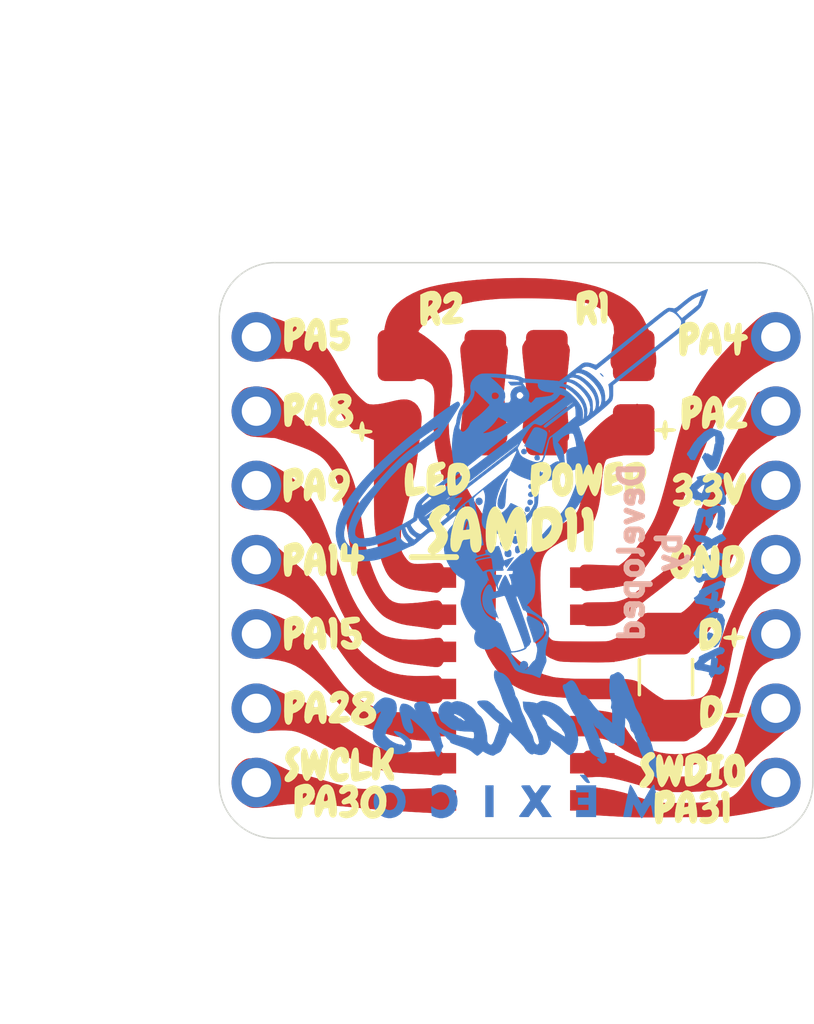
<source format=kicad_pcb>
(kicad_pcb (version 20171130) (host pcbnew 5.1.5-52549c5~84~ubuntu18.04.1)
  (layers (0 F.Cu signal) (31 B.Cu signal) (34 B.Paste user) (35 F.Paste user) (36 B.SilkS user) (37 F.SilkS user) (38 B.Mask user) (39 F.Mask user) (44 Edge.Cuts user))
  (net 0 "")
  (net 1 GND)
  (net 2 /PA08)
  (net 3 /PA09)
  (net 4 /PA14)
  (net 5 /PA15)
  (net 6 /PA28)
  (net 7 /PA30)
  (net 8 /PA31)
  (net 9 /PA24)
  (net 10 /PA25)
  (net 11 /PA02)
  (net 12 /PA04)
  (net 13 "Net-(D1-Pad1)")
  (net 14 "Net-(D2-Pad1)")
  (net 15 +3V3)
  (net 16 /PA05)
  (module SamD11_Breakout:Back_SAMD11 (layer F.Cu) (at 157.6578 105.7402)
    (fp_text reference Ref** hide)
    (fp_text value Val** hide)
    (fp_poly (pts (xy 2.728326 -6.696693) (xy 2.763759 -6.665726) (xy 2.795941 -6.629617) (xy 2.812826 -6.601049) (xy 2.811943 -6.593721) (xy 2.792475 -6.600861) (xy 2.756154 -6.631265) (xy 2.740872 -6.646554) (xy 2.70845 -6.68504) (xy 2.698156 -6.707479) (xy 2.701684 -6.709833) (xy 2.728326 -6.696693)) (layer B.Cu) (width 0.01))
    (fp_poly (pts (xy 0.957114 -4.766353) (xy 0.970605 -4.730243) (xy 0.969309 -4.70654) (xy 0.961562 -4.688438) (xy 0.952639 -4.709645) (xy 0.948786 -4.727063) (xy 0.944967 -4.765869) (xy 0.956544 -4.766913) (xy 0.957114 -4.766353)) (layer B.Cu) (width 0.01))
    (fp_poly (pts (xy 0.616553 -4.842185) (xy 0.718893 -4.802352) (xy 0.80949 -4.755943) (xy 0.863575 -4.710357) (xy 0.886532 -4.66035) (xy 0.8882 -4.637511) (xy 0.882212 -4.584469) (xy 0.86692 -4.506516) (xy 0.844678 -4.411987) (xy 0.817841 -4.309217) (xy 0.788765 -4.206542) (xy 0.759804 -4.112295) (xy 0.733312 -4.034812) (xy 0.711646 -3.982429) (xy 0.697772 -3.963519) (xy 0.668243 -3.970105) (xy 0.608374 -3.99198) (xy 0.525948 -4.026026) (xy 0.428748 -4.069124) (xy 0.392635 -4.085789) (xy 0.294158 -4.131988) (xy 0.210216 -4.171907) (xy 0.147888 -4.202139) (xy 0.11425 -4.219278) (xy 0.110478 -4.221633) (xy 0.115675 -4.24331) (xy 0.137619 -4.294151) (xy 0.172277 -4.366439) (xy 0.215611 -4.452459) (xy 0.263588 -4.544493) (xy 0.312169 -4.634827) (xy 0.357322 -4.715743) (xy 0.395008 -4.779526) (xy 0.421194 -4.818459) (xy 0.424886 -4.82279) (xy 0.471084 -4.854) (xy 0.532938 -4.860606) (xy 0.616553 -4.842185)) (layer B.Cu) (width 0.01))
    (fp_poly (pts (xy 0.109534 -4.123833) (xy 0.154496 -4.099146) (xy 0.181669 -4.051443) (xy 0.184164 -3.998137) (xy 0.170383 -3.970014) (xy 0.123391 -3.941896) (xy 0.065856 -3.941011) (xy 0.0254 -3.9624) (xy -0.000926 -4.012726) (xy 0.005732 -4.0651) (xy 0.03871 -4.106733) (xy 0.091342 -4.124838) (xy 0.109534 -4.123833)) (layer B.Cu) (width 0.01))
    (fp_poly (pts (xy 0.581033 -3.90642) (xy 0.619969 -3.871625) (xy 0.631367 -3.808675) (xy 0.630789 -3.801219) (xy 0.619988 -3.754586) (xy 0.590494 -3.734583) (xy 0.557031 -3.729389) (xy 0.501649 -3.732922) (xy 0.469095 -3.761602) (xy 0.465901 -3.76723) (xy 0.451758 -3.828326) (xy 0.472674 -3.879408) (xy 0.520269 -3.907564) (xy 0.581033 -3.90642)) (layer B.Cu) (width 0.01))
    (fp_poly (pts (xy 0.391014 -2.908982) (xy 0.41275 -2.878666) (xy 0.418889 -2.812886) (xy 0.392902 -2.768301) (xy 0.338766 -2.751669) (xy 0.337985 -2.751666) (xy 0.278338 -2.767357) (xy 0.254 -2.794) (xy 0.242864 -2.850303) (xy 0.266963 -2.895762) (xy 0.319197 -2.919642) (xy 0.337985 -2.921) (xy 0.391014 -2.908982)) (layer B.Cu) (width 0.01))
    (fp_poly (pts (xy 0.355382 -2.646417) (xy 0.369435 -2.637733) (xy 0.412009 -2.591434) (xy 0.417964 -2.539104) (xy 0.401323 -2.507233) (xy 0.355685 -2.480902) (xy 0.298811 -2.480617) (xy 0.258234 -2.5019) (xy 0.234198 -2.550758) (xy 0.248155 -2.602313) (xy 0.279477 -2.63377) (xy 0.320143 -2.654755) (xy 0.355382 -2.646417)) (layer B.Cu) (width 0.01))
    (fp_poly (pts (xy 0.344727 -2.375879) (xy 0.384689 -2.343218) (xy 0.391345 -2.329083) (xy 0.392328 -2.272116) (xy 0.36445 -2.227558) (xy 0.319205 -2.203035) (xy 0.268084 -2.20617) (xy 0.237067 -2.226733) (xy 0.214138 -2.275397) (xy 0.218559 -2.332389) (xy 0.243142 -2.370438) (xy 0.29098 -2.386784) (xy 0.344727 -2.375879)) (layer B.Cu) (width 0.01))
    (fp_poly (pts (xy -0.470742 -3.099915) (xy -0.474729 -3.057639) (xy -0.495653 -2.978324) (xy -0.49918 -2.966905) (xy -0.503113 -2.937523) (xy -0.508646 -2.87316) (xy -0.515252 -2.781116) (xy -0.522403 -2.66869) (xy -0.528976 -2.55416) (xy -0.53735 -2.411922) (xy -0.545332 -2.305694) (xy -0.553792 -2.229171) (xy -0.5636 -2.17605) (xy -0.575625 -2.140025) (xy -0.589313 -2.116671) (xy -0.642286 -2.068373) (xy -0.697608 -2.062305) (xy -0.75469 -2.098511) (xy -0.760507 -2.104494) (xy -0.796242 -2.162565) (xy -0.810715 -2.240265) (xy -0.803368 -2.340297) (xy -0.773642 -2.465364) (xy -0.720979 -2.618168) (xy -0.64482 -2.801411) (xy -0.592921 -2.915708) (xy -0.544784 -3.013049) (xy -0.507333 -3.076766) (xy -0.482132 -3.106006) (xy -0.470742 -3.099915)) (layer B.Cu) (width 0.01))
    (fp_poly (pts (xy 0.2703 -2.127275) (xy 0.292081 -2.075928) (xy 0.292278 -2.046469) (xy 0.281506 -1.998322) (xy 0.252845 -1.977825) (xy 0.221489 -1.972788) (xy 0.171299 -1.972824) (xy 0.142114 -1.981608) (xy 0.125991 -2.023153) (xy 0.131023 -2.077841) (xy 0.153526 -2.124532) (xy 0.169334 -2.137833) (xy 0.2263 -2.150201) (xy 0.2703 -2.127275)) (layer B.Cu) (width 0.01))
    (fp_poly (pts (xy 0.10142 -1.970449) (xy 0.135857 -1.927138) (xy 0.139527 -1.915375) (xy 0.14258 -1.857681) (xy 0.112413 -1.816581) (xy 0.083973 -1.798795) (xy 0.045529 -1.789813) (xy 0.007302 -1.81324) (xy 0.000485 -1.819848) (xy -0.036555 -1.871568) (xy -0.033538 -1.917692) (xy -0.001517 -1.956544) (xy 0.051064 -1.981584) (xy 0.10142 -1.970449)) (layer B.Cu) (width 0.01))
    (fp_poly (pts (xy -1.409352 -2.449196) (xy -1.360456 -2.4187) (xy -1.329708 -2.368376) (xy -1.326038 -2.30543) (xy -1.337784 -2.270125) (xy -1.380046 -2.221491) (xy -1.437372 -2.202337) (xy -1.495436 -2.214349) (xy -1.53255 -2.247187) (xy -1.563159 -2.318249) (xy -1.5547 -2.383492) (xy -1.525872 -2.421889) (xy -1.467467 -2.452661) (xy -1.409352 -2.449196)) (layer B.Cu) (width 0.01))
    (fp_poly (pts (xy -0.140918 -1.125438) (xy -0.100867 -1.080577) (xy -0.084664 -1.020156) (xy -0.096045 -0.955911) (xy -0.127 -0.910166) (xy -0.175988 -0.874199) (xy -0.223513 -0.874607) (xy -0.270457 -0.900783) (xy -0.309917 -0.949809) (xy -0.320077 -1.011046) (xy -0.304528 -1.071949) (xy -0.266864 -1.119974) (xy -0.210678 -1.142577) (xy -0.201083 -1.143) (xy -0.140918 -1.125438)) (layer B.Cu) (width 0.01))
    (fp_poly (pts (xy -1.01207 -1.119822) (xy -0.969782 -1.075342) (xy -0.952511 -1.012101) (xy -0.9525 -1.010328) (xy -0.967035 -0.970468) (xy -1.001825 -0.92354) (xy -1.043647 -0.884384) (xy -1.079276 -0.867834) (xy -1.0795 -0.867833) (xy -1.108922 -0.881626) (xy -1.149957 -0.915286) (xy -1.154545 -0.919788) (xy -1.198037 -0.981257) (xy -1.200702 -1.042167) (xy -1.17355 -1.095957) (xy -1.125502 -1.134603) (xy -1.067826 -1.141066) (xy -1.01207 -1.119822)) (layer B.Cu) (width 0.01))
    (fp_poly (pts (xy -0.527775 -1.015255) (xy -0.495621 -0.976802) (xy -0.48435 -0.918023) (xy -0.493513 -0.855156) (xy -0.522658 -0.80444) (xy -0.533876 -0.79495) (xy -0.590589 -0.765896) (xy -0.637285 -0.772467) (xy -0.677333 -0.804333) (xy -0.71546 -0.865113) (xy -0.7197 -0.927247) (xy -0.696317 -0.9819) (xy -0.651574 -1.02024) (xy -0.591735 -1.033432) (xy -0.527775 -1.015255)) (layer B.Cu) (width 0.01))
    (fp_poly (pts (xy -0.06171 -0.80125) (xy -0.01013 -0.769305) (xy 0.018441 -0.717567) (xy 0.020494 -0.699658) (xy 0.005393 -0.661166) (xy -0.032111 -0.614353) (xy -0.07836 -0.573071) (xy -0.119697 -0.551174) (xy -0.126727 -0.550333) (xy -0.171439 -0.564469) (xy -0.186266 -0.575733) (xy -0.205772 -0.618756) (xy -0.210843 -0.680808) (xy -0.202091 -0.742136) (xy -0.180126 -0.78299) (xy -0.179851 -0.783221) (xy -0.122787 -0.807767) (xy -0.06171 -0.80125)) (layer B.Cu) (width 0.01))
    (fp_poly (pts (xy -0.373619 -0.659645) (xy -0.364066 -0.651933) (xy -0.345404 -0.610148) (xy -0.339426 -0.548465) (xy -0.346135 -0.487372) (xy -0.364066 -0.448733) (xy -0.409992 -0.426426) (xy -0.469468 -0.424054) (xy -0.523467 -0.440025) (xy -0.549588 -0.464275) (xy -0.569849 -0.5341) (xy -0.562571 -0.602777) (xy -0.538238 -0.644071) (xy -0.488665 -0.670308) (xy -0.426696 -0.675819) (xy -0.373619 -0.659645)) (layer B.Cu) (width 0.01))
    (fp_poly (pts (xy 0.281787 1.597934) (xy 0.346036 1.625401) (xy 0.42413 1.664152) (xy 0.505151 1.708437) (xy 0.578181 1.752508) (xy 0.632302 1.790614) (xy 0.639538 1.796699) (xy 0.720206 1.889303) (xy 0.768983 1.993129) (xy 0.783574 2.099662) (xy 0.761684 2.200386) (xy 0.753161 2.21826) (xy 0.717568 2.269327) (xy 0.662829 2.329707) (xy 0.598295 2.391065) (xy 0.533311 2.445067) (xy 0.477225 2.483378) (xy 0.43979 2.497667) (xy 0.425906 2.480109) (xy 0.423334 2.459892) (xy 0.416675 2.428497) (xy 0.398174 2.364256) (xy 0.370042 2.274257) (xy 0.33449 2.165586) (xy 0.296177 2.052434) (xy 0.250703 1.918566) (xy 0.218402 1.818536) (xy 0.197829 1.746455) (xy 0.187541 1.696429) (xy 0.186094 1.662569) (xy 0.192045 1.638983) (xy 0.19392 1.635125) (xy 0.221112 1.598925) (xy 0.242299 1.5875) (xy 0.281787 1.597934)) (layer B.Cu) (width 0.01))
    (fp_poly (pts (xy 6.385091 -9.581631) (xy 6.380848 -9.56031) (xy 6.364002 -9.508418) (xy 6.337812 -9.434635) (xy 6.305532 -9.347643) (xy 6.27042 -9.25612) (xy 6.23573 -9.168747) (xy 6.204721 -9.094205) (xy 6.188664 -9.058007) (xy 6.163197 -9.008502) (xy 6.132301 -8.963182) (xy 6.089891 -8.915712) (xy 6.029883 -8.859756) (xy 5.946193 -8.788978) (xy 5.873611 -8.729923) (xy 5.612882 -8.519583) (xy 5.595149 -8.372993) (xy 5.577417 -8.226402) (xy 4.361275 -7.26642) (xy 3.145134 -6.306437) (xy 3.144192 -6.07951) (xy 3.140745 -5.950431) (xy 3.131267 -5.858327) (xy 3.115191 -5.798194) (xy 3.1115 -5.790275) (xy 3.077822 -5.744021) (xy 3.016521 -5.679218) (xy 2.932758 -5.599967) (xy 2.831693 -5.510371) (xy 2.718487 -5.41453) (xy 2.5983 -5.316547) (xy 2.476292 -5.220524) (xy 2.357625 -5.130562) (xy 2.247457 -5.050763) (xy 2.150951 -4.985228) (xy 2.073267 -4.93806) (xy 2.019564 -4.91336) (xy 2.004852 -4.910666) (xy 1.975745 -4.901727) (xy 1.97908 -4.873625) (xy 2.018688 -4.768079) (xy 2.064062 -4.633361) (xy 2.111413 -4.481541) (xy 2.156951 -4.324688) (xy 2.190075 -4.201583) (xy 2.263677 -3.859094) (xy 2.301895 -3.538453) (xy 2.304641 -3.238141) (xy 2.271829 -2.956638) (xy 2.203375 -2.692426) (xy 2.099192 -2.443985) (xy 2.089652 -2.4254) (xy 2.037931 -2.331141) (xy 1.981126 -2.239033) (xy 1.91573 -2.144763) (xy 1.838239 -2.044015) (xy 1.745146 -1.932476) (xy 1.632947 -1.805832) (xy 1.498135 -1.659768) (xy 1.337206 -1.48997) (xy 1.287173 -1.437777) (xy 1.166042 -1.311329) (xy 1.049023 -1.188532) (xy 0.940793 -1.074344) (xy 0.846032 -0.973722) (xy 0.769416 -0.891624) (xy 0.715625 -0.833006) (xy 0.701351 -0.817021) (xy 0.638798 -0.744042) (xy 0.569452 -0.66011) (xy 0.498457 -0.57183) (xy 0.430953 -0.485805) (xy 0.372084 -0.408638) (xy 0.326992 -0.346931) (xy 0.300819 -0.307288) (xy 0.296334 -0.296951) (xy 0.302639 -0.271833) (xy 0.319917 -0.214457) (xy 0.345713 -0.132713) (xy 0.37757 -0.03449) (xy 0.386292 -0.007988) (xy 0.422821 0.104512) (xy 0.447799 0.189967) (xy 0.463381 0.261386) (xy 0.471721 0.331777) (xy 0.474975 0.41415) (xy 0.475297 0.521513) (xy 0.47527 0.529167) (xy 0.469647 0.694457) (xy 0.452392 0.826637) (xy 0.420873 0.93396) (xy 0.372456 1.024682) (xy 0.304511 1.107056) (xy 0.284703 1.126793) (xy 0.225863 1.186274) (xy 0.197452 1.2234) (xy 0.197302 1.242821) (xy 0.223241 1.249189) (xy 0.227542 1.249292) (xy 0.261178 1.26755) (xy 0.293541 1.312335) (xy 0.296334 1.318083) (xy 0.336744 1.372546) (xy 0.412811 1.436576) (xy 0.497417 1.493882) (xy 0.658503 1.60694) (xy 0.784468 1.718802) (xy 0.873041 1.827186) (xy 0.917632 1.916041) (xy 0.942297 2.013552) (xy 0.950158 2.118514) (xy 0.940788 2.239462) (xy 0.913758 2.38493) (xy 0.889 2.487084) (xy 0.854544 2.631468) (xy 0.834316 2.747405) (xy 0.827474 2.846007) (xy 0.833175 2.938386) (xy 0.848238 3.024939) (xy 0.858204 3.079625) (xy 0.859 3.124399) (xy 0.848153 3.172343) (xy 0.823191 3.236538) (xy 0.797023 3.295856) (xy 0.756562 3.390492) (xy 0.718124 3.487858) (xy 0.689258 3.56873) (xy 0.686559 3.577167) (xy 0.664636 3.642504) (xy 0.646019 3.690068) (xy 0.637232 3.706224) (xy 0.61336 3.703759) (xy 0.563781 3.684819) (xy 0.506065 3.656965) (xy 0.372315 3.604276) (xy 0.220315 3.57498) (xy 0.052611 3.546323) (xy -0.081577 3.505091) (xy -0.179047 3.452377) (xy -0.205973 3.429383) (xy -0.214327 3.418417) (xy 0.042334 3.418417) (xy 0.052917 3.429) (xy 0.0635 3.418417) (xy 0.052917 3.407834) (xy 0.042334 3.418417) (xy -0.214327 3.418417) (xy -0.230454 3.39725) (xy 0 3.39725) (xy 0.010584 3.407834) (xy 0.021167 3.39725) (xy 0.010584 3.386667) (xy 0 3.39725) (xy -0.230454 3.39725) (xy -0.238158 3.387139) (xy -0.28035 3.317552) (xy -0.325823 3.232164) (xy -0.350087 3.182022) (xy -0.450365 2.999944) (xy -0.563626 2.857233) (xy -0.581834 2.84227) (xy -0.357405 2.84227) (xy -0.319593 2.941782) (xy -0.28779 3.006376) (xy -0.237815 3.08731) (xy -0.179395 3.169085) (xy -0.167349 3.184432) (xy -0.112395 3.252398) (xy -0.078187 3.290801) (xy -0.05929 3.303344) (xy -0.050266 3.293728) (xy -0.045854 3.267159) (xy -0.020608 3.191877) (xy 0.030718 3.145301) (xy 0.087947 3.132667) (xy 0.158481 3.149461) (xy 0.206743 3.1928) (xy 0.230828 3.252115) (xy 0.228833 3.316841) (xy 0.198854 3.376409) (xy 0.139707 3.419942) (xy 0.103757 3.438728) (xy 0.098327 3.448839) (xy 0.101933 3.449338) (xy 0.142683 3.440561) (xy 0.169855 3.428721) (xy 0.200965 3.401736) (xy 0.246698 3.349924) (xy 0.298075 3.2836) (xy 0.307132 3.271053) (xy 0.358298 3.204617) (xy 0.405483 3.152427) (xy 0.439853 3.124077) (xy 0.444297 3.122148) (xy 0.47312 3.09795) (xy 0.496126 3.041853) (xy 0.508725 2.988775) (xy 0.525493 2.906751) (xy 0.541591 2.829072) (xy 0.548977 2.794) (xy 0.549255 2.69371) (xy 0.532596 2.63683) (xy 0.51381 2.583511) (xy 0.513558 2.553738) (xy 0.534349 2.531874) (xy 0.551293 2.520414) (xy 0.69205 2.413859) (xy 0.7911 2.305441) (xy 0.849067 2.19389) (xy 0.866572 2.077934) (xy 0.844239 1.956303) (xy 0.837255 1.936871) (xy 0.786062 1.84752) (xy 0.703845 1.754251) (xy 0.60036 1.66451) (xy 0.485364 1.585738) (xy 0.368612 1.52538) (xy 0.259861 1.490879) (xy 0.250547 1.489256) (xy 0.188663 1.469411) (xy 0.161839 1.434126) (xy 0.139717 1.402169) (xy 0.110064 1.402027) (xy 0.09149 1.401534) (xy 0.072854 1.385973) (xy 0.050924 1.349615) (xy 0.022466 1.286727) (xy -0.015751 1.19158) (xy -0.03141 1.151205) (xy -0.080111 1.030841) (xy -0.117881 0.950809) (xy -0.145068 0.910634) (xy -0.162017 0.909843) (xy -0.169073 0.947964) (xy -0.169333 0.962457) (xy -0.161105 1.003752) (xy -0.139127 1.071471) (xy -0.107463 1.153634) (xy -0.092608 1.188749) (xy -0.065149 1.256904) (xy -0.027371 1.357861) (xy 0.018067 1.484126) (xy 0.068504 1.628209) (xy 0.12128 1.782615) (xy 0.169223 1.926167) (xy 0.226499 2.101497) (xy 0.270375 2.240116) (xy 0.301718 2.34517) (xy 0.321391 2.419805) (xy 0.330261 2.467167) (xy 0.329191 2.490403) (xy 0.325331 2.493927) (xy 0.301423 2.517772) (xy 0.296334 2.542537) (xy 0.278299 2.582903) (xy 0.233201 2.62036) (xy 0.191973 2.652001) (xy 0.174811 2.681588) (xy 0.174992 2.684448) (xy 0.159523 2.709417) (xy 0.111638 2.73869) (xy 0.04054 2.768841) (xy -0.044565 2.796443) (xy -0.134473 2.818068) (xy -0.215744 2.829937) (xy -0.357405 2.84227) (xy -0.581834 2.84227) (xy -0.690895 2.752646) (xy -0.718449 2.736007) (xy -0.781455 2.6982) (xy -0.833505 2.663732) (xy -0.850927 2.650488) (xy -0.879979 2.632954) (xy -0.909651 2.640281) (xy -0.943649 2.664581) (xy -1.044707 2.718772) (xy -1.159463 2.739154) (xy -1.278739 2.727542) (xy -1.393359 2.685749) (xy -1.494145 2.615586) (xy -1.556457 2.543507) (xy -1.595407 2.453528) (xy -1.609527 2.344413) (xy -1.597912 2.231948) (xy -1.577924 2.168731) (xy -1.559753 2.119196) (xy -1.562321 2.091256) (xy -1.588594 2.068086) (xy -1.596598 2.062777) (xy -1.670833 1.997872) (xy -1.750826 1.899795) (xy -1.831792 1.776377) (xy -1.908949 1.635447) (xy -1.977511 1.484834) (xy -2.021258 1.367727) (xy -2.055447 1.252837) (xy -2.070126 1.160889) (xy -2.065584 1.077405) (xy -2.042105 0.987907) (xy -2.029474 0.9525) (xy -2.017887 0.916055) (xy -1.389536 0.916055) (xy -1.387673 1.059482) (xy -1.35992 1.208918) (xy -1.310348 1.352745) (xy -1.243031 1.479346) (xy -1.162043 1.577105) (xy -1.155784 1.582729) (xy -1.071556 1.648172) (xy -0.978452 1.707181) (xy -0.891065 1.751133) (xy -0.842133 1.768073) (xy -0.794824 1.792953) (xy -0.771028 1.825234) (xy -0.755781 1.852296) (xy -0.741503 1.842584) (xy -0.735639 1.835287) (xy -0.728819 1.835357) (xy -0.719317 1.846784) (xy -0.705403 1.873563) (xy -0.685349 1.919685) (xy -0.657427 1.989143) (xy -0.619907 2.085929) (xy -0.571063 2.214036) (xy -0.509165 2.377457) (xy -0.503727 2.391834) (xy -0.457815 2.512756) (xy -0.416735 2.62008) (xy -0.382918 2.707526) (xy -0.358796 2.768811) (xy -0.346801 2.797654) (xy -0.346218 2.798761) (xy -0.319255 2.806701) (xy -0.262342 2.803922) (xy -0.186026 2.792038) (xy -0.100853 2.772664) (xy -0.022401 2.749157) (xy 0.043885 2.724358) (xy 0.0939 2.701843) (xy 0.112043 2.690424) (xy 0.110629 2.664254) (xy 0.092913 2.599971) (xy 0.059201 2.498405) (xy 0.009796 2.360382) (xy -0.054997 2.186731) (xy -0.134872 1.978281) (xy -0.229527 1.735859) (xy -0.338656 1.460293) (xy -0.359674 1.407584) (xy -0.407776 1.286534) (xy -0.45225 1.173632) (xy -0.489938 1.076966) (xy -0.517684 1.004622) (xy -0.531092 0.968306) (xy -0.557808 0.913077) (xy -0.586508 0.89728) (xy -0.591652 0.898275) (xy -0.626223 0.907699) (xy -0.690124 0.924701) (xy -0.771717 0.946192) (xy -0.804333 0.954734) (xy -0.88715 0.97748) (xy -0.954105 0.997899) (xy -0.994699 1.012706) (xy -1.001225 1.01634) (xy -0.999949 1.040092) (xy -0.985403 1.096228) (xy -0.959744 1.177709) (xy -0.925134 1.277497) (xy -0.900683 1.34399) (xy -0.86058 1.452468) (xy -0.826534 1.547688) (xy -0.801075 1.622321) (xy -0.786733 1.669038) (xy -0.784508 1.680499) (xy -0.791749 1.681445) (xy -0.806762 1.65151) (xy -0.825192 1.617875) (xy -0.841523 1.622158) (xy -0.845482 1.627916) (xy -0.878486 1.646771) (xy -0.936649 1.635406) (xy -1.021422 1.593423) (xy -1.062755 1.568191) (xy -1.181443 1.469238) (xy -1.266404 1.344988) (xy -1.317222 1.196267) (xy -1.3335 1.029989) (xy -1.32448 0.921059) (xy -1.29986 0.811133) (xy -1.263302 0.708218) (xy -1.218467 0.620324) (xy -1.169016 0.55546) (xy -1.118611 0.521634) (xy -1.099714 0.518584) (xy -1.068513 0.524709) (xy -1.042754 0.548791) (xy -1.015484 0.599387) (xy -0.994833 0.647666) (xy -0.941916 0.776749) (xy -0.865177 0.753499) (xy -0.788438 0.73025) (xy -0.918094 0.396947) (xy -0.96609 0.274645) (xy -1.002255 0.186452) (xy -1.029631 0.126846) (xy -1.051261 0.090301) (xy -1.070187 0.071294) (xy -1.089452 0.0643) (xy -1.101725 0.063572) (xy -1.154811 0.0699) (xy -1.181752 0.093041) (xy -1.184134 0.138968) (xy -1.163547 0.21365) (xy -1.150904 0.248499) (xy -1.126658 0.318455) (xy -1.112067 0.371787) (xy -1.110126 0.397446) (xy -1.110417 0.397806) (xy -1.120982 0.39301) (xy -1.121833 0.384528) (xy -1.135575 0.361221) (xy -1.142336 0.359834) (xy -1.154248 0.375239) (xy -1.151186 0.390197) (xy -1.157094 0.421607) (xy -1.183906 0.474121) (xy -1.22347 0.533072) (xy -1.295099 0.635041) (xy -1.342472 0.720039) (xy -1.371228 0.801068) (xy -1.387006 0.891131) (xy -1.389536 0.916055) (xy -2.017887 0.916055) (xy -1.993606 0.839684) (xy -1.962364 0.71084) (xy -1.939226 0.582998) (xy -1.927673 0.473191) (xy -1.927007 0.451033) (xy -1.928282 0.403399) (xy -1.938705 0.37118) (xy -1.966497 0.344256) (xy -2.019884 0.312503) (xy -2.054783 0.293764) (xy -2.194667 0.19803) (xy -2.325156 0.06835) (xy -2.440356 -0.087031) (xy -2.534374 -0.259871) (xy -2.536106 -0.264583) (xy -1.5625 -0.264583) (xy -1.311132 0.082059) (xy -1.221774 0.041495) (xy -1.14616 0.015611) (xy -1.068543 0.001379) (xy -1.050307 0.000465) (xy -0.968198 0) (xy -0.982366 -0.132291) (xy -0.994592 -0.242753) (xy -1.005089 -0.317572) (xy -1.01649 -0.363215) (xy -1.031431 -0.386147) (xy -1.052546 -0.392835) (xy -1.082471 -0.389744) (xy -1.086966 -0.388991) (xy -1.235897 -0.362149) (xy -1.359336 -0.33643) (xy -1.451956 -0.313057) (xy -1.508433 -0.293253) (xy -1.512155 -0.291374) (xy -1.5625 -0.264583) (xy -2.536106 -0.264583) (xy -2.561832 -0.334546) (xy -1.5875 -0.334546) (xy -1.584047 -0.309459) (xy -1.565998 -0.308172) (xy -1.52649 -0.326796) (xy -1.479636 -0.343878) (xy -1.403332 -0.364117) (xy -1.309999 -0.38442) (xy -1.251323 -0.39529) (xy -1.162392 -0.41206) (xy -1.091505 -0.428145) (xy -1.047411 -0.441394) (xy -1.037166 -0.447956) (xy -1.055379 -0.463241) (xy -1.10034 -0.480931) (xy -1.111896 -0.484311) (xy -1.166788 -0.49301) (xy -1.231619 -0.488265) (xy -1.319775 -0.46886) (xy -1.339438 -0.46364) (xy -1.448959 -0.431853) (xy -1.522578 -0.40444) (xy -1.566076 -0.378392) (xy -1.585236 -0.3507) (xy -1.5875 -0.334546) (xy -2.561832 -0.334546) (xy -2.601316 -0.441926) (xy -2.612877 -0.486833) (xy -2.642792 -0.684844) (xy -2.641201 -0.880964) (xy -2.609724 -1.068228) (xy -2.577248 -1.161427) (xy -2.233217 -1.161427) (xy -2.229934 -1.114299) (xy -2.223351 -1.060986) (xy -2.220828 -1.042458) (xy -2.207486 -0.962681) (xy -2.192711 -0.902036) (xy -2.179067 -0.870301) (xy -2.175063 -0.867833) (xy -2.164379 -0.888429) (xy -2.161747 -0.949457) (xy -2.166648 -1.042458) (xy -2.170745 -1.103017) (xy -2.171724 -1.155081) (xy -2.168184 -1.206132) (xy -2.158729 -1.263646) (xy -2.151214 -1.295668) (xy -1.964821 -1.295668) (xy -1.961498 -1.212911) (xy -1.958361 -1.17284) (xy -1.946947 -1.076363) (xy -1.933795 -1.021513) (xy -1.921188 -1.007775) (xy -1.911409 -1.034632) (xy -1.90674 -1.101571) (xy -1.908241 -1.184153) (xy -1.90996 -1.277921) (xy -1.903203 -1.346996) (xy -1.885206 -1.408631) (xy -1.864685 -1.456067) (xy -1.835146 -1.527211) (xy -1.825372 -1.579141) (xy -1.832529 -1.628441) (xy -1.83422 -1.634388) (xy -1.84446 -1.666123) (xy -1.853682 -1.677062) (xy -1.865403 -1.662489) (xy -1.883139 -1.617687) (xy -1.910404 -1.537939) (xy -1.913927 -1.527453) (xy -1.9433 -1.434867) (xy -1.959509 -1.363629) (xy -1.964821 -1.295668) (xy -2.151214 -1.295668) (xy -2.141958 -1.335105) (xy -2.116474 -1.427986) (xy -2.080878 -1.54977) (xy -2.056371 -1.632152) (xy -2.006472 -1.805102) (xy -1.971169 -1.941313) (xy -1.950092 -2.043648) (xy -1.942868 -2.114968) (xy -1.949124 -2.158132) (xy -1.968489 -2.176003) (xy -1.985625 -2.175896) (xy -1.999738 -2.162243) (xy -2.017164 -2.123879) (xy -2.038965 -2.057298) (xy -2.066202 -1.958997) (xy -2.099937 -1.825467) (xy -2.131754 -1.693295) (xy -2.16772 -1.541158) (xy -2.194828 -1.423442) (xy -2.214006 -1.333378) (xy -2.22618 -1.264199) (xy -2.232275 -1.209137) (xy -2.233217 -1.161427) (xy -2.577248 -1.161427) (xy -2.549981 -1.239674) (xy -2.463589 -1.388338) (xy -2.381655 -1.481285) (xy -2.345488 -1.521777) (xy -2.328514 -1.553607) (xy -2.328333 -1.55579) (xy -2.320799 -1.586847) (xy -2.301111 -1.644104) (xy -2.275416 -1.71043) (xy -2.248504 -1.778376) (xy -2.22945 -1.82975) (xy -2.2225 -1.8529) (xy -2.237911 -1.847704) (xy -2.281497 -1.818056) (xy -2.349285 -1.767044) (xy -2.437303 -1.69776) (xy -2.541578 -1.613294) (xy -2.658139 -1.516738) (xy -2.703121 -1.478957) (xy -2.792648 -1.404022) (xy -2.85738 -1.352406) (xy -2.904696 -1.319921) (xy -2.941974 -1.302372) (xy -2.976595 -1.295569) (xy -3.015936 -1.295321) (xy -3.025697 -1.295718) (xy -3.062336 -1.296542) (xy -3.093814 -1.292921) (xy -3.126064 -1.281092) (xy -3.165015 -1.257291) (xy -3.216599 -1.217756) (xy -3.286747 -1.158724) (xy -3.38139 -1.076431) (xy -3.407975 -1.053181) (xy -3.499871 -0.974152) (xy -3.581186 -0.906793) (xy -3.646518 -0.855369) (xy -3.690468 -0.824148) (xy -3.707181 -0.816779) (xy -3.731043 -0.811548) (xy -3.785939 -0.790298) (xy -3.865044 -0.755947) (xy -3.96153 -0.711415) (xy -4.026366 -0.680322) (xy -4.316036 -0.546983) (xy -4.580309 -0.441334) (xy -4.824078 -0.361494) (xy -4.926912 -0.333852) (xy -5.069113 -0.306492) (xy -5.226372 -0.28988) (xy -5.387874 -0.283987) (xy -5.542803 -0.288785) (xy -5.680344 -0.304243) (xy -5.789681 -0.330334) (xy -5.80569 -0.336219) (xy -5.919551 -0.396786) (xy -6.034256 -0.484485) (xy -6.13718 -0.587773) (xy -6.2157 -0.695105) (xy -6.232852 -0.72686) (xy -6.281734 -0.852272) (xy -6.320197 -1.00042) (xy -6.343983 -1.152159) (xy -6.344089 -1.154046) (xy -6.07106 -1.154046) (xy -6.049821 -1.037596) (xy -5.999836 -0.932817) (xy -5.934609 -0.8482) (xy -5.847878 -0.763806) (xy -5.758614 -0.705079) (xy -5.659386 -0.670265) (xy -5.542766 -0.657615) (xy -5.401324 -0.665375) (xy -5.252426 -0.687343) (xy -5.137011 -0.710589) (xy -5.006472 -0.741726) (xy -4.867934 -0.77854) (xy -4.728519 -0.818818) (xy -4.595353 -0.860345) (xy -4.475558 -0.900907) (xy -4.376259 -0.938291) (xy -4.30458 -0.970283) (xy -4.269361 -0.992842) (xy -4.264952 -1.022081) (xy -4.277545 -1.064587) (xy -4.302618 -1.119615) (xy -4.409406 -1.065501) (xy -4.608241 -0.974086) (xy -4.809791 -0.898737) (xy -5.008143 -0.840586) (xy -5.197382 -0.800768) (xy -5.371591 -0.780416) (xy -5.524858 -0.780662) (xy -5.651266 -0.802641) (xy -5.695784 -0.819008) (xy -5.79744 -0.885932) (xy -5.869537 -0.981208) (xy -5.912063 -1.102875) (xy -5.925008 -1.24897) (xy -5.90836 -1.41753) (xy -5.862109 -1.606593) (xy -5.786244 -1.814197) (xy -5.702324 -1.996104) (xy -5.664633 -2.070296) (xy -5.629845 -2.135145) (xy -5.594485 -2.195196) (xy -5.555077 -2.254994) (xy -5.508144 -2.319084) (xy -5.45021 -2.392012) (xy -5.377801 -2.478323) (xy -5.287439 -2.582562) (xy -5.17565 -2.709274) (xy -5.041929 -2.859668) (xy -4.820667 -3.106004) (xy -4.622917 -3.321514) (xy -4.446117 -3.508722) (xy -4.287706 -3.670154) (xy -4.145122 -3.808335) (xy -4.015805 -3.925788) (xy -3.897193 -4.02504) (xy -3.786724 -4.108616) (xy -3.7465 -4.136685) (xy -3.651351 -4.202972) (xy -3.542076 -4.281454) (xy -3.424557 -4.367662) (xy -3.304676 -4.457126) (xy -3.188313 -4.545377) (xy -3.081351 -4.627944) (xy -2.98967 -4.700359) (xy -2.919153 -4.75815) (xy -2.875681 -4.796848) (xy -2.869731 -4.803012) (xy -2.839706 -4.841969) (xy -2.840817 -4.857186) (xy -2.870343 -4.850332) (xy -2.92556 -4.823077) (xy -3.003747 -4.77709) (xy -3.102181 -4.714041) (xy -3.218139 -4.635599) (xy -3.348899 -4.543434) (xy -3.491739 -4.439214) (xy -3.6195 -4.343247) (xy -3.887752 -4.130929) (xy -4.158221 -3.901369) (xy -4.424023 -3.661127) (xy -4.678273 -3.416761) (xy -4.914088 -3.174831) (xy -5.124583 -2.941896) (xy -5.256612 -2.783416) (xy -5.444524 -2.537674) (xy -5.611966 -2.296912) (xy -5.756478 -2.065352) (xy -5.875601 -1.847215) (xy -5.966877 -1.646725) (xy -6.027847 -1.468102) (xy -6.032127 -1.451822) (xy -6.06476 -1.289633) (xy -6.07106 -1.154046) (xy -6.344089 -1.154046) (xy -6.349632 -1.252263) (xy -6.331815 -1.470614) (xy -6.276897 -1.700472) (xy -6.18463 -1.942166) (xy -6.054769 -2.196021) (xy -5.887069 -2.462364) (xy -5.681283 -2.741521) (xy -5.437167 -3.03382) (xy -5.154473 -3.339586) (xy -4.832957 -3.659147) (xy -4.472372 -3.992829) (xy -4.072472 -4.340959) (xy -3.94372 -4.449164) (xy -3.800311 -4.566877) (xy -3.64475 -4.691218) (xy -3.480706 -4.819525) (xy -3.311848 -4.949133) (xy -3.141845 -5.077377) (xy -2.974364 -5.201594) (xy -2.813076 -5.319118) (xy -2.661648 -5.427285) (xy -2.52375 -5.523432) (xy -2.40305 -5.604893) (xy -2.303217 -5.669004) (xy -2.22792 -5.713102) (xy -2.180827 -5.73452) (xy -2.171565 -5.736167) (xy -2.135758 -5.718052) (xy -2.109181 -5.6759) (xy -2.101842 -5.628001) (xy -2.105096 -5.614689) (xy -2.122408 -5.581695) (xy -2.159621 -5.518756) (xy -2.213329 -5.431267) (xy -2.280126 -5.324622) (xy -2.356604 -5.204217) (xy -2.439356 -5.075445) (xy -2.524978 -4.943701) (xy -2.610061 -4.814379) (xy -2.618927 -4.801007) (xy -2.797024 -4.532598) (xy -3.319387 -4.143402) (xy -3.523144 -3.990829) (xy -3.696825 -3.858835) (xy -3.844943 -3.743589) (xy -3.972014 -3.641263) (xy -4.082549 -3.548029) (xy -4.181064 -3.460058) (xy -4.272071 -3.373521) (xy -4.360084 -3.284589) (xy -4.449617 -3.189434) (xy -4.469453 -3.167845) (xy -4.709467 -2.895978) (xy -4.932815 -2.623551) (xy -5.13579 -2.355644) (xy -5.314683 -2.097339) (xy -5.465785 -1.853719) (xy -5.572019 -1.657127) (xy -5.623965 -1.548348) (xy -5.658088 -1.464335) (xy -5.678257 -1.3935) (xy -5.688343 -1.324259) (xy -5.689836 -1.304395) (xy -5.693213 -1.230734) (xy -5.688496 -1.184927) (xy -5.671054 -1.152634) (xy -5.636258 -1.119517) (xy -5.627843 -1.112402) (xy -5.593247 -1.084976) (xy -5.561643 -1.068188) (xy -5.522239 -1.060088) (xy -5.464238 -1.058722) (xy -5.376849 -1.062138) (xy -5.355741 -1.06318) (xy -5.251719 -1.071086) (xy -5.156958 -1.085534) (xy -5.056854 -1.109603) (xy -4.9368 -1.146368) (xy -4.895017 -1.16023) (xy -4.752378 -1.213474) (xy -4.67947 -1.244497) (xy -4.170186 -1.244497) (xy -4.160589 -1.150267) (xy -4.147714 -1.095957) (xy -4.118368 -1.036786) (xy -4.069015 -0.980116) (xy -4.009157 -0.932495) (xy -3.948297 -0.900467) (xy -3.895938 -0.890578) (xy -3.866979 -0.902576) (xy -3.872427 -0.924375) (xy -3.89997 -0.968019) (xy -3.940393 -1.020053) (xy -4.01877 -1.131321) (xy -4.068177 -1.240507) (xy -4.084237 -1.328953) (xy -4.090078 -1.362723) (xy -4.113515 -1.361645) (xy -4.1275 -1.354666) (xy -4.158979 -1.3149) (xy -4.170186 -1.244497) (xy -4.67947 -1.244497) (xy -4.583801 -1.285205) (xy -4.398845 -1.370844) (xy -4.273488 -1.432923) (xy -3.970078 -1.432923) (xy -3.968545 -1.394037) (xy -3.949722 -1.333536) (xy -3.919227 -1.265403) (xy -3.88268 -1.203621) (xy -3.87229 -1.18957) (xy -3.836117 -1.15055) (xy -3.786024 -1.104491) (xy -3.733161 -1.060657) (xy -3.688677 -1.028313) (xy -3.664214 -1.016673) (xy -3.638791 -1.028611) (xy -3.614236 -1.045445) (xy -3.597792 -1.062527) (xy -3.601394 -1.080779) (xy -3.630247 -1.107034) (xy -3.689556 -1.148123) (xy -3.695435 -1.152032) (xy -3.773078 -1.210541) (xy -3.82583 -1.271057) (xy -3.866293 -1.345511) (xy -3.905391 -1.4208) (xy -3.93596 -1.456041) (xy -3.959332 -1.452357) (xy -3.970078 -1.432923) (xy -4.273488 -1.432923) (xy -4.207072 -1.465813) (xy -4.08038 -1.532649) (xy -3.782463 -1.532649) (xy -3.77582 -1.496713) (xy -3.745573 -1.44255) (xy -3.699575 -1.380261) (xy -3.645678 -1.319949) (xy -3.591737 -1.271716) (xy -3.566583 -1.254935) (xy -3.510247 -1.226005) (xy -3.467138 -1.208846) (xy -3.456746 -1.206848) (xy -3.428482 -1.219577) (xy -3.380028 -1.25307) (xy -3.329746 -1.293509) (xy -3.273984 -1.341315) (xy -3.230828 -1.378608) (xy -3.211714 -1.395436) (xy -3.219603 -1.413903) (xy -3.255239 -1.449147) (xy -3.311347 -1.494158) (xy -3.323029 -1.502734) (xy -3.413102 -1.577192) (xy -3.474808 -1.652639) (xy -3.5025 -1.702431) (xy -3.506424 -1.710314) (xy -3.236773 -1.710314) (xy -3.179428 -1.662344) (xy -3.131004 -1.624196) (xy -3.070886 -1.579991) (xy -3.00958 -1.537036) (xy -2.957595 -1.502633) (xy -2.925437 -1.484087) (xy -2.921 -1.482693) (xy -2.901333 -1.495068) (xy -2.855749 -1.528956) (xy -2.791134 -1.579112) (xy -2.717806 -1.637519) (xy -2.525195 -1.792658) (xy -2.552037 -1.825546) (xy -2.496319 -1.825546) (xy -2.488494 -1.82649) (xy -2.463551 -1.842963) (xy -2.431265 -1.867195) (xy -2.373816 -1.912582) (xy -2.298589 -1.973206) (xy -2.212968 -2.043153) (xy -2.188385 -2.063399) (xy -2.105776 -2.130984) (xy -1.997637 -2.218618) (xy -1.93304 -2.218618) (xy -1.782626 -1.580267) (xy -1.736365 -1.380039) (xy -1.698631 -1.208483) (xy -1.669945 -1.068231) (xy -1.650828 -0.961915) (xy -1.641802 -0.892166) (xy -1.641573 -0.867833) (xy -1.644684 -0.826703) (xy -1.640777 -0.81661) (xy -1.638575 -0.82034) (xy -1.618242 -0.838261) (xy -1.598184 -0.82309) (xy -1.587939 -0.783042) (xy -1.587824 -0.776626) (xy -1.59124 -0.745982) (xy -1.604749 -0.753704) (xy -1.610987 -0.762) (xy -1.627837 -0.783002) (xy -1.626165 -0.768797) (xy -1.624128 -0.762) (xy -1.596006 -0.677017) (xy -1.565329 -0.595426) (xy -1.536103 -0.526719) (xy -1.512336 -0.48039) (xy -1.499055 -0.465666) (xy -1.469934 -0.470514) (xy -1.412513 -0.483193) (xy -1.342577 -0.500132) (xy -1.269603 -0.519873) (xy -1.230019 -0.53615) (xy -1.21577 -0.554132) (xy -1.218802 -0.578992) (xy -1.218957 -0.579507) (xy -1.231167 -0.623658) (xy -1.235396 -0.642937) (xy -1.218036 -0.657168) (xy -1.169667 -0.679457) (xy -1.10006 -0.706507) (xy -1.018989 -0.735021) (xy -0.936226 -0.761703) (xy -0.861542 -0.783256) (xy -0.804712 -0.796383) (xy -0.775897 -0.797951) (xy -0.758513 -0.774357) (xy -0.733775 -0.719351) (xy -0.705611 -0.642324) (xy -0.688743 -0.589579) (xy -0.660899 -0.498831) (xy -0.63593 -0.419167) (xy -0.617502 -0.362208) (xy -0.611601 -0.345089) (xy -0.594574 -0.298594) (xy -0.424287 -0.360741) (xy -0.347742 -0.387556) (xy -0.289031 -0.405988) (xy -0.25719 -0.413295) (xy -0.254 -0.412449) (xy -0.265321 -0.39181) (xy -0.295916 -0.344232) (xy -0.340733 -0.27742) (xy -0.380348 -0.219744) (xy -0.436753 -0.138946) (xy -0.474242 -0.088657) (xy -0.497969 -0.064562) (xy -0.513087 -0.062343) (xy -0.524749 -0.077686) (xy -0.531912 -0.092823) (xy -0.560295 -0.138319) (xy -0.586659 -0.141913) (xy -0.613732 -0.103769) (xy -0.616465 -0.097927) (xy -0.628072 -0.040175) (xy -0.615266 -0.002677) (xy -0.604949 0.020283) (xy -0.609622 0.033707) (xy -0.636836 0.040154) (xy -0.694142 0.042178) (xy -0.748203 0.042334) (xy -0.829217 0.043374) (xy -0.877604 0.048308) (xy -0.903056 0.059854) (xy -0.915264 0.08073) (xy -0.917992 0.089959) (xy -0.92928 0.141931) (xy -0.92344 0.172004) (xy -0.893106 0.186137) (xy -0.830911 0.190295) (xy -0.79375 0.1905) (xy -0.723676 0.192052) (xy -0.674121 0.196111) (xy -0.656166 0.201553) (xy -0.665061 0.224176) (xy -0.688841 0.275271) (xy -0.723151 0.3456) (xy -0.74028 0.379899) (xy -0.780533 0.462249) (xy -0.803341 0.518071) (xy -0.811378 0.558082) (xy -0.807323 0.593) (xy -0.799642 0.617554) (xy -0.774891 0.687917) (xy -0.75826 0.608862) (xy -0.740994 0.55344) (xy -0.709543 0.474894) (xy -0.669727 0.387408) (xy -0.655602 0.358711) (xy -0.615272 0.284231) (xy -0.579296 0.228035) (xy -0.553119 0.198191) (xy -0.54554 0.195626) (xy -0.526908 0.217529) (xy -0.497509 0.269282) (xy -0.462459 0.341496) (xy -0.446716 0.376986) (xy -0.412068 0.453868) (xy -0.382489 0.513258) (xy -0.362493 0.546358) (xy -0.357765 0.550334) (xy -0.33795 0.532152) (xy -0.332284 0.484243) (xy -0.340164 0.416561) (xy -0.360991 0.339058) (xy -0.372358 0.308652) (xy -0.398626 0.243007) (xy -0.417031 0.195108) (xy -0.423333 0.176268) (xy -0.404898 0.171394) (xy -0.360496 0.169334) (xy -0.359833 0.169334) (xy -0.315126 0.164726) (xy -0.296051 0.153627) (xy -0.296044 0.153459) (xy -0.29082 0.122246) (xy -0.282992 0.089959) (xy -0.278653 0.06215) (xy -0.291235 0.048002) (xy -0.330057 0.042933) (xy -0.379885 0.042334) (xy -0.489542 0.042334) (xy -0.440563 -0.045943) (xy -0.393149 -0.117129) (xy -0.324925 -0.201492) (xy -0.243923 -0.290865) (xy -0.158176 -0.37708) (xy -0.075717 -0.45197) (xy -0.004578 -0.507366) (xy 0.036826 -0.531342) (xy 0.093626 -0.559874) (xy 0.120181 -0.588597) (xy 0.12699 -0.629189) (xy 0.127 -0.631656) (xy 0.137007 -0.685302) (xy 0.157878 -0.718943) (xy 0.181713 -0.73039) (xy 0.196896 -0.708934) (xy 0.20342 -0.686141) (xy 0.218085 -0.627713) (xy 0.28173 -0.700148) (xy 0.311746 -0.733881) (xy 0.366038 -0.794462) (xy 0.440502 -0.877327) (xy 0.531033 -0.977914) (xy 0.633526 -1.09166) (xy 0.743877 -1.214002) (xy 0.784867 -1.259416) (xy 0.955196 -1.448434) (xy 1.099797 -1.610167) (xy 1.221513 -1.748569) (xy 1.323186 -1.867595) (xy 1.407659 -1.971196) (xy 1.477776 -2.063327) (xy 1.536379 -2.147942) (xy 1.586311 -2.228993) (xy 1.630416 -2.310434) (xy 1.671536 -2.396219) (xy 1.712515 -2.490301) (xy 1.756194 -2.596633) (xy 1.768596 -2.6274) (xy 1.84261 -2.826715) (xy 1.904192 -3.023554) (xy 1.950508 -3.207593) (xy 1.97872 -3.368504) (xy 1.982973 -3.407833) (xy 1.995367 -3.545416) (xy 1.934309 -3.488331) (xy 1.833551 -3.417448) (xy 1.720567 -3.376489) (xy 1.605654 -3.36715) (xy 1.499108 -3.39113) (xy 1.461306 -3.410329) (xy 1.407498 -3.43671) (xy 1.381386 -3.433849) (xy 1.380034 -3.431018) (xy 1.356041 -3.387284) (xy 1.310506 -3.324791) (xy 1.252299 -3.254226) (xy 1.190291 -3.186277) (xy 1.133355 -3.131631) (xy 1.127139 -3.126354) (xy 1.064385 -3.080924) (xy 1.003194 -3.047503) (xy 0.975452 -3.037809) (xy 0.898711 -3.035545) (xy 0.809693 -3.053169) (xy 0.730301 -3.085595) (xy 0.708429 -3.09981) (xy 0.671143 -3.124327) (xy 0.652517 -3.131993) (xy 0.631144 -3.112273) (xy 0.613455 -3.052044) (xy 0.599672 -2.952993) (xy 0.590018 -2.816804) (xy 0.584719 -2.64516) (xy 0.58434 -2.618609) (xy 0.581482 -2.470355) (xy 0.576677 -2.357243) (xy 0.569292 -2.272103) (xy 0.558694 -2.207763) (xy 0.54425 -2.157053) (xy 0.543395 -2.15469) (xy 0.483419 -2.019171) (xy 0.401957 -1.874159) (xy 0.30948 -1.736692) (xy 0.218625 -1.626113) (xy 0.174908 -1.579133) (xy 0.143093 -1.539898) (xy 0.122126 -1.501134) (xy 0.110955 -1.455565) (xy 0.108524 -1.395916) (xy 0.113782 -1.314914) (xy 0.125674 -1.205284) (xy 0.140175 -1.084451) (xy 0.153701 -0.96633) (xy 0.161117 -0.883611) (xy 0.162558 -0.829826) (xy 0.158159 -0.798507) (xy 0.148055 -0.783185) (xy 0.146477 -0.782122) (xy 0.114284 -0.771129) (xy 0.105291 -0.772919) (xy 0.096196 -0.795883) (xy 0.082142 -0.851349) (xy 0.065313 -0.93009) (xy 0.053322 -0.992624) (xy 0.035559 -1.084134) (xy 0.018869 -1.160819) (xy 0.005555 -1.212546) (xy -0.000222 -1.228026) (xy -0.020761 -1.237326) (xy -0.068756 -1.237729) (xy -0.149096 -1.22897) (xy -0.241833 -1.21488) (xy -0.357771 -1.197731) (xy -0.450074 -1.189484) (xy -0.536376 -1.189613) (xy -0.634313 -1.197594) (xy -0.673569 -1.202023) (xy -0.866984 -1.234226) (xy -1.03536 -1.281507) (xy -1.171806 -1.341777) (xy -1.208456 -1.364032) (xy -1.275746 -1.422431) (xy -1.321866 -1.497082) (xy -1.347262 -1.592066) (xy -1.352379 -1.711464) (xy -1.33766 -1.859355) (xy -1.303551 -2.03982) (xy -1.289029 -2.103357) (xy -1.269975 -2.192629) (xy -0.8713 -2.192629) (xy -0.866637 -2.110779) (xy -0.853857 -2.026523) (xy -0.835603 -1.950336) (xy -0.814519 -1.892691) (xy -0.79325 -1.864064) (xy -0.788013 -1.862666) (xy -0.765201 -1.87321) (xy -0.718507 -1.900441) (xy -0.675012 -1.927656) (xy -0.587325 -1.993203) (xy -0.503746 -2.071722) (xy -0.435676 -2.151477) (xy -0.397797 -2.213053) (xy -0.374295 -2.251395) (xy -0.355907 -2.264833) (xy -0.329455 -2.255886) (xy -0.275951 -2.232192) (xy -0.205933 -2.198471) (xy -0.190317 -2.190658) (xy -0.043024 -2.116482) (xy -0.086107 -2.007179) (xy -0.143793 -1.883707) (xy -0.216856 -1.775335) (xy -0.2905 -1.690977) (xy -0.362692 -1.614537) (xy -0.25823 -1.63105) (xy -0.180883 -1.650346) (xy -0.090478 -1.682885) (xy -0.029258 -1.710553) (xy 0.136793 -1.814167) (xy 0.269151 -1.941126) (xy 0.371608 -2.09511) (xy 0.376023 -2.103602) (xy 0.453414 -2.25425) (xy 0.455084 -3.01121) (xy 0.243417 -3.078797) (xy 0.102207 -3.126652) (xy -0.013576 -3.173448) (xy -0.11998 -3.226602) (xy -0.233055 -3.293529) (xy -0.264858 -3.313672) (xy -0.378966 -3.386666) (xy -0.440126 -3.296708) (xy -0.586365 -3.062443) (xy -0.704312 -2.832726) (xy -0.792219 -2.612037) (xy -0.848338 -2.404852) (xy -0.870919 -2.21565) (xy -0.8713 -2.192629) (xy -1.269975 -2.192629) (xy -1.255235 -2.261683) (xy -1.237121 -2.388863) (xy -1.23446 -2.492979) (xy -1.247022 -2.582116) (xy -1.273265 -2.661268) (xy -1.30175 -2.728672) (xy -1.464871 -2.597294) (xy -1.534488 -2.538272) (xy -1.589556 -2.485975) (xy -1.622772 -2.447653) (xy -1.629185 -2.434166) (xy -1.62498 -2.406929) (xy -1.612484 -2.343145) (xy -1.592708 -2.247569) (xy -1.566664 -2.124954) (xy -1.535361 -1.980053) (xy -1.499809 -1.817619) (xy -1.461021 -1.642405) (xy -1.457079 -1.624706) (xy -1.418354 -1.449649) (xy -1.383114 -1.287884) (xy -1.352315 -1.143986) (xy -1.326912 -1.022528) (xy -1.307858 -0.928083) (xy -1.296111 -0.865226) (xy -1.292623 -0.838529) (xy -1.292809 -0.837968) (xy -1.318083 -0.826563) (xy -1.35471 -0.815838) (xy -1.407583 -0.802735) (xy -1.59613 -1.539076) (xy -1.639955 -1.709569) (xy -1.680864 -1.867473) (xy -1.717594 -2.007995) (xy -1.748876 -2.126343) (xy -1.773447 -2.217727) (xy -1.790038 -2.277355) (xy -1.797214 -2.300139) (xy -1.819991 -2.306263) (xy -1.864921 -2.277219) (xy -1.871395 -2.27174) (xy -1.93304 -2.218618) (xy -1.997637 -2.218618) (xy -1.995029 -2.220731) (xy -1.861234 -2.328571) (xy -1.709482 -2.450434) (xy -1.544863 -2.582253) (xy -1.372466 -2.719958) (xy -1.197384 -2.859482) (xy -1.024704 -2.996756) (xy -0.859519 -3.12771) (xy -0.706917 -3.248277) (xy -0.641322 -3.299937) (xy -0.552263 -3.371908) (xy -0.476387 -3.436883) (xy -0.41948 -3.489612) (xy -0.394533 -3.516953) (xy 0.63723 -3.516953) (xy 0.642135 -3.461967) (xy 0.655581 -3.394252) (xy 0.673545 -3.339317) (xy 0.679898 -3.326925) (xy 0.696594 -3.306414) (xy 0.715509 -3.307474) (xy 0.746012 -3.334112) (xy 0.778241 -3.368975) (xy 0.833719 -3.424034) (xy 0.907553 -3.489139) (xy 0.981583 -3.548505) (xy 1.095695 -3.628591) (xy 1.184958 -3.67714) (xy 1.251625 -3.695137) (xy 1.295146 -3.685427) (xy 1.309101 -3.683623) (xy 1.305786 -3.708544) (xy 1.284136 -3.764031) (xy 1.25612 -3.826091) (xy 1.195649 -3.959405) (xy 1.151935 -4.065124) (xy 1.12192 -4.153065) (xy 1.102547 -4.233043) (xy 1.090758 -4.314872) (xy 1.088179 -4.344876) (xy 1.249798 -4.344876) (xy 1.322772 -4.251211) (xy 1.387532 -4.153893) (xy 1.43218 -4.049539) (xy 1.460284 -3.926876) (xy 1.475409 -3.774635) (xy 1.4758 -3.767666) (xy 1.484704 -3.653712) (xy 1.499233 -3.575765) (xy 1.52314 -3.527543) (xy 1.560177 -3.502761) (xy 1.614097 -3.495136) (xy 1.638406 -3.495382) (xy 1.681374 -3.498842) (xy 1.688268 -3.504379) (xy 1.676937 -3.507506) (xy 1.637933 -3.52425) (xy 1.735667 -3.52425) (xy 1.74625 -3.513666) (xy 1.756834 -3.52425) (xy 1.74625 -3.534833) (xy 1.735667 -3.52425) (xy 1.637933 -3.52425) (xy 1.628671 -3.528226) (xy 1.615046 -3.545416) (xy 1.778 -3.545416) (xy 1.788584 -3.534833) (xy 1.799167 -3.545416) (xy 1.788584 -3.556) (xy 1.778 -3.545416) (xy 1.615046 -3.545416) (xy 1.593585 -3.572492) (xy 1.569658 -3.645447) (xy 1.554866 -3.752228) (xy 1.549723 -3.83068) (xy 1.54568 -3.926914) (xy 1.545762 -3.990742) (xy 1.551571 -4.032017) (xy 1.564708 -4.060592) (xy 1.586773 -4.086318) (xy 1.592144 -4.091735) (xy 1.653303 -4.132586) (xy 1.741271 -4.165236) (xy 1.766058 -4.171379) (xy 1.887507 -4.198558) (xy 1.873993 -4.295321) (xy 1.858996 -4.378574) (xy 1.837577 -4.468546) (xy 1.813554 -4.551427) (xy 1.790744 -4.613405) (xy 1.78081 -4.632511) (xy 1.744376 -4.652635) (xy 1.683561 -4.649548) (xy 1.606694 -4.626913) (xy 1.522101 -4.588396) (xy 1.438111 -4.53766) (xy 1.363052 -4.478369) (xy 1.315444 -4.427761) (xy 1.249798 -4.344876) (xy 1.088179 -4.344876) (xy 1.085768 -4.372919) (xy 1.073439 -4.547619) (xy 1.015276 -4.504617) (xy 0.97782 -4.467191) (xy 0.952251 -4.413445) (xy 0.93256 -4.331599) (xy 0.892685 -4.148165) (xy 0.845749 -3.97883) (xy 0.794114 -3.830184) (xy 0.740138 -3.708812) (xy 0.686184 -3.621305) (xy 0.671964 -3.60438) (xy 0.644985 -3.564858) (xy 0.63723 -3.516953) (xy -0.394533 -3.516953) (xy -0.387329 -3.524848) (xy -0.382296 -3.534833) (xy -0.372993 -3.565848) (xy -0.348376 -3.625448) (xy -0.312394 -3.704522) (xy -0.276807 -3.77825) (xy -0.218203 -3.897562) (xy -0.179931 -3.981314) (xy -0.164061 -4.031041) (xy -0.172665 -4.048277) (xy -0.207813 -4.034557) (xy -0.271575 -3.991414) (xy -0.366022 -3.920384) (xy -0.416458 -3.881746) (xy -0.669489 -3.687614) (xy -0.911871 -3.501402) (xy -1.141561 -3.324692) (xy -1.356519 -3.159063) (xy -1.554704 -3.006097) (xy -1.734073 -2.867376) (xy -1.892585 -2.744481) (xy -2.0282 -2.638992) (xy -2.138875 -2.552491) (xy -2.22257 -2.486558) (xy -2.277242 -2.442776) (xy -2.300851 -2.422725) (xy -2.301654 -2.421598) (xy -2.279819 -2.422749) (xy -2.228185 -2.431135) (xy -2.163759 -2.443757) (xy -2.094075 -2.45569) (xy -2.042536 -2.459636) (xy -2.021428 -2.455352) (xy -2.031008 -2.435097) (xy -2.062619 -2.387674) (xy -2.111839 -2.318964) (xy -2.174244 -2.234846) (xy -2.245409 -2.1412) (xy -2.320911 -2.043907) (xy -2.396326 -1.948848) (xy -2.467231 -1.861902) (xy -2.474181 -1.853546) (xy -2.496319 -1.825546) (xy -2.552037 -1.825546) (xy -2.583556 -1.864164) (xy -2.641916 -1.93567) (xy -2.428088 -2.204392) (xy -2.510502 -2.189955) (xy -2.561629 -2.17929) (xy -2.608704 -2.164101) (xy -2.658228 -2.140519) (xy -2.716702 -2.104678) (xy -2.790625 -2.05271) (xy -2.886497 -1.98075) (xy -2.969599 -1.916835) (xy -3.236773 -1.710314) (xy -3.506424 -1.710314) (xy -3.531679 -1.761038) (xy -3.547327 -1.784757) (xy -3.553754 -1.77709) (xy -3.555227 -1.745278) (xy -3.56107 -1.705104) (xy -3.583401 -1.672929) (xy -3.631136 -1.638477) (xy -3.665402 -1.618278) (xy -3.72533 -1.581081) (xy -3.76816 -1.548972) (xy -3.782463 -1.532649) (xy -4.08038 -1.532649) (xy -4.018041 -1.565535) (xy -3.847041 -1.662068) (xy -3.76802 -1.709831) (xy -3.719233 -1.74453) (xy -3.693591 -1.773072) (xy -3.685466 -1.797888) (xy -3.319037 -1.797888) (xy -3.289822 -1.809641) (xy -3.230012 -1.848113) (xy -3.140342 -1.912847) (xy -3.06166 -1.97242) (xy -2.983202 -2.034648) (xy -2.918781 -2.089543) (xy -2.875067 -2.131154) (xy -2.858734 -2.153497) (xy -2.873676 -2.149652) (xy -2.914484 -2.124757) (xy -2.973937 -2.084175) (xy -3.044818 -2.033266) (xy -3.119904 -1.977389) (xy -3.191977 -1.921906) (xy -3.253817 -1.872177) (xy -3.298203 -1.833562) (xy -3.316921 -1.813314) (xy -3.319037 -1.797888) (xy -3.685466 -1.797888) (xy -3.684001 -1.802361) (xy -3.683 -1.82182) (xy -3.677981 -1.871246) (xy -3.664609 -1.947765) (xy -3.645405 -2.037558) (xy -3.637714 -2.069807) (xy -3.624837 -2.121045) (xy -3.611429 -2.16669) (xy -3.59491 -2.209246) (xy -3.590727 -2.217152) (xy -3.407833 -2.217152) (xy -3.406525 -2.198035) (xy -3.398777 -2.190412) (xy -3.378853 -2.197168) (xy -3.341017 -2.221188) (xy -3.279533 -2.265359) (xy -3.210278 -2.316541) (xy -3.145497 -2.366199) (xy -3.131232 -2.378035) (xy -2.582333 -2.378035) (xy -2.566725 -2.373409) (xy -2.553942 -2.377032) (xy -2.532866 -2.39144) (xy -2.480996 -2.429621) (xy -2.401062 -2.489498) (xy -2.295797 -2.568996) (xy -2.167931 -2.666038) (xy -2.020196 -2.778548) (xy -1.855322 -2.904451) (xy -1.676042 -3.041669) (xy -1.485086 -3.188129) (xy -1.320984 -3.314219) (xy -1.122705 -3.466841) (xy -0.934198 -3.61223) (xy -0.758162 -3.748286) (xy -0.597295 -3.872911) (xy -0.454296 -3.984005) (xy -0.331864 -4.079468) (xy -0.241025 -4.150673) (xy -0.12583 -4.150673) (xy -0.093859 -4.060058) (xy -0.062791 -3.980333) (xy -0.029024 -3.919478) (xy 0.014974 -3.870914) (xy 0.076739 -3.828065) (xy 0.163806 -3.784352) (xy 0.277727 -3.735659) (xy 0.389788 -3.692874) (xy 0.475163 -3.66987) (xy 0.543988 -3.665544) (xy 0.606398 -3.678793) (xy 0.646608 -3.695488) (xy 0.671964 -3.708295) (xy 0.692792 -3.723302) (xy 0.711218 -3.745714) (xy 0.729369 -3.780738) (xy 0.749372 -3.83358) (xy 0.773353 -3.909448) (xy 0.80344 -4.013547) (xy 0.84176 -4.151085) (xy 0.860649 -4.219452) (xy 0.897431 -4.347104) (xy 0.927493 -4.438034) (xy 0.952673 -4.496978) (xy 0.974812 -4.528673) (xy 0.983064 -4.534696) (xy 1.018179 -4.557861) (xy 1.079916 -4.603008) (xy 1.162121 -4.665327) (xy 1.258641 -4.740008) (xy 1.36332 -4.822241) (xy 1.470004 -4.907217) (xy 1.572539 -4.990125) (xy 1.664771 -5.066156) (xy 1.688042 -5.085667) (xy 1.862667 -5.232747) (xy 1.862378 -5.362748) (xy 1.858371 -5.469581) (xy 1.8474 -5.544467) (xy 1.830229 -5.583334) (xy 1.820124 -5.588) (xy 1.799753 -5.575576) (xy 1.750287 -5.540469) (xy 1.676091 -5.485927) (xy 1.581534 -5.415197) (xy 1.470982 -5.331527) (xy 1.348802 -5.238163) (xy 1.322015 -5.217583) (xy 1.19807 -5.122626) (xy 1.084976 -5.036671) (xy 0.987074 -4.962961) (xy 0.908704 -4.904742) (xy 0.854207 -4.865256) (xy 0.827924 -4.847747) (xy 0.826385 -4.847166) (xy 0.799901 -4.858317) (xy 0.775077 -4.874476) (xy 0.767152 -4.884555) (xy 0.769509 -4.899152) (xy 0.785347 -4.921131) (xy 0.817866 -4.953355) (xy 0.870268 -4.998686) (xy 0.945752 -5.059987) (xy 1.047519 -5.140121) (xy 1.178769 -5.24195) (xy 1.230563 -5.281934) (xy 1.35722 -5.379732) (xy 1.474049 -5.470133) (xy 1.576533 -5.549628) (xy 1.660158 -5.614707) (xy 1.720409 -5.661862) (xy 1.75277 -5.687584) (xy 1.75599 -5.690269) (xy 1.776872 -5.710693) (xy 1.76321 -5.710368) (xy 1.752007 -5.706987) (xy 1.726575 -5.691564) (xy 1.672177 -5.653425) (xy 1.593252 -5.595856) (xy 1.49424 -5.522146) (xy 1.37958 -5.43558) (xy 1.253712 -5.339447) (xy 1.20477 -5.301788) (xy 1.060535 -5.190697) (xy 0.945828 -5.102956) (xy 0.856681 -5.036024) (xy 0.789126 -4.987364) (xy 0.739196 -4.954437) (xy 0.702924 -4.934703) (xy 0.676341 -4.925625) (xy 0.655479 -4.924663) (xy 0.636372 -4.929279) (xy 0.627513 -4.932417) (xy 0.542109 -4.962969) (xy 0.485146 -4.978153) (xy 0.445179 -4.976785) (xy 0.410762 -4.95768) (xy 0.370448 -4.919651) (xy 0.355346 -4.904224) (xy 0.273557 -4.809098) (xy 0.182384 -4.680846) (xy 0.080234 -4.517077) (xy -0.017917 -4.345461) (xy -0.12583 -4.150673) (xy -0.241025 -4.150673) (xy -0.232696 -4.157201) (xy -0.159493 -4.215105) (xy -0.114952 -4.25108) (xy -0.101692 -4.262768) (xy -0.092483 -4.288089) (xy -0.094028 -4.292084) (xy -0.111507 -4.280803) (xy -0.159252 -4.246026) (xy -0.234079 -4.1902) (xy -0.332804 -4.115776) (xy -0.452243 -4.025202) (xy -0.589212 -3.920927) (xy -0.740528 -3.805402) (xy -0.903006 -3.681074) (xy -1.073463 -3.550393) (xy -1.248713 -3.415808) (xy -1.425575 -3.279769) (xy -1.600862 -3.144724) (xy -1.771393 -3.013122) (xy -1.933982 -2.887414) (xy -2.085445 -2.770047) (xy -2.222599 -2.663471) (xy -2.34226 -2.570136) (xy -2.441244 -2.49249) (xy -2.516366 -2.432983) (xy -2.564443 -2.394063) (xy -2.582291 -2.37818) (xy -2.582333 -2.378035) (xy -3.131232 -2.378035) (xy -3.096387 -2.406944) (xy -3.07098 -2.431996) (xy -3.069166 -2.435657) (xy -3.083488 -2.459556) (xy -3.101537 -2.477015) (xy -3.129328 -2.490399) (xy -3.161412 -2.477747) (xy -3.191495 -2.453602) (xy -3.286404 -2.368706) (xy -3.351388 -2.305316) (xy -3.390218 -2.25931) (xy -3.406665 -2.226567) (xy -3.407833 -2.217152) (xy -3.590727 -2.217152) (xy -3.572698 -2.25122) (xy -3.542213 -2.295117) (xy -3.500873 -2.343443) (xy -3.446098 -2.398704) (xy -3.375307 -2.463403) (xy -3.285918 -2.540049) (xy -3.270412 -2.552825) (xy -3.053503 -2.552825) (xy -3.041166 -2.556872) (xy -3.014011 -2.57141) (xy -3.005666 -2.576184) (xy -2.957027 -2.603831) (xy -2.882272 -2.64586) (xy -2.79232 -2.696148) (xy -2.714227 -2.739613) (xy -2.65455 -2.775703) (xy -2.571079 -2.831031) (xy -2.462694 -2.906419) (xy -2.328277 -3.002686) (xy -2.16671 -3.120652) (xy -1.976872 -3.261136) (xy -1.757645 -3.424959) (xy -1.50791 -3.61294) (xy -1.226548 -3.8259) (xy -1.084394 -3.933842) (xy -0.851674 -4.110707) (xy -0.615928 -4.289857) (xy -0.381175 -4.468239) (xy -0.151435 -4.642799) (xy 0.069274 -4.810485) (xy 0.276933 -4.968244) (xy 0.467524 -5.113021) (xy 0.637027 -5.241764) (xy 0.781423 -5.35142) (xy 0.896694 -5.438935) (xy 0.910167 -5.449161) (xy 1.047421 -5.553394) (xy 1.174152 -5.649741) (xy 1.286361 -5.735154) (xy 1.380047 -5.806585) (xy 1.451212 -5.860983) (xy 1.495855 -5.8953) (xy 1.509799 -5.906257) (xy 1.501991 -5.920869) (xy 1.463092 -5.941961) (xy 1.425132 -5.956644) (xy 1.364292 -5.976256) (xy 1.330796 -5.980916) (xy 1.312285 -5.970359) (xy 1.30175 -5.953995) (xy 1.235436 -5.866025) (xy 1.145137 -5.785736) (xy 1.046519 -5.725885) (xy 0.999282 -5.707698) (xy 0.977909 -5.700954) (xy 0.956023 -5.692633) (xy 0.931573 -5.68118) (xy 0.902508 -5.665042) (xy 0.866776 -5.642663) (xy 0.822328 -5.61249) (xy 0.767111 -5.572967) (xy 0.699075 -5.52254) (xy 0.616169 -5.459656) (xy 0.516342 -5.382759) (xy 0.397544 -5.290295) (xy 0.257722 -5.18071) (xy 0.094827 -5.05245) (xy -0.093192 -4.903959) (xy -0.308388 -4.733683) (xy -0.55281 -4.540069) (xy -0.804333 -4.340724) (xy -1.003589 -4.182895) (xy -1.215122 -4.015543) (xy -1.432402 -3.843819) (xy -1.648898 -3.672879) (xy -1.858081 -3.507875) (xy -2.053421 -3.353962) (xy -2.228386 -3.216293) (xy -2.370666 -3.104555) (xy -2.551304 -2.962741) (xy -2.700582 -2.845182) (xy -2.820569 -2.750157) (xy -2.913332 -2.675946) (xy -2.980939 -2.620827) (xy -3.025458 -2.583082) (xy -3.048957 -2.560988) (xy -3.053503 -2.552825) (xy -3.270412 -2.552825) (xy -3.175352 -2.631144) (xy -3.041026 -2.739196) (xy -2.88036 -2.86671) (xy -2.690774 -3.016191) (xy -2.543361 -3.132182) (xy -2.440452 -3.213524) (xy -2.366538 -3.273653) (xy -2.317171 -3.31731) (xy -2.2879 -3.349237) (xy -2.274279 -3.374177) (xy -2.271857 -3.396871) (xy -2.275281 -3.417932) (xy -2.325578 -3.678904) (xy -2.357428 -3.909674) (xy -2.370377 -4.106832) (xy -2.370667 -4.137228) (xy -2.366961 -4.272126) (xy -2.356691 -4.414738) (xy -2.341123 -4.555971) (xy -2.32509 -4.662951) (xy -1.309799 -4.662951) (xy -1.289149 -4.656204) (xy -1.231005 -4.662596) (xy -1.13875 -4.680511) (xy -1.041339 -4.710161) (xy -0.921721 -4.760382) (xy -0.791096 -4.825745) (xy -0.660663 -4.900819) (xy -0.588563 -4.947312) (xy -0.468042 -5.028732) (xy -0.616207 -5.117866) (xy -0.686561 -5.159172) (xy -0.742808 -5.190306) (xy -0.77538 -5.206031) (xy -0.779061 -5.206962) (xy -0.797509 -5.190514) (xy -0.829599 -5.148154) (xy -0.856457 -5.107674) (xy -0.930473 -5.007985) (xy -1.027304 -4.901733) (xy -1.133036 -4.802871) (xy -1.233757 -4.725351) (xy -1.244926 -4.718094) (xy -1.294532 -4.683395) (xy -1.309799 -4.662951) (xy -2.32509 -4.662951) (xy -2.321526 -4.686731) (xy -2.299168 -4.797923) (xy -2.282795 -4.854581) (xy -2.124359 -4.854581) (xy -2.116607 -4.815454) (xy -2.097488 -4.782089) (xy -2.067495 -4.746625) (xy -2.02507 -4.710484) (xy -1.983232 -4.704009) (xy -1.934066 -4.728975) (xy -1.869652 -4.787154) (xy -1.864857 -4.792018) (xy -1.805717 -4.862884) (xy -1.767208 -4.930559) (xy -1.759142 -4.95606) (xy -1.746729 -4.992291) (xy -1.720838 -5.029677) (xy -1.675511 -5.074411) (xy -1.604787 -5.132685) (xy -1.5444 -5.179221) (xy -1.461869 -5.245114) (xy -1.375361 -5.319608) (xy -1.290621 -5.397075) (xy -1.213396 -5.47189) (xy -1.149429 -5.538425) (xy -1.104467 -5.591053) (xy -1.084253 -5.624147) (xy -1.084085 -5.630065) (xy -1.100629 -5.648887) (xy -1.142629 -5.691777) (xy -1.204909 -5.753585) (xy -1.282294 -5.82916) (xy -1.345847 -5.890542) (xy -1.394424 -5.93725) (xy -1.016 -5.93725) (xy -1.008255 -5.882442) (xy -0.9906 -5.846233) (xy -0.943608 -5.824726) (xy -0.880174 -5.82373) (xy -0.820306 -5.842228) (xy -0.800708 -5.855864) (xy -0.766903 -5.908982) (xy -0.767889 -5.965555) (xy -0.798482 -6.015107) (xy -0.853496 -6.047166) (xy -0.89863 -6.053666) (xy -0.967665 -6.041411) (xy -1.00539 -6.00191) (xy -1.016 -5.93725) (xy -1.394424 -5.93725) (xy -1.601611 -6.136465) (xy -1.601828 -6.047441) (xy -1.62172 -5.936583) (xy -1.680381 -5.812022) (xy -1.777045 -5.675193) (xy -1.839097 -5.602947) (xy -1.906966 -5.526246) (xy -1.956781 -5.4626) (xy -1.993536 -5.401632) (xy -2.022226 -5.332966) (xy -2.047844 -5.246224) (xy -2.075383 -5.131028) (xy -2.083477 -5.095122) (xy -2.107388 -4.985556) (xy -2.12115 -4.908329) (xy -2.124359 -4.854581) (xy -2.282795 -4.854581) (xy -2.275317 -4.880455) (xy -2.263148 -4.908281) (xy -2.236683 -4.968967) (xy -2.223013 -5.022407) (xy -2.2225 -5.030748) (xy -2.214899 -5.101876) (xy -2.194812 -5.196972) (xy -2.166314 -5.301042) (xy -2.133479 -5.399093) (xy -2.102699 -5.471583) (xy -2.061134 -5.539581) (xy -2.00099 -5.620243) (xy -1.934537 -5.697244) (xy -1.927636 -5.704512) (xy -1.827091 -5.819512) (xy -1.761523 -5.920833) (xy -1.728411 -6.014445) (xy -1.725236 -6.106317) (xy -1.735616 -6.159312) (xy -1.744955 -6.271388) (xy -1.717187 -6.384769) (xy -1.656564 -6.491729) (xy -1.57614 -6.575385) (xy -1.064338 -6.575385) (xy -1.013711 -6.53533) (xy -0.90963 -6.448773) (xy -0.808788 -6.357364) (xy -0.719201 -6.268956) (xy -0.648889 -6.191401) (xy -0.610785 -6.1407) (xy -0.56064 -6.024784) (xy -0.551958 -5.902853) (xy -0.582083 -5.785818) (xy -0.602371 -5.735406) (xy -0.613249 -5.704755) (xy -0.613833 -5.701832) (xy -0.595411 -5.695548) (xy -0.550488 -5.693794) (xy -0.494586 -5.695941) (xy -0.443221 -5.701362) (xy -0.411913 -5.709431) (xy -0.410941 -5.710032) (xy -0.367935 -5.763135) (xy -0.355234 -5.83793) (xy -0.360471 -5.876579) (xy -0.363397 -5.926986) (xy -0.162974 -5.926986) (xy -0.142207 -5.874246) (xy -0.099908 -5.842425) (xy -0.050474 -5.825797) (xy -0.016916 -5.830375) (xy 0.020464 -5.86067) (xy 0.032712 -5.872788) (xy 0.072454 -5.918787) (xy 0.080289 -5.955501) (xy 0.056487 -5.998362) (xy 0.035378 -6.023941) (xy -0.007285 -6.062958) (xy -0.049134 -6.071065) (xy -0.069845 -6.067205) (xy -0.125084 -6.036242) (xy -0.156697 -5.985243) (xy -0.162974 -5.926986) (xy -0.363397 -5.926986) (xy -0.367147 -5.99155) (xy -0.337001 -6.094443) (xy -0.27518 -6.178733) (xy -0.186828 -6.237895) (xy -0.077092 -6.265404) (xy -0.052916 -6.266535) (xy 0.006393 -6.268347) (xy 0.028098 -6.272932) (xy 0.01692 -6.282361) (xy 0 -6.289734) (xy -0.05119 -6.299642) (xy -0.129847 -6.302139) (xy -0.20443 -6.298269) (xy -0.283303 -6.292145) (xy -0.331862 -6.292867) (xy -0.36196 -6.303499) (xy -0.385448 -6.327109) (xy -0.401663 -6.349293) (xy -0.421246 -6.376796) (xy 0.047729 -6.376796) (xy 0.05555 -6.358571) (xy 0.076073 -6.325457) (xy 0.112609 -6.272395) (xy 0.168467 -6.194328) (xy 0.227542 -6.112877) (xy 0.266033 -6.02668) (xy 0.273931 -5.924526) (xy 0.252611 -5.827764) (xy 0.241126 -5.780798) (xy 0.256906 -5.7483) (xy 0.276123 -5.731136) (xy 0.314224 -5.703698) (xy 0.33572 -5.693505) (xy 0.355914 -5.708059) (xy 0.393433 -5.745839) (xy 0.424004 -5.780064) (xy 0.498758 -5.866951) (xy 0.731237 -5.895564) (xy 0.829913 -5.908576) (xy 0.916136 -5.921533) (xy 0.979271 -5.932746) (xy 1.005734 -5.939222) (xy 1.053242 -5.96364) (xy 1.096513 -5.996886) (xy 1.120572 -6.026902) (xy 1.121834 -6.032725) (xy 1.102441 -6.041357) (xy 1.051232 -6.050494) (xy 0.978663 -6.058342) (xy 0.967023 -6.059264) (xy 0.815565 -6.080912) (xy 0.699416 -6.119851) (xy 0.619809 -6.175348) (xy 0.586349 -6.232393) (xy 1.300281 -6.232393) (xy 1.31352 -6.213202) (xy 1.352395 -6.20225) (xy 1.363218 -6.201833) (xy 1.426515 -6.185713) (xy 1.508378 -6.141232) (xy 1.602395 -6.074208) (xy 1.702151 -5.990458) (xy 1.801236 -5.8958) (xy 1.893236 -5.796051) (xy 1.971738 -5.69703) (xy 2.030331 -5.604554) (xy 2.037951 -5.589698) (xy 2.07258 -5.514603) (xy 2.092907 -5.452579) (xy 2.102496 -5.386669) (xy 2.104911 -5.299914) (xy 2.104802 -5.271599) (xy 2.104518 -5.185752) (xy 2.106052 -5.137357) (xy 2.110709 -5.121534) (xy 2.119792 -5.133405) (xy 2.133326 -5.164948) (xy 2.152321 -5.24725) (xy 2.156614 -5.36041) (xy 2.155596 -5.386538) (xy 2.137029 -5.520345) (xy 2.092961 -5.645815) (xy 2.019452 -5.770707) (xy 1.912563 -5.902782) (xy 1.870672 -5.947825) (xy 1.763122 -6.049494) (xy 1.652347 -6.134849) (xy 1.544733 -6.200372) (xy 1.44667 -6.242544) (xy 1.364545 -6.257846) (xy 1.32047 -6.250882) (xy 1.300281 -6.232393) (xy 0.586349 -6.232393) (xy 0.577973 -6.246671) (xy 0.5715 -6.294363) (xy 0.5715 -6.352788) (xy 1.440976 -6.352788) (xy 1.456433 -6.333279) (xy 1.494579 -6.328833) (xy 1.569268 -6.312511) (xy 1.661358 -6.267386) (xy 1.763814 -6.199226) (xy 1.8696 -6.113794) (xy 1.971678 -6.016856) (xy 2.063012 -5.914179) (xy 2.136566 -5.811526) (xy 2.146861 -5.794381) (xy 2.213607 -5.648893) (xy 2.251552 -5.496837) (xy 2.257425 -5.351995) (xy 2.255782 -5.335433) (xy 2.248841 -5.270317) (xy 2.249522 -5.240327) (xy 2.260389 -5.23856) (xy 2.284007 -5.258113) (xy 2.284379 -5.258449) (xy 2.312493 -5.300108) (xy 2.339405 -5.366075) (xy 2.352599 -5.413663) (xy 2.363543 -5.558447) (xy 2.333825 -5.709294) (xy 2.264332 -5.864153) (xy 2.155952 -6.020973) (xy 2.030969 -6.15716) (xy 1.924844 -6.249207) (xy 1.815633 -6.323667) (xy 1.709561 -6.378001) (xy 1.612851 -6.409672) (xy 1.531727 -6.416141) (xy 1.472412 -6.394869) (xy 1.464734 -6.3881) (xy 1.440976 -6.352788) (xy 0.5715 -6.352788) (xy 0.5715 -6.365727) (xy 0.315923 -6.380981) (xy 0.216347 -6.386011) (xy 0.133003 -6.388496) (xy 0.074492 -6.388302) (xy 0.049414 -6.385291) (xy 0.0493 -6.385188) (xy 0.047729 -6.376796) (xy -0.421246 -6.376796) (xy -0.447382 -6.4135) (xy -0.239566 -6.414204) (xy -0.145149 -6.414864) (xy -0.087027 -6.417023) (xy -0.059161 -6.422114) (xy -0.055513 -6.431571) (xy -0.070043 -6.446828) (xy -0.077076 -6.452777) (xy -0.107133 -6.469488) (xy -0.158073 -6.484422) (xy -0.23554 -6.498661) (xy -0.34518 -6.513288) (xy -0.458076 -6.525809) (xy -0.585433 -6.538699) (xy -0.709758 -6.550481) (xy -0.819661 -6.560129) (xy -0.90375 -6.566619) (xy -0.929044 -6.568179) (xy -1.064338 -6.575385) (xy -1.57614 -6.575385) (xy -1.567338 -6.58454) (xy -1.465735 -6.649764) (xy -1.422805 -6.669326) (xy -1.381297 -6.6828) (xy -1.332402 -6.691179) (xy -1.267309 -6.695458) (xy -1.177208 -6.696631) (xy -1.058333 -6.695751) (xy -0.911496 -6.691604) (xy -0.756678 -6.682897) (xy -0.6002 -6.670418) (xy -0.448379 -6.654957) (xy -0.307532 -6.637302) (xy -0.18398 -6.618241) (xy -0.084039 -6.598563) (xy -0.014028 -6.579057) (xy 0.019122 -6.561268) (xy 0.032736 -6.549557) (xy 0.054732 -6.539688) (xy 0.089814 -6.531119) (xy 0.142684 -6.523305) (xy 0.218046 -6.515701) (xy 0.320602 -6.507764) (xy 0.455055 -6.49895) (xy 0.626109 -6.488714) (xy 0.66675 -6.486355) (xy 0.82334 -6.476734) (xy 0.965641 -6.466911) (xy 1.088328 -6.457341) (xy 1.186072 -6.448479) (xy 1.253545 -6.440777) (xy 1.285421 -6.434691) (xy 1.28721 -6.433459) (xy 1.304852 -6.441009) (xy 1.350673 -6.47171) (xy 1.409706 -6.514637) (xy 1.641712 -6.514637) (xy 1.650792 -6.501592) (xy 1.693256 -6.491259) (xy 1.711666 -6.488062) (xy 1.805525 -6.456617) (xy 1.913072 -6.395323) (xy 2.026709 -6.310924) (xy 2.138837 -6.210163) (xy 2.241858 -6.099784) (xy 2.328173 -5.98653) (xy 2.38319 -5.892098) (xy 2.413204 -5.824715) (xy 2.431402 -5.764509) (xy 2.44067 -5.696397) (xy 2.443893 -5.6053) (xy 2.444105 -5.573778) (xy 2.444935 -5.483243) (xy 2.447687 -5.428498) (xy 2.453854 -5.403) (xy 2.464931 -5.400208) (xy 2.480995 -5.412296) (xy 2.512195 -5.454433) (xy 2.539771 -5.513469) (xy 2.541863 -5.519562) (xy 2.559051 -5.627601) (xy 2.549478 -5.755185) (xy 2.514835 -5.890514) (xy 2.474835 -5.987112) (xy 2.410441 -6.09257) (xy 2.319545 -6.207017) (xy 2.212898 -6.319334) (xy 2.101249 -6.4184) (xy 1.995349 -6.493095) (xy 1.974187 -6.504995) (xy 1.875266 -6.546672) (xy 1.782834 -6.565769) (xy 1.706367 -6.561333) (xy 1.659258 -6.536663) (xy 1.641712 -6.514637) (xy 1.409706 -6.514637) (xy 1.419945 -6.522082) (xy 1.507941 -6.588642) (xy 1.609934 -6.667911) (xy 1.630167 -6.683918) (xy 1.855563 -6.683918) (xy 1.858823 -6.659744) (xy 1.897177 -6.646667) (xy 1.906953 -6.646333) (xy 1.974705 -6.630506) (xy 2.061016 -6.586929) (xy 2.158706 -6.52146) (xy 2.26059 -6.439956) (xy 2.359486 -6.348274) (xy 2.448212 -6.252272) (xy 2.519585 -6.157807) (xy 2.53392 -6.135044) (xy 2.597961 -6.003932) (xy 2.641339 -5.863593) (xy 2.660453 -5.728342) (xy 2.657425 -5.644042) (xy 2.650679 -5.583241) (xy 2.652875 -5.55687) (xy 2.665657 -5.557659) (xy 2.675295 -5.564934) (xy 2.703196 -5.602285) (xy 2.729242 -5.658606) (xy 2.731799 -5.666019) (xy 2.753508 -5.797662) (xy 2.737474 -5.940379) (xy 2.685371 -6.089804) (xy 2.598874 -6.241574) (xy 2.479659 -6.391323) (xy 2.435989 -6.436984) (xy 2.306602 -6.554154) (xy 2.183057 -6.641485) (xy 2.069067 -6.69713) (xy 1.968347 -6.719242) (xy 1.890328 -6.708279) (xy 1.855563 -6.683918) (xy 1.630167 -6.683918) (xy 1.66821 -6.714014) (xy 1.779184 -6.802031) (xy 1.833873 -6.845105) (xy 2.047924 -6.845105) (xy 2.140504 -6.81791) (xy 2.254342 -6.7719) (xy 2.370595 -6.69843) (xy 2.495205 -6.59334) (xy 2.578637 -6.511129) (xy 2.701579 -6.370126) (xy 2.788041 -6.235819) (xy 2.841486 -6.100882) (xy 2.865376 -5.957989) (xy 2.867425 -5.900219) (xy 2.869149 -5.822944) (xy 2.873131 -5.765251) (xy 2.878589 -5.737322) (xy 2.879998 -5.736178) (xy 2.900658 -5.750062) (xy 2.938228 -5.784898) (xy 2.953975 -5.800945) (xy 2.985749 -5.837467) (xy 3.004341 -5.873056) (xy 3.013255 -5.920535) (xy 3.015993 -5.992729) (xy 3.016143 -6.028487) (xy 3.013976 -6.117381) (xy 3.008172 -6.198278) (xy 2.999951 -6.254628) (xy 2.999283 -6.257355) (xy 2.982317 -6.32346) (xy 4.211269 -7.302149) (xy 4.410134 -7.460631) (xy 4.5993 -7.611605) (xy 4.776161 -7.752978) (xy 4.938111 -7.882657) (xy 5.082546 -7.998547) (xy 5.206858 -8.098557) (xy 5.308444 -8.180593) (xy 5.384697 -8.242561) (xy 5.433011 -8.282369) (xy 5.450775 -8.297913) (xy 5.459923 -8.327961) (xy 5.470304 -8.383029) (xy 5.473786 -8.406703) (xy 5.478142 -8.455688) (xy 5.472264 -8.495325) (xy 5.451246 -8.53772) (xy 5.41018 -8.594981) (xy 5.383663 -8.629064) (xy 5.285865 -8.732594) (xy 5.189967 -8.795981) (xy 5.3182 -8.795981) (xy 5.403497 -8.694824) (xy 5.449765 -8.642384) (xy 5.485438 -8.606415) (xy 5.501355 -8.595282) (xy 5.521038 -8.608662) (xy 5.567577 -8.644683) (xy 5.635334 -8.69885) (xy 5.718673 -8.766671) (xy 5.786841 -8.822824) (xy 6.059765 -9.04875) (xy 6.119635 -9.212791) (xy 6.14623 -9.287827) (xy 6.164929 -9.344828) (xy 6.172762 -9.37457) (xy 6.172414 -9.376833) (xy 6.150892 -9.369351) (xy 6.100366 -9.349549) (xy 6.030908 -9.321391) (xy 6.016038 -9.315273) (xy 5.940593 -9.279495) (xy 5.859882 -9.230909) (xy 5.766759 -9.164614) (xy 5.654076 -9.07571) (xy 5.592477 -9.024847) (xy 5.3182 -8.795981) (xy 5.189967 -8.795981) (xy 5.185411 -8.798992) (xy 5.085899 -8.825988) (xy 5.070667 -8.8265) (xy 5.060659 -8.824446) (xy 5.045212 -8.817276) (xy 5.022416 -8.803481) (xy 4.990359 -8.78155) (xy 4.94713 -8.749972) (xy 4.890817 -8.707238) (xy 4.81951 -8.651836) (xy 4.731298 -8.582256) (xy 4.624268 -8.496989) (xy 4.49651 -8.394523) (xy 4.346112 -8.273348) (xy 4.171163 -8.131953) (xy 3.969753 -7.96883) (xy 3.739969 -7.782466) (xy 3.4799 -7.571351) (xy 3.389235 -7.497724) (xy 2.55572 -6.820793) (xy 2.439878 -6.88173) (xy 2.322562 -6.929652) (xy 2.222474 -6.940151) (xy 2.137217 -6.913314) (xy 2.108754 -6.89378) (xy 2.047924 -6.845105) (xy 1.833873 -6.845105) (xy 1.881625 -6.882714) (xy 1.970019 -6.951767) (xy 2.038852 -7.00489) (xy 2.08261 -7.037787) (xy 2.092607 -7.044817) (xy 2.162652 -7.069811) (xy 2.255784 -7.074272) (xy 2.35839 -7.058774) (xy 2.443581 -7.030031) (xy 2.505586 -7.007445) (xy 2.55393 -6.998447) (xy 2.570269 -7.001075) (xy 2.590593 -7.016658) (xy 2.641156 -7.056734) (xy 2.719296 -7.11916) (xy 2.822349 -7.201793) (xy 2.947651 -7.302493) (xy 3.092537 -7.419116) (xy 3.254345 -7.54952) (xy 3.43041 -7.691562) (xy 3.618069 -7.8431) (xy 3.787252 -7.979833) (xy 4.014183 -8.163244) (xy 4.210635 -8.321793) (xy 4.379008 -8.457288) (xy 4.5217 -8.571534) (xy 4.641111 -8.666339) (xy 4.739641 -8.743508) (xy 4.819689 -8.804847) (xy 4.883653 -8.852163) (xy 4.933934 -8.887262) (xy 4.97293 -8.911951) (xy 5.00304 -8.928035) (xy 5.026665 -8.937321) (xy 5.046203 -8.941616) (xy 5.064054 -8.942725) (xy 5.066262 -8.94273) (xy 5.137813 -8.938758) (xy 5.201246 -8.929211) (xy 5.21016 -8.926986) (xy 5.235642 -8.923716) (xy 5.264574 -8.930673) (xy 5.302928 -8.951584) (xy 5.356673 -8.990177) (xy 5.431781 -9.050178) (xy 5.505748 -9.111492) (xy 5.600392 -9.188455) (xy 5.693249 -9.260282) (xy 5.775092 -9.320075) (xy 5.836694 -9.360938) (xy 5.848825 -9.367921) (xy 5.899565 -9.392847) (xy 5.972267 -9.425185) (xy 6.058275 -9.461487) (xy 6.148934 -9.498303) (xy 6.23559 -9.532184) (xy 6.309586 -9.55968) (xy 6.362267 -9.577344) (xy 6.384979 -9.581724) (xy 6.385091 -9.581631)) (layer B.Cu) (width 0.01))
    (fp_poly (pts (xy -4.547725 4.392373) (xy -4.445799 4.422041) (xy -4.364202 4.466077) (xy -4.317618 4.514216) (xy -4.279082 4.609567) (xy -4.262737 4.722689) (xy -4.267754 4.840386) (xy -4.293304 4.949463) (xy -4.33856 5.036724) (xy -4.351392 5.052022) (xy -4.386506 5.103222) (xy -4.402563 5.152901) (xy -4.402666 5.156113) (xy -4.414729 5.200022) (xy -4.445307 5.262679) (xy -4.485982 5.330172) (xy -4.528338 5.388588) (xy -4.563956 5.424013) (xy -4.565227 5.424819) (xy -4.585873 5.453271) (xy -4.610145 5.50879) (xy -4.62577 5.556055) (xy -4.659056 5.670554) (xy -4.567903 5.769059) (xy -4.48476 5.842668) (xy -4.383863 5.907889) (xy -4.27823 5.958005) (xy -4.18088 5.986301) (xy -4.139287 5.990167) (xy -4.078398 5.998942) (xy -4.050636 6.021529) (xy -4.028347 6.041441) (xy -3.997787 6.032112) (xy -3.970539 6.00169) (xy -3.958187 5.958324) (xy -3.958166 5.956479) (xy -3.977731 5.899936) (xy -4.034825 5.831914) (xy -4.12705 5.754998) (xy -4.179233 5.718267) (xy -4.257413 5.660569) (xy -4.318012 5.605976) (xy -4.35379 5.561521) (xy -4.360333 5.542349) (xy -4.342546 5.530039) (xy -4.296068 5.532147) (xy -4.231222 5.546662) (xy -4.158334 5.571572) (xy -4.116916 5.589762) (xy -4.008654 5.650586) (xy -3.909124 5.722252) (xy -3.83128 5.794941) (xy -3.807486 5.824364) (xy -3.7681 5.907598) (xy -3.750626 6.005626) (xy -3.75684 6.100543) (xy -3.774913 6.153047) (xy -3.824894 6.208628) (xy -3.906989 6.255066) (xy -4.011523 6.290013) (xy -4.128827 6.311122) (xy -4.249228 6.316044) (xy -4.363053 6.302434) (xy -4.376907 6.29917) (xy -4.547148 6.241449) (xy -4.712 6.158035) (xy -4.857639 6.056708) (xy -4.935453 5.984921) (xy -4.998391 5.915369) (xy -5.037001 5.86158) (xy -5.058526 5.811115) (xy -5.069862 5.754097) (xy -5.07902 5.67629) (xy -5.081887 5.608002) (xy -5.076559 5.542395) (xy -5.061132 5.472632) (xy -5.033704 5.391874) (xy -4.992369 5.293284) (xy -4.935225 5.170025) (xy -4.869217 5.033398) (xy -4.825027 4.940673) (xy -4.801397 4.882571) (xy -4.799368 4.856152) (xy -4.819983 4.858475) (xy -4.864284 4.886597) (xy -4.909487 4.919716) (xy -4.973416 4.960456) (xy -5.025581 4.97078) (xy -5.082606 4.951676) (xy -5.117041 4.932065) (xy -5.169632 4.890597) (xy -5.181975 4.84974) (xy -5.155192 4.801131) (xy -5.137287 4.781262) (xy -5.09566 4.73459) (xy -5.04399 4.672278) (xy -5.017157 4.638348) (xy -4.929152 4.538972) (xy -4.836773 4.459439) (xy -4.747729 4.405271) (xy -4.669728 4.38199) (xy -4.658608 4.3815) (xy -4.547725 4.392373)) (layer B.Cu) (width 0.01))
    (fp_poly (pts (xy -0.822318 3.476594) (xy -0.803662 3.489649) (xy -0.752943 3.520242) (xy -0.710641 3.534667) (xy -0.707395 3.534834) (xy -0.650732 3.551074) (xy -0.580608 3.59444) (xy -0.507145 3.656898) (xy -0.440459 3.730416) (xy -0.413 3.768537) (xy -0.371877 3.840929) (xy -0.327969 3.933569) (xy -0.285644 4.035204) (xy -0.24927 4.134584) (xy -0.223212 4.220459) (xy -0.211839 4.281577) (xy -0.211666 4.287244) (xy -0.196583 4.335933) (xy -0.170536 4.369828) (xy -0.137875 4.416245) (xy -0.099987 4.49869) (xy -0.059096 4.611517) (xy -0.017426 4.74908) (xy -0.008863 4.78029) (xy 0.019437 4.865167) (xy 0.055954 4.949834) (xy 0.072609 4.981373) (xy 0.102146 5.04085) (xy 0.138512 5.126339) (xy 0.175765 5.223491) (xy 0.192369 5.2705) (xy 0.230324 5.371325) (xy 0.273444 5.47027) (xy 0.314609 5.551484) (xy 0.330231 5.577461) (xy 0.388998 5.694919) (xy 0.413847 5.792875) (xy 0.434293 5.880623) (xy 0.472313 5.94337) (xy 0.486561 5.958156) (xy 0.526274 5.992899) (xy 0.551282 6.000018) (xy 0.575834 5.982769) (xy 0.579289 5.979354) (xy 0.597357 5.961278) (xy 0.60762 5.944773) (xy 0.609877 5.920715) (xy 0.603926 5.879977) (xy 0.589566 5.813434) (xy 0.574129 5.745401) (xy 0.519166 5.571255) (xy 0.458256 5.453948) (xy 0.419131 5.389825) (xy 0.39134 5.338625) (xy 0.381 5.311819) (xy 0.370593 5.276699) (xy 0.342695 5.215079) (xy 0.302289 5.13633) (xy 0.25436 5.049827) (xy 0.220992 4.993703) (xy 0.719667 4.993703) (xy 0.733223 5.035553) (xy 0.752399 5.051556) (xy 0.779543 5.076961) (xy 0.81437 5.128021) (xy 0.849274 5.190917) (xy 0.876652 5.251827) (xy 0.8889 5.29693) (xy 0.889 5.299832) (xy 0.904573 5.325718) (xy 0.944577 5.367576) (xy 0.998943 5.416846) (xy 1.057603 5.464969) (xy 1.110486 5.503386) (xy 1.147523 5.523537) (xy 1.153584 5.524738) (xy 1.179776 5.535891) (xy 1.231847 5.565242) (xy 1.300508 5.607429) (xy 1.3335 5.628623) (xy 1.404498 5.67353) (xy 1.460978 5.706799) (xy 1.494574 5.723616) (xy 1.500083 5.724464) (xy 1.501827 5.700841) (xy 1.495819 5.652795) (xy 1.494377 5.64481) (xy 1.472776 5.583245) (xy 1.43955 5.535286) (xy 1.43892 5.534709) (xy 1.40733 5.497) (xy 1.397 5.470292) (xy 1.38187 5.444513) (xy 1.340979 5.397917) (xy 1.281079 5.336798) (xy 1.20892 5.267452) (xy 1.131252 5.196174) (xy 1.054826 5.129261) (xy 0.986392 5.073008) (xy 0.932701 5.033711) (xy 0.921301 5.026645) (xy 0.855463 4.992621) (xy 0.793761 4.967433) (xy 0.777875 4.962737) (xy 0.736037 4.957142) (xy 0.721013 4.974006) (xy 0.719667 4.993703) (xy 0.220992 4.993703) (xy 0.203892 4.964943) (xy 0.16212 4.90018) (xy 0.112311 4.820255) (xy 0.083905 4.753466) (xy 0.069977 4.681487) (xy 0.066999 4.648378) (xy 0.057965 4.523479) (xy 0.247232 4.534271) (xy 0.338105 4.541901) (xy 0.417257 4.552947) (xy 0.471823 4.565453) (xy 0.483392 4.570158) (xy 0.523721 4.583365) (xy 0.563736 4.570435) (xy 0.587934 4.554654) (xy 0.653926 4.515393) (xy 0.718314 4.497191) (xy 0.796664 4.497341) (xy 0.865158 4.506431) (xy 0.973605 4.533203) (xy 1.09004 4.577318) (xy 1.204309 4.633305) (xy 1.306258 4.695694) (xy 1.385732 4.759013) (xy 1.428221 4.809799) (xy 1.466355 4.856395) (xy 1.523676 4.908121) (xy 1.55294 4.9299) (xy 1.640233 5.003472) (xy 1.72227 5.096369) (xy 1.789631 5.195989) (xy 1.832898 5.289729) (xy 1.839425 5.313259) (xy 1.858878 5.387863) (xy 1.885795 5.477607) (xy 1.904105 5.533105) (xy 1.93778 5.682799) (xy 1.94147 5.839942) (xy 1.916968 5.994064) (xy 1.866068 6.134695) (xy 1.790562 6.251366) (xy 1.778853 6.264421) (xy 1.724693 6.315056) (xy 1.675378 6.340086) (xy 1.624351 6.337927) (xy 1.565054 6.306999) (xy 1.49093 6.245721) (xy 1.420868 6.1781) (xy 1.369581 6.131313) (xy 1.296153 6.069833) (xy 1.212784 6.003726) (xy 1.170801 5.971796) (xy 0.997518 5.842141) (xy 1.009696 5.917189) (xy 1.010812 5.979548) (xy 0.99072 6.048326) (xy 0.965338 6.102327) (xy 0.920657 6.185853) (xy 0.884949 6.240848) (xy 0.849865 6.277409) (xy 0.807059 6.305634) (xy 0.78951 6.314997) (xy 0.69648 6.345612) (xy 0.59487 6.342397) (xy 0.511211 6.319383) (xy 0.450944 6.303432) (xy 0.415795 6.30532) (xy 0.41205 6.3088) (xy 0.379456 6.32724) (xy 0.329568 6.316511) (xy 0.269758 6.281847) (xy 0.2074 6.228483) (xy 0.149867 6.161653) (xy 0.107421 6.092541) (xy 0.082778 6.058317) (xy 0.033542 6.00165) (xy -0.034149 5.929211) (xy -0.114156 5.84767) (xy -0.154849 5.807531) (xy -0.389174 5.578897) (xy -0.422776 5.65506) (xy -0.450521 5.712269) (xy -0.475663 5.755272) (xy -0.479252 5.760153) (xy -0.497702 5.799758) (xy -0.512676 5.858506) (xy -0.514013 5.866594) (xy -0.532833 5.927007) (xy -0.56886 6.001257) (xy -0.600368 6.052363) (xy -0.64216 6.116384) (xy -0.674173 6.171388) (xy -0.687142 6.199392) (xy -0.713015 6.230854) (xy -0.7638 6.264713) (xy -0.788932 6.276887) (xy -0.852325 6.307571) (xy -0.903819 6.338003) (xy -0.915516 6.346721) (xy -0.946445 6.364779) (xy -0.985721 6.365489) (xy -1.042516 6.351501) (xy -1.11888 6.323396) (xy -1.200528 6.285144) (xy -1.223429 6.272574) (xy -1.314442 6.21998) (xy -1.398115 6.295573) (xy -1.449401 6.338183) (xy -1.49031 6.365598) (xy -1.505312 6.371167) (xy -1.531717 6.358129) (xy -1.57981 6.323695) (xy -1.639902 6.274888) (xy -1.649198 6.266894) (xy -1.732632 6.202317) (xy -1.821584 6.151882) (xy -1.932603 6.106526) (xy -1.958989 6.097239) (xy -2.10674 6.046174) (xy -2.219341 6.006811) (xy -2.301653 5.977029) (xy -2.35854 5.954706) (xy -2.394864 5.937722) (xy -2.415486 5.923955) (xy -2.42527 5.911283) (xy -2.429078 5.897586) (xy -2.429954 5.891775) (xy -2.452433 5.848931) (xy -2.485832 5.821503) (xy -2.534501 5.782517) (xy -2.560554 5.747894) (xy -2.592144 5.712168) (xy -2.647898 5.668298) (xy -2.699265 5.635591) (xy -2.812762 5.570402) (xy -2.7912 5.626826) (xy -2.774992 5.68019) (xy -2.757299 5.754471) (xy -2.748262 5.799667) (xy -2.72978 5.880107) (xy -2.706554 5.955097) (xy -2.694232 5.985505) (xy -2.674364 6.034427) (xy -2.675478 6.064804) (xy -2.696039 6.093005) (xy -2.723461 6.138832) (xy -2.7305 6.170274) (xy -2.738537 6.210885) (xy -2.758753 6.268266) (xy -2.785309 6.329394) (xy -2.812362 6.381251) (xy -2.834071 6.410817) (xy -2.839618 6.4135) (xy -2.862461 6.39769) (xy -2.888165 6.36521) (xy -2.911058 6.319981) (xy -2.939217 6.250192) (xy -2.963358 6.180589) (xy -2.992022 6.102426) (xy -3.033969 6.002252) (xy -3.082586 5.895421) (xy -3.113466 5.832004) (xy -3.17377 5.718939) (xy -3.232625 5.627537) (xy -3.301532 5.541884) (xy -3.391987 5.446067) (xy -3.393302 5.444739) (xy -3.476909 5.36283) (xy -3.564348 5.28135) (xy -3.643325 5.211566) (xy -3.686177 5.176343) (xy -3.805771 5.082958) (xy -3.784704 5.160854) (xy -3.765806 5.225851) (xy -3.740164 5.308146) (xy -3.723567 5.359054) (xy -3.698518 5.458437) (xy -3.695035 5.536598) (xy -3.712461 5.588248) (xy -3.750143 5.608102) (xy -3.754437 5.60815) (xy -3.847798 5.585732) (xy -3.93104 5.5255) (xy -4.001092 5.431382) (xy -4.05488 5.307306) (xy -4.08472 5.185834) (xy -4.102917 5.094598) (xy -4.124565 5.003203) (xy -4.139365 4.950159) (xy -4.158136 4.878917) (xy -3.598333 4.878917) (xy -3.58775 4.8895) (xy -3.577166 4.878917) (xy -3.58775 4.868334) (xy -3.598333 4.878917) (xy -4.158136 4.878917) (xy -4.16255 4.862165) (xy -4.167324 4.793822) (xy -4.153444 4.726541) (xy -4.135785 4.678262) (xy -4.110887 4.624612) (xy -4.083453 4.600053) (xy -4.03802 4.593366) (xy -4.018525 4.593167) (xy -3.911839 4.612265) (xy -3.800897 4.666153) (xy -3.69559 4.749721) (xy -3.675097 4.770584) (xy -3.629289 4.818799) (xy -3.608492 4.837608) (xy -3.608739 4.828468) (xy -3.626062 4.792834) (xy -3.628713 4.787611) (xy -3.660288 4.69672) (xy -3.653733 4.624042) (xy -3.609259 4.569846) (xy -3.527078 4.534403) (xy -3.417125 4.518513) (xy -3.336173 4.518809) (xy -3.276815 4.534326) (xy -3.23598 4.557705) (xy -3.189936 4.592367) (xy -3.159242 4.628217) (xy -3.13585 4.678315) (xy -3.11171 4.755724) (xy -3.109786 4.7625) (xy -3.088077 4.827106) (xy -3.06522 4.877494) (xy -3.057425 4.8895) (xy -3.034999 4.929571) (xy -3.010982 4.989459) (xy -3.00556 5.005917) (xy -2.978395 5.083844) (xy -2.946295 5.164567) (xy -2.94165 5.17525) (xy -2.914855 5.239236) (xy -2.894333 5.294054) (xy -2.890826 5.304994) (xy -2.866602 5.337793) (xy -2.815368 5.382787) (xy -2.747665 5.432622) (xy -2.67403 5.479944) (xy -2.605003 5.517399) (xy -2.561166 5.535026) (xy -2.512741 5.552932) (xy -2.487083 5.566607) (xy -2.449234 5.584629) (xy -2.378527 5.60949) (xy -2.283444 5.638908) (xy -2.172468 5.670605) (xy -2.054081 5.702299) (xy -1.936763 5.73171) (xy -1.828998 5.756557) (xy -1.739267 5.774561) (xy -1.68275 5.782855) (xy -1.639274 5.782818) (xy -1.61988 5.763123) (xy -1.612399 5.717363) (xy -1.61128 5.651307) (xy -1.618094 5.595655) (xy -1.626982 5.571024) (xy -1.644534 5.556032) (xy -1.679896 5.548144) (xy -1.742209 5.544824) (xy -1.804861 5.543881) (xy -1.911611 5.540681) (xy -2.01638 5.532384) (xy -2.133646 5.517484) (xy -2.275416 5.494891) (xy -2.387705 5.457876) (xy -2.499529 5.383432) (xy -2.533465 5.353695) (xy -2.592729 5.303042) (xy -2.6478 5.262502) (xy -2.674949 5.246682) (xy -2.735621 5.197762) (xy -2.783656 5.1183) (xy -2.816356 5.018903) (xy -2.824781 4.956439) (xy -2.309113 4.956439) (xy -2.294585 4.983896) (xy -2.257671 5.013479) (xy -2.233083 5.025719) (xy -2.185211 5.051024) (xy -2.160098 5.074645) (xy -2.159 5.07892) (xy -2.140893 5.095641) (xy -2.106083 5.101167) (xy -2.066288 5.107311) (xy -2.053166 5.119099) (xy -2.035501 5.141373) (xy -1.994066 5.164946) (xy -1.946206 5.181026) (xy -1.926166 5.183498) (xy -1.923539 5.171397) (xy -1.947983 5.139291) (xy -1.989666 5.098362) (xy -2.09126 5.01903) (xy -2.196279 4.96541) (xy -2.259541 4.943526) (xy -2.298387 4.940013) (xy -2.309113 4.956439) (xy -2.824781 4.956439) (xy -2.831022 4.91018) (xy -2.824955 4.802738) (xy -2.806005 4.731529) (xy -2.755712 4.640352) (xy -2.687001 4.570586) (xy -2.60808 4.526616) (xy -2.527153 4.512825) (xy -2.452425 4.533599) (xy -2.444609 4.538396) (xy -2.403319 4.560247) (xy -2.367577 4.558228) (xy -2.329337 4.540769) (xy -2.261979 4.517562) (xy -2.193687 4.5085) (xy -2.075496 4.523587) (xy -1.947762 4.564897) (xy -1.821072 4.626503) (xy -1.706014 4.702479) (xy -1.613176 4.7869) (xy -1.557771 4.864425) (xy -1.516788 4.91941) (xy -1.458526 4.971798) (xy -1.442597 4.98269) (xy -1.37865 5.037334) (xy -1.325864 5.117588) (xy -1.306826 5.1572) (xy -1.267473 5.260784) (xy -1.230833 5.385477) (xy -1.199871 5.517834) (xy -1.177549 5.644411) (xy -1.166832 5.751767) (xy -1.166698 5.79293) (xy -1.162874 5.881395) (xy -1.138129 5.941862) (xy -1.087228 5.985652) (xy -1.074188 5.99301) (xy -1.028505 5.999685) (xy -0.985699 5.96794) (xy -0.944587 5.896404) (xy -0.909895 5.80267) (xy -0.880006 5.715328) (xy -0.847597 5.6304) (xy -0.824132 5.576026) (xy -0.798678 5.512781) (xy -0.784333 5.458177) (xy -0.783166 5.445112) (xy -0.775581 5.391334) (xy -0.76118 5.342426) (xy -0.75029 5.291249) (xy -0.759932 5.271778) (xy -0.811483 5.234524) (xy -0.881958 5.176585) (xy -0.96051 5.107372) (xy -1.036287 5.036292) (xy -1.068916 5.003837) (xy -1.135539 4.938564) (xy -1.219334 4.860194) (xy -1.305081 4.782882) (xy -1.328685 4.762207) (xy -1.41974 4.675958) (xy -1.478443 4.604134) (xy -1.503309 4.548965) (xy -1.494063 4.513841) (xy -1.460302 4.500401) (xy -1.398229 4.490548) (xy -1.321776 4.485098) (xy -1.244873 4.484867) (xy -1.181451 4.490673) (xy -1.164194 4.494513) (xy -1.116698 4.517255) (xy -1.056609 4.558174) (xy -0.993887 4.608752) (xy -0.938488 4.660467) (xy -0.900374 4.704801) (xy -0.889 4.729954) (xy -0.873066 4.751975) (xy -0.830743 4.79099) (xy -0.770244 4.839606) (xy -0.751416 4.853747) (xy -0.687467 4.90296) (xy -0.639336 4.94358) (xy -0.615186 4.968601) (xy -0.613833 4.971886) (xy -0.599028 4.991992) (xy -0.559075 5.033303) (xy -0.50067 5.089128) (xy -0.452426 5.133226) (xy -0.379465 5.197291) (xy -0.332918 5.23399) (xy -0.309071 5.245699) (xy -0.304208 5.23479) (xy -0.306101 5.226754) (xy -0.324573 5.175656) (xy -0.357398 5.096182) (xy -0.400293 4.997967) (xy -0.448975 4.890648) (xy -0.499162 4.783858) (xy -0.540658 4.699) (xy -0.581356 4.609251) (xy -0.624571 4.500625) (xy -0.661627 4.395073) (xy -0.664954 4.384594) (xy -0.697319 4.29019) (xy -0.741213 4.174113) (xy -0.790173 4.053011) (xy -0.825849 3.969989) (xy -0.872616 3.861373) (xy -0.903443 3.779733) (xy -0.921429 3.714234) (xy -0.929672 3.654042) (xy -0.931333 3.601106) (xy -0.925705 3.513623) (xy -0.90724 3.46509) (xy -0.873568 3.453437) (xy -0.822318 3.476594)) (layer B.Cu) (width 0.01))
    (fp_poly (pts (xy 3.358869 3.528442) (xy 3.413705 3.565361) (xy 3.465958 3.61331) (xy 3.503146 3.661179) (xy 3.513667 3.691495) (xy 3.522758 3.729858) (xy 3.545978 3.788982) (xy 3.563657 3.826579) (xy 3.600437 3.908029) (xy 3.636894 4.001119) (xy 3.651284 4.042834) (xy 3.681271 4.124259) (xy 3.721923 4.220487) (xy 3.759308 4.300134) (xy 3.801943 4.396152) (xy 3.841473 4.503021) (xy 3.865088 4.581923) (xy 3.89148 4.667691) (xy 3.924308 4.748231) (xy 3.951154 4.797498) (xy 4.020315 4.908906) (xy 4.073429 5.013694) (xy 4.107179 5.104035) (xy 4.11825 5.172106) (xy 4.116499 5.187734) (xy 4.112956 5.234708) (xy 4.126085 5.249334) (xy 4.144874 5.267093) (xy 4.172614 5.312174) (xy 4.203336 5.372281) (xy 4.231076 5.435116) (xy 4.249864 5.488384) (xy 4.2545 5.513959) (xy 4.269321 5.548671) (xy 4.28625 5.566834) (xy 4.309735 5.606351) (xy 4.318 5.654092) (xy 4.323505 5.697557) (xy 4.336276 5.715) (xy 4.355571 5.73363) (xy 4.382942 5.782964) (xy 4.414262 5.85317) (xy 4.445403 5.934418) (xy 4.472239 6.016874) (xy 4.487334 6.074834) (xy 4.50492 6.143499) (xy 4.529714 6.219918) (xy 4.564869 6.312641) (xy 4.613535 6.430222) (xy 4.647293 6.508792) (xy 4.694884 6.620829) (xy 4.728376 6.706912) (xy 4.751758 6.779358) (xy 4.769022 6.850486) (xy 4.783685 6.929802) (xy 4.797046 7.013643) (xy 4.802023 7.065925) (xy 4.798046 7.096695) (xy 4.784542 7.116001) (xy 4.772547 7.125593) (xy 4.730078 7.149467) (xy 4.689002 7.149183) (xy 4.63168 7.124475) (xy 4.629658 7.123423) (xy 4.575508 7.085672) (xy 4.522086 7.034635) (xy 4.517603 7.029434) (xy 4.47281 6.984692) (xy 4.43108 6.956011) (xy 4.425025 6.953628) (xy 4.392142 6.925569) (xy 4.349752 6.858868) (xy 4.297497 6.752841) (xy 4.235019 6.606804) (xy 4.208452 6.5405) (xy 4.170733 6.4473) (xy 4.131168 6.353269) (xy 4.098093 6.278199) (xy 4.097044 6.275917) (xy 4.067099 6.204546) (xy 4.031544 6.110496) (xy 3.997057 6.011596) (xy 3.990019 5.990167) (xy 3.961948 5.907457) (xy 3.936613 5.83981) (xy 3.91804 5.797707) (xy 3.913205 5.790142) (xy 3.896913 5.752867) (xy 3.894667 5.732652) (xy 3.885265 5.684366) (xy 3.862123 5.627918) (xy 3.832834 5.577769) (xy 3.80499 5.548383) (xy 3.796491 5.545667) (xy 3.773178 5.525544) (xy 3.748957 5.46913) (xy 3.725954 5.38236) (xy 3.712371 5.310744) (xy 3.691379 5.248554) (xy 3.652534 5.177847) (xy 3.630406 5.146903) (xy 3.561032 5.059235) (xy 3.547834 5.265409) (xy 3.542037 5.382052) (xy 3.537779 5.518261) (xy 3.535699 5.65128) (xy 3.535631 5.701473) (xy 3.533445 5.829193) (xy 3.524077 5.920416) (xy 3.505224 5.980698) (xy 3.474584 6.015593) (xy 3.429858 6.030656) (xy 3.398493 6.0325) (xy 3.318931 6.026041) (xy 3.274499 6.004828) (xy 3.259731 5.966103) (xy 3.259667 5.962502) (xy 3.253153 5.933503) (xy 3.238515 5.939352) (xy 3.191269 5.958881) (xy 3.126788 5.948184) (xy 3.053891 5.910399) (xy 3.010857 5.87375) (xy 3.302 5.87375) (xy 3.312584 5.884334) (xy 3.323167 5.87375) (xy 3.312584 5.863167) (xy 3.302 5.87375) (xy 3.010857 5.87375) (xy 2.9814 5.848665) (xy 2.980231 5.847437) (xy 2.914101 5.778194) (xy 2.844314 5.705932) (xy 2.80867 5.669418) (xy 2.757884 5.610223) (xy 2.718477 5.550999) (xy 2.706359 5.525066) (xy 2.676837 5.475932) (xy 2.638923 5.448224) (xy 2.579218 5.417544) (xy 2.527752 5.371479) (xy 2.494755 5.321464) (xy 2.489641 5.28132) (xy 2.494463 5.253408) (xy 2.479447 5.260548) (xy 2.477371 5.262483) (xy 2.470589 5.282906) (xy 2.478511 5.322265) (xy 2.502989 5.386113) (xy 2.545874 5.480002) (xy 2.559121 5.507643) (xy 2.605076 5.608289) (xy 2.645824 5.707293) (xy 2.676229 5.791622) (xy 2.689278 5.837962) (xy 2.707367 5.901464) (xy 2.738662 5.990846) (xy 2.778556 6.093588) (xy 2.816816 6.184427) (xy 2.872721 6.3199) (xy 2.90694 6.424255) (xy 2.920067 6.502372) (xy 2.912694 6.559129) (xy 2.885416 6.599406) (xy 2.868828 6.612149) (xy 2.817986 6.639095) (xy 2.775288 6.64064) (xy 2.727879 6.614212) (xy 2.68172 6.574687) (xy 2.627013 6.517998) (xy 2.605177 6.479473) (xy 2.616697 6.461377) (xy 2.65819 6.464971) (xy 2.694745 6.469159) (xy 2.700724 6.459027) (xy 2.672701 6.439404) (xy 2.634663 6.425827) (xy 2.588051 6.406146) (xy 2.524424 6.369587) (xy 2.476992 6.33775) (xy 2.407949 6.280694) (xy 2.365434 6.222978) (xy 2.341429 6.163726) (xy 2.306187 6.057787) (xy 2.2651 5.941016) (xy 2.222029 5.823724) (xy 2.180833 5.716216) (xy 2.145373 5.628802) (xy 2.120501 5.573734) (xy 2.089953 5.503658) (xy 2.067241 5.434792) (xy 2.064636 5.42389) (xy 2.039354 5.362848) (xy 1.996514 5.302212) (xy 1.988578 5.293834) (xy 1.93196 5.208759) (xy 1.913027 5.142869) (xy 1.886626 5.060521) (xy 1.84176 4.988036) (xy 1.841011 4.987175) (xy 1.80258 4.933609) (xy 1.753997 4.852115) (xy 1.700343 4.752906) (xy 1.6467 4.646191) (xy 1.598148 4.542181) (xy 1.559769 4.451088) (xy 1.536643 4.383122) (xy 1.533523 4.369244) (xy 1.516729 4.302646) (xy 1.489424 4.219742) (xy 1.468385 4.16518) (xy 1.433624 4.07162) (xy 1.420786 4.007125) (xy 1.429628 3.964692) (xy 1.45991 3.937318) (xy 1.4605 3.937) (xy 1.493094 3.925186) (xy 1.502834 3.929824) (xy 1.516246 3.926245) (xy 1.55025 3.899513) (xy 1.571625 3.879987) (xy 1.641566 3.823326) (xy 1.70296 3.797813) (xy 1.759409 3.805339) (xy 1.814512 3.847793) (xy 1.871868 3.927066) (xy 1.93508 4.045049) (xy 1.951601 4.079503) (xy 1.996302 4.173268) (xy 2.02843 4.235243) (xy 2.053302 4.272009) (xy 2.076233 4.290143) (xy 2.102541 4.296224) (xy 2.127236 4.296834) (xy 2.187869 4.306615) (xy 2.22923 4.34297) (xy 2.237379 4.355042) (xy 2.271291 4.401027) (xy 2.300871 4.429898) (xy 2.30089 4.42991) (xy 2.326894 4.455787) (xy 2.365833 4.504799) (xy 2.395456 4.546327) (xy 2.453009 4.625093) (xy 2.518521 4.706042) (xy 2.585471 4.782113) (xy 2.647338 4.846245) (xy 2.697604 4.891378) (xy 2.729747 4.910451) (xy 2.731894 4.910655) (xy 2.761531 4.927748) (xy 2.797533 4.970834) (xy 2.811942 4.994121) (xy 2.850873 5.048548) (xy 2.892565 5.085489) (xy 2.905798 5.091671) (xy 2.948226 5.114299) (xy 3.003354 5.156002) (xy 3.032125 5.181846) (xy 3.1115 5.257925) (xy 3.115378 5.068421) (xy 3.117268 4.951712) (xy 3.116917 4.870277) (xy 3.113681 4.817087) (xy 3.106918 4.785112) (xy 3.095984 4.767324) (xy 3.087222 4.760577) (xy 3.07286 4.738494) (xy 3.07437 4.693261) (xy 3.083237 4.64868) (xy 3.094579 4.56948) (xy 3.084954 4.508721) (xy 3.078937 4.493611) (xy 3.058123 4.425386) (xy 3.040288 4.32843) (xy 3.026736 4.216313) (xy 3.018769 4.102606) (xy 3.01769 4.000879) (xy 3.024471 3.926417) (xy 3.03434 3.853275) (xy 3.036407 3.789016) (xy 3.034213 3.767611) (xy 3.033524 3.700246) (xy 3.0537 3.641632) (xy 3.088721 3.604711) (xy 3.112929 3.598334) (xy 3.161154 3.585567) (xy 3.211558 3.556) (xy 3.264905 3.525661) (xy 3.313931 3.513667) (xy 3.358869 3.528442)) (layer B.Cu) (width 0.01))
    (fp_poly (pts (xy 2.154466 7.028863) (xy 2.188903 7.038786) (xy 2.217516 7.065104) (xy 2.250973 7.115816) (xy 2.274403 7.155468) (xy 2.311584 7.220156) (xy 2.338441 7.269261) (xy 2.349463 7.292688) (xy 2.3495 7.293051) (xy 2.331197 7.299795) (xy 2.291292 7.302119) (xy 2.241558 7.288945) (xy 2.188391 7.246011) (xy 2.159 7.213056) (xy 2.108809 7.152538) (xy 2.063724 7.097455) (xy 2.046339 7.075854) (xy 2.007761 7.027334) (xy 2.103533 7.027334) (xy 2.154466 7.028863)) (layer B.Cu) (width 0.01))
    (fp_poly (pts (xy 2.561167 8.466667) (xy 1.883834 8.466667) (xy 1.883834 8.233834) (xy 2.307167 8.233834) (xy 2.307167 8.043334) (xy 1.947334 8.043334) (xy 1.947334 7.8105) (xy 2.307167 7.8105) (xy 2.307167 7.62) (xy 1.883834 7.62) (xy 1.883834 7.387167) (xy 2.561167 7.387167) (xy 2.561167 8.466667)) (layer B.Cu) (width 0.01))
    (fp_poly (pts (xy 0.381 7.52475) (xy 0.425194 7.589852) (xy 0.461483 7.638321) (xy 0.483289 7.661491) (xy 0.485479 7.662334) (xy 0.503914 7.646334) (xy 0.539678 7.603847) (xy 0.585931 7.543142) (xy 0.599294 7.52475) (xy 0.698269 7.387167) (xy 0.859399 7.387167) (xy 0.942503 7.38863) (xy 0.990222 7.393927) (xy 1.009433 7.404417) (xy 1.00917 7.416768) (xy 0.992969 7.443989) (xy 0.956464 7.498004) (xy 0.904634 7.571653) (xy 0.84246 7.657775) (xy 0.824529 7.682259) (xy 0.755483 7.77724) (xy 0.709011 7.84462) (xy 0.681961 7.890418) (xy 0.67118 7.920651) (xy 0.673515 7.941337) (xy 0.682041 7.954282) (xy 0.705101 7.984647) (xy 0.746529 8.042307) (xy 0.80087 8.119563) (xy 0.86267 8.208714) (xy 0.876302 8.228542) (xy 1.03977 8.466667) (xy 0.725004 8.466667) (xy 0.613213 8.296389) (xy 0.56415 8.225473) (xy 0.522733 8.172658) (xy 0.494596 8.144757) (xy 0.486318 8.142931) (xy 0.467832 8.166773) (xy 0.43129 8.216168) (xy 0.383243 8.282221) (xy 0.360909 8.313209) (xy 0.250604 8.466667) (xy 0.081719 8.466667) (xy -0.004472 8.465121) (xy -0.054092 8.459829) (xy -0.072809 8.449808) (xy -0.071038 8.440209) (xy -0.053087 8.414233) (xy -0.014986 8.361259) (xy 0.038186 8.288281) (xy 0.101351 8.202296) (xy 0.121744 8.174666) (xy 0.186631 8.085854) (xy 0.242522 8.00749) (xy 0.284455 7.946666) (xy 0.307472 7.910477) (xy 0.309963 7.905446) (xy 0.302812 7.877003) (xy 0.27433 7.821842) (xy 0.228598 7.747103) (xy 0.169699 7.659926) (xy 0.169278 7.65933) (xy 0.110072 7.574355) (xy 0.059788 7.500339) (xy 0.023561 7.444969) (xy 0.006527 7.415934) (xy 0.006251 7.415258) (xy 0.010113 7.399981) (xy 0.040526 7.391165) (xy 0.10392 7.387493) (xy 0.143416 7.387167) (xy 0.291361 7.387167) (xy 0.381 7.52475)) (layer B.Cu) (width 0.01))
    (fp_poly (pts (xy -0.9525 8.466667) (xy -1.227666 8.466667) (xy -1.227666 7.387167) (xy -0.9525 7.387167) (xy -0.9525 8.466667)) (layer B.Cu) (width 0.01))
    (fp_poly (pts (xy 3.752478 7.383659) (xy 3.785996 7.432219) (xy 3.830751 7.505057) (xy 3.882563 7.59555) (xy 3.904689 7.635875) (xy 3.960097 7.737673) (xy 4.011202 7.830786) (xy 4.05324 7.906586) (xy 4.081443 7.956443) (xy 4.086661 7.965332) (xy 4.122359 8.024914) (xy 4.310138 7.696008) (xy 4.37193 7.590219) (xy 4.428166 7.4985) (xy 4.475012 7.426748) (xy 4.508634 7.380861) (xy 4.524375 7.366551) (xy 4.549037 7.370183) (xy 4.550834 7.37249) (xy 4.554828 7.394137) (xy 4.566072 7.45168) (xy 4.583451 7.539513) (xy 4.605854 7.652032) (xy 4.632168 7.783634) (xy 4.656667 7.90575) (xy 4.685481 8.049818) (xy 4.711311 8.1802) (xy 4.733035 8.291144) (xy 4.749535 8.376897) (xy 4.759691 8.431706) (xy 4.7625 8.449594) (xy 4.743306 8.458745) (xy 4.693576 8.464941) (xy 4.640116 8.466667) (xy 4.517731 8.466667) (xy 4.477766 8.241715) (xy 4.4617 8.150308) (xy 4.448463 8.088135) (xy 4.434178 8.056287) (xy 4.414968 8.055854) (xy 4.386959 8.08793) (xy 4.346274 8.153604) (xy 4.289037 8.25397) (xy 4.261462 8.302625) (xy 4.213077 8.385138) (xy 4.171038 8.451955) (xy 4.140224 8.495627) (xy 4.126303 8.509) (xy 4.108354 8.491735) (xy 4.077025 8.446021) (xy 4.03845 8.380974) (xy 4.030228 8.366125) (xy 3.982097 8.278515) (xy 3.932529 8.188848) (xy 3.894189 8.119999) (xy 3.836327 8.016747) (xy 3.796446 8.236415) (xy 3.756566 8.456084) (xy 3.621968 8.462452) (xy 3.549338 8.465102) (xy 3.51018 8.462303) (xy 3.495701 8.451028) (xy 3.497109 8.428249) (xy 3.49898 8.420118) (xy 3.506259 8.386211) (xy 3.520458 8.317179) (xy 3.540282 8.219423) (xy 3.564436 8.099347) (xy 3.591627 7.963353) (xy 3.610464 7.868709) (xy 3.642772 7.710958) (xy 3.671909 7.578285) (xy 3.696938 7.474494) (xy 3.716921 7.403394) (xy 3.730918 7.368791) (xy 3.734376 7.366) (xy 3.752478 7.383659)) (layer B.Cu) (width 0.01))
    (fp_poly (pts (xy -2.583662 7.379536) (xy -2.448749 7.43548) (xy -2.337485 7.526226) (xy -2.256855 7.640134) (xy -2.202476 7.77865) (xy -2.183655 7.921565) (xy -2.19794 8.062173) (xy -2.242876 8.193766) (xy -2.316011 8.309636) (xy -2.414892 8.403076) (xy -2.537065 8.467378) (xy -2.562408 8.475658) (xy -2.688517 8.503119) (xy -2.801931 8.502745) (xy -2.922147 8.474194) (xy -2.937291 8.469088) (xy -2.999713 8.446549) (xy -3.043312 8.428974) (xy -3.056072 8.422154) (xy -3.061931 8.397929) (xy -3.068218 8.346051) (xy -3.074058 8.27907) (xy -3.078576 8.209536) (xy -3.080896 8.150002) (xy -3.080143 8.113017) (xy -3.078064 8.106834) (xy -3.056203 8.117504) (xy -3.011685 8.144629) (xy -2.983526 8.162907) (xy -2.883136 8.210555) (xy -2.774323 8.231397) (xy -2.671084 8.223967) (xy -2.611114 8.201965) (xy -2.548532 8.148873) (xy -2.495824 8.069975) (xy -2.462347 7.981795) (xy -2.455333 7.926917) (xy -2.464637 7.871004) (xy -2.488099 7.800941) (xy -2.500802 7.772272) (xy -2.544856 7.701585) (xy -2.60357 7.654951) (xy -2.641566 7.636192) (xy -2.706351 7.611257) (xy -2.756185 7.605469) (xy -2.812798 7.616847) (xy -2.822508 7.619699) (xy -2.897099 7.650074) (xy -2.96743 7.690812) (xy -2.975345 7.696608) (xy -3.042537 7.747858) (xy -3.055852 7.681283) (xy -3.064939 7.613318) (xy -3.069134 7.537519) (xy -3.069166 7.531497) (xy -3.066331 7.481301) (xy -3.051184 7.449768) (xy -3.013763 7.42414) (xy -2.968625 7.402719) (xy -2.850801 7.366578) (xy -2.741083 7.359056) (xy -2.583662 7.379536)) (layer B.Cu) (width 0.01))
    (fp_poly (pts (xy -4.351209 7.385205) (xy -4.218915 7.439159) (xy -4.110378 7.52426) (xy -4.028968 7.636699) (xy -3.978056 7.772669) (xy -3.961012 7.928361) (xy -3.962937 7.977373) (xy -3.992445 8.130929) (xy -4.055432 8.263522) (xy -4.148605 8.370819) (xy -4.268673 8.448488) (xy -4.341747 8.476056) (xy -4.453783 8.501703) (xy -4.55247 8.503743) (xy -4.659666 8.482075) (xy -4.685452 8.474457) (xy -4.79878 8.419471) (xy -4.900832 8.332405) (xy -4.981825 8.223487) (xy -5.028452 8.115842) (xy -5.053843 7.95738) (xy -5.050937 7.923985) (xy -4.765899 7.923985) (xy -4.753434 8.034089) (xy -4.713598 8.119653) (xy -4.672262 8.166133) (xy -4.584762 8.22374) (xy -4.492689 8.239425) (xy -4.398342 8.213024) (xy -4.357449 8.188554) (xy -4.307642 8.134974) (xy -4.265253 8.056648) (xy -4.238486 7.971157) (xy -4.233333 7.922588) (xy -4.248127 7.84518) (xy -4.286133 7.762213) (xy -4.33779 7.691148) (xy -4.379024 7.656579) (xy -4.470848 7.6233) (xy -4.560557 7.62754) (xy -4.641532 7.664723) (xy -4.707155 7.730275) (xy -4.750807 7.819622) (xy -4.765899 7.923985) (xy -5.050937 7.923985) (xy -5.040112 7.799602) (xy -4.988198 7.651803) (xy -4.980088 7.636355) (xy -4.89334 7.516077) (xy -4.783144 7.431015) (xy -4.649401 7.381112) (xy -4.503888 7.366207) (xy -4.351209 7.385205)) (layer B.Cu) (width 0.01))
  )
  (module SamD11_Breakout:Samd21_Breakout_4 (layer F.Cu) (at 157.4546 105.4608)
    (fp_text reference Ref** hide)
    (fp_text value Val** hide)
    (fp_poly (pts (xy 1.287049 -7.773791) (xy 1.462679 -7.707949) (xy 1.619536 -7.609999) (xy 1.673528 -7.563761) (xy 1.776589 -7.450896) (xy 1.839099 -7.342302) (xy 1.862328 -7.235695) (xy 1.86254 -7.223968) (xy 1.860276 -7.18349) (xy 1.853923 -7.106734) (xy 1.844038 -6.999502) (xy 1.831181 -6.867592) (xy 1.81591 -6.716805) (xy 1.798783 -6.552941) (xy 1.789952 -6.470274) (xy 1.71749 -5.796798) (xy 1.779047 -5.105024) (xy 1.798184 -4.888164) (xy 1.813447 -4.709327) (xy 1.824941 -4.56439) (xy 1.832772 -4.449231) (xy 1.837049 -4.359726) (xy 1.837876 -4.291755) (xy 1.83536 -4.241192) (xy 1.829609 -4.203917) (xy 1.820728 -4.175806) (xy 1.808825 -4.152737) (xy 1.803857 -4.144928) (xy 1.726932 -4.062226) (xy 1.615814 -3.989273) (xy 1.477886 -3.927847) (xy 1.320531 -3.879726) (xy 1.151132 -3.846688) (xy 0.977071 -3.830511) (xy 0.805733 -3.832973) (xy 0.644498 -3.855852) (xy 0.623552 -3.860689) (xy 0.495545 -3.90372) (xy 0.384782 -3.963982) (xy 0.301894 -4.03523) (xy 0.281278 -4.061838) (xy 0.265349 -4.087257) (xy 0.252776 -4.114056) (xy 0.243666 -4.146308) (xy 0.238124 -4.188087) (xy 0.236258 -4.243468) (xy 0.238174 -4.316525) (xy 0.243977 -4.41133) (xy 0.253776 -4.531959) (xy 0.267675 -4.682485) (xy 0.285782 -4.866981) (xy 0.308102 -5.08853) (xy 0.38337 -5.831416) (xy 0.303967 -6.563662) (xy 0.282877 -6.75897) (xy 0.266194 -6.916868) (xy 0.253669 -7.042021) (xy 0.245058 -7.139096) (xy 0.240113 -7.212759) (xy 0.238586 -7.267677) (xy 0.240232 -7.308515) (xy 0.244803 -7.33994) (xy 0.252052 -7.366618) (xy 0.260279 -7.389425) (xy 0.331268 -7.521441) (xy 0.434966 -7.62863) (xy 0.543455 -7.698571) (xy 0.720846 -7.769913) (xy 0.908798 -7.805648) (xy 1.099977 -7.806649) (xy 1.287049 -7.773791)) (layer F.Cu) (width 0.01))
    (fp_poly (pts (xy -0.902427 -7.763234) (xy -0.731832 -7.714296) (xy -0.667317 -7.686872) (xy -0.532637 -7.6101) (xy -0.418835 -7.517968) (xy -0.331041 -7.416425) (xy -0.274387 -7.31142) (xy -0.254003 -7.208904) (xy -0.254 -7.207616) (xy -0.25623 -7.165551) (xy -0.26255 -7.08726) (xy -0.272402 -6.978592) (xy -0.285231 -6.845398) (xy -0.300481 -6.69353) (xy -0.317594 -6.528837) (xy -0.326573 -6.444468) (xy -0.399147 -5.767916) (xy -0.337496 -5.069416) (xy -0.318792 -4.856174) (xy -0.303828 -4.680861) (xy -0.292468 -4.539251) (xy -0.284572 -4.427119) (xy -0.280006 -4.340237) (xy -0.278631 -4.274381) (xy -0.280311 -4.225324) (xy -0.284909 -4.18884) (xy -0.292287 -4.160703) (xy -0.302308 -4.136687) (xy -0.306944 -4.127447) (xy -0.362921 -4.057585) (xy -0.455436 -3.988904) (xy -0.578767 -3.925068) (xy -0.690747 -3.881653) (xy -0.772167 -3.85623) (xy -0.848351 -3.838854) (xy -0.932037 -3.827678) (xy -1.035962 -3.820851) (xy -1.132416 -3.817539) (xy -1.275083 -3.815872) (xy -1.384822 -3.819997) (xy -1.47072 -3.830497) (xy -1.524 -3.842635) (xy -1.669698 -3.898134) (xy -1.777943 -3.972691) (xy -1.848519 -4.066075) (xy -1.881211 -4.17806) (xy -1.883664 -4.22275) (xy -1.881519 -4.268777) (xy -1.875431 -4.35115) (xy -1.865916 -4.464113) (xy -1.85349 -4.601913) (xy -1.838666 -4.758798) (xy -1.82196 -4.929013) (xy -1.808825 -5.058833) (xy -1.733998 -5.789083) (xy -1.812941 -6.532198) (xy -1.833762 -6.728873) (xy -1.850287 -6.888098) (xy -1.862746 -7.014512) (xy -1.871372 -7.112754) (xy -1.876394 -7.187466) (xy -1.878044 -7.243285) (xy -1.876554 -7.284853) (xy -1.872154 -7.316808) (xy -1.865077 -7.343791) (xy -1.855552 -7.370442) (xy -1.854815 -7.372376) (xy -1.785964 -7.495856) (xy -1.684879 -7.599392) (xy -1.557458 -7.681423) (xy -1.409603 -7.740385) (xy -1.247213 -7.774715) (xy -1.076188 -7.782853) (xy -0.902427 -7.763234)) (layer F.Cu) (width 0.01))
    (fp_poly (pts (xy 8.999052 -8.479866) (xy 9.169057 -8.443417) (xy 9.322916 -8.370532) (xy 9.464249 -8.260964) (xy 9.57381 -8.134788) (xy 9.646215 -7.993665) (xy 9.684239 -7.831529) (xy 9.690001 -7.767629) (xy 9.684705 -7.59032) (xy 9.645535 -7.424562) (xy 9.569859 -7.261887) (xy 9.498432 -7.151815) (xy 9.386859 -6.996004) (xy 9.196638 -6.930451) (xy 8.848366 -6.788753) (xy 8.50377 -6.605015) (xy 8.163084 -6.379392) (xy 7.826541 -6.112037) (xy 7.513415 -5.822055) (xy 7.223915 -5.535083) (xy 7.042099 -5.164666) (xy 6.984751 -5.047103) (xy 6.931199 -4.93548) (xy 6.87956 -4.82546) (xy 6.827952 -4.712702) (xy 6.774491 -4.592866) (xy 6.717296 -4.461614) (xy 6.654483 -4.314605) (xy 6.58417 -4.147501) (xy 6.504474 -3.95596) (xy 6.413513 -3.735645) (xy 6.309404 -3.482214) (xy 6.26157 -3.3655) (xy 6.113009 -3.003543) (xy 5.978583 -2.677876) (xy 5.856811 -2.385443) (xy 5.74621 -2.123187) (xy 5.6453 -1.88805) (xy 5.5526 -1.676974) (xy 5.466629 -1.486904) (xy 5.385906 -1.31478) (xy 5.308949 -1.157547) (xy 5.234277 -1.012147) (xy 5.16041 -0.875522) (xy 5.085865 -0.744617) (xy 5.009163 -0.616372) (xy 4.928822 -0.487731) (xy 4.84336 -0.355637) (xy 4.751297 -0.217033) (xy 4.697762 -0.137583) (xy 4.515425 0.119969) (xy 4.344428 0.336751) (xy 4.184776 0.512757) (xy 4.070074 0.620067) (xy 3.991641 0.68529) (xy 3.921462 0.737292) (xy 3.85268 0.778444) (xy 3.778439 0.81112) (xy 3.691881 0.837693) (xy 3.586151 0.860535) (xy 3.454391 0.88202) (xy 3.289746 0.904521) (xy 3.223634 0.913005) (xy 3.076992 0.931848) (xy 2.9365 0.950269) (xy 2.810333 0.967168) (xy 2.706668 0.981445) (xy 2.633682 0.991999) (xy 2.615479 0.994839) (xy 2.511512 1.00969) (xy 2.437443 1.013755) (xy 2.381982 1.006041) (xy 2.333842 0.985558) (xy 2.305005 0.967556) (xy 2.250439 0.918619) (xy 2.197458 0.852246) (xy 2.180366 0.824681) (xy 2.153184 0.769327) (xy 2.13725 0.714502) (xy 2.12985 0.645914) (xy 2.128265 0.550334) (xy 2.138248 0.406329) (xy 2.168868 0.292997) (xy 2.222793 0.202677) (xy 2.264767 0.15875) (xy 2.279214 0.146166) (xy 2.29475 0.136145) (xy 2.315758 0.128569) (xy 2.346619 0.123321) (xy 2.391718 0.120281) (xy 2.455436 0.119331) (xy 2.542157 0.120353) (xy 2.656263 0.123228) (xy 2.802137 0.127838) (xy 2.984161 0.134064) (xy 3.069167 0.137019) (xy 3.545417 0.15358) (xy 3.673953 0.058432) (xy 3.777453 -0.030529) (xy 3.896687 -0.155129) (xy 4.029426 -0.312675) (xy 4.173442 -0.500473) (xy 4.326508 -0.71583) (xy 4.382597 -0.798392) (xy 4.477645 -0.942382) (xy 4.562174 -1.076942) (xy 4.637932 -1.206546) (xy 4.706667 -1.335664) (xy 4.770129 -1.468768) (xy 4.830064 -1.61033) (xy 4.888222 -1.764822) (xy 4.94635 -1.936715) (xy 5.006197 -2.13048) (xy 5.06951 -2.35059) (xy 5.138038 -2.601515) (xy 5.21353 -2.887728) (xy 5.241407 -2.995083) (xy 5.340823 -3.377311) (xy 5.431444 -3.721282) (xy 5.514292 -4.029919) (xy 5.590389 -4.306144) (xy 5.660756 -4.55288) (xy 5.726416 -4.773049) (xy 5.788389 -4.969574) (xy 5.847698 -5.145378) (xy 5.905364 -5.303383) (xy 5.962409 -5.446511) (xy 6.019855 -5.577686) (xy 6.078723 -5.69983) (xy 6.140035 -5.815865) (xy 6.204812 -5.928714) (xy 6.274078 -6.041299) (xy 6.344123 -6.149397) (xy 6.547909 -6.43929) (xy 6.783748 -6.740483) (xy 7.053102 -7.054667) (xy 7.357432 -7.383536) (xy 7.698198 -7.728782) (xy 7.759968 -7.789333) (xy 7.924123 -7.948761) (xy 8.062633 -8.080784) (xy 8.179605 -8.188116) (xy 8.279142 -8.273469) (xy 8.365352 -8.339556) (xy 8.442338 -8.38909) (xy 8.514208 -8.424784) (xy 8.585065 -8.44935) (xy 8.659017 -8.465502) (xy 8.740167 -8.475952) (xy 8.807664 -8.481639) (xy 8.999052 -8.479866)) (layer F.Cu) (width 0.01))
    (fp_poly (pts (xy -8.761563 -8.433289) (xy -8.531419 -8.39162) (xy -8.280738 -8.325615) (xy -8.015013 -8.237237) (xy -7.739736 -8.128445) (xy -7.460401 -8.001201) (xy -7.182499 -7.857467) (xy -6.974416 -7.737673) (xy -6.843939 -7.654296) (xy -6.728057 -7.568651) (xy -6.622525 -7.475702) (xy -6.523099 -7.370408) (xy -6.425533 -7.247734) (xy -6.325583 -7.10264) (xy -6.219003 -6.930089) (xy -6.101551 -6.725043) (xy -6.063822 -6.656916) (xy -5.968163 -6.484431) (xy -5.887673 -6.34275) (xy -5.818111 -6.225062) (xy -5.755231 -6.124553) (xy -5.694791 -6.034408) (xy -5.632546 -5.947815) (xy -5.57417 -5.870776) (xy -5.487786 -5.76632) (xy -5.390792 -5.661249) (xy -5.290796 -5.562786) (xy -5.195409 -5.478151) (xy -5.112241 -5.414566) (xy -5.06212 -5.384873) (xy -4.976881 -5.361866) (xy -4.857262 -5.35585) (xy -4.707501 -5.366469) (xy -4.531834 -5.393367) (xy -4.334498 -5.436186) (xy -4.275666 -5.451051) (xy -4.091366 -5.495097) (xy -3.939295 -5.522053) (xy -3.813087 -5.532222) (xy -3.706379 -5.525913) (xy -3.612806 -5.50343) (xy -3.566583 -5.485161) (xy -3.444602 -5.414115) (xy -3.350332 -5.319734) (xy -3.27556 -5.19358) (xy -3.269198 -5.179692) (xy -3.248298 -5.12848) (xy -3.232013 -5.07539) (xy -3.220493 -5.016444) (xy -3.213889 -4.947662) (xy -3.212353 -4.865066) (xy -3.216035 -4.764675) (xy -3.225086 -4.642512) (xy -3.239656 -4.494596) (xy -3.259897 -4.316948) (xy -3.28596 -4.105589) (xy -3.317995 -3.856541) (xy -3.319923 -3.84175) (xy -3.345116 -3.649793) (xy -3.367926 -3.480656) (xy -3.389419 -3.329279) (xy -3.410662 -3.190606) (xy -3.432722 -3.059576) (xy -3.456666 -2.931133) (xy -3.483561 -2.800216) (xy -3.514473 -2.661769) (xy -3.55047 -2.510731) (xy -3.592619 -2.342046) (xy -3.641985 -2.150654) (xy -3.699637 -1.931497) (xy -3.766641 -1.679517) (xy -3.810988 -1.513416) (xy -3.847857 -1.37454) (xy -3.875203 -1.266626) (xy -3.894507 -1.179755) (xy -3.907251 -1.104013) (xy -3.914917 -1.029483) (xy -3.918987 -0.946247) (xy -3.920943 -0.84439) (xy -3.921695 -0.772583) (xy -3.921828 -0.623698) (xy -3.917738 -0.50835) (xy -3.907545 -0.41781) (xy -3.889372 -0.343347) (xy -3.861341 -0.276231) (xy -3.821573 -0.207731) (xy -3.790021 -0.160477) (xy -3.727925 -0.074276) (xy -3.670686 -0.008202) (xy -3.611719 0.039884) (xy -3.544439 0.072116) (xy -3.46226 0.09063) (xy -3.358595 0.097563) (xy -3.226861 0.095051) (xy -3.06047 0.08523) (xy -3.037416 0.08363) (xy -2.88381 0.073019) (xy -2.766677 0.065799) (xy -2.680261 0.062372) (xy -2.618809 0.063141) (xy -2.576566 0.068507) (xy -2.547777 0.078874) (xy -2.526687 0.094642) (xy -2.507541 0.116216) (xy -2.503703 0.120937) (xy -2.456312 0.206482) (xy -2.427424 0.316768) (xy -2.415922 0.443177) (xy -2.42069 0.57709) (xy -2.44061 0.709891) (xy -2.474567 0.832961) (xy -2.521444 0.937683) (xy -2.580124 1.01544) (xy -2.623725 1.047263) (xy -2.667796 1.068482) (xy -2.691718 1.077023) (xy -2.692407 1.076919) (xy -2.71501 1.072736) (xy -2.767353 1.064468) (xy -2.82575 1.055731) (xy -2.894395 1.046666) (xy -2.993103 1.034924) (xy -3.109799 1.021884) (xy -3.232406 1.008926) (xy -3.259666 1.006153) (xy -3.464204 0.980055) (xy -3.636919 0.944516) (xy -3.787922 0.895913) (xy -3.927323 0.830622) (xy -4.065232 0.74502) (xy -4.141006 0.690305) (xy -4.232588 0.616308) (xy -4.303802 0.54405) (xy -4.364641 0.461115) (xy -4.425102 0.355086) (xy -4.449731 0.306809) (xy -4.538734 0.099923) (xy -4.618062 -0.145431) (xy -4.688009 -0.430285) (xy -4.740052 -0.702712) (xy -4.758764 -0.814191) (xy -4.774892 -0.915488) (xy -4.788627 -1.010703) (xy -4.800161 -1.103936) (xy -4.809686 -1.199285) (xy -4.817392 -1.300852) (xy -4.823473 -1.412735) (xy -4.828118 -1.539034) (xy -4.83152 -1.683849) (xy -4.83387 -1.85128) (xy -4.835359 -2.045426) (xy -4.83618 -2.270388) (xy -4.836523 -2.530264) (xy -4.836583 -2.769015) (xy -4.836583 -4.151614) (xy -5.058833 -4.241617) (xy -5.19518 -4.297974) (xy -5.300415 -4.345021) (xy -5.383251 -4.387797) (xy -5.452403 -4.43134) (xy -5.516586 -4.48069) (xy -5.584514 -4.540887) (xy -5.597859 -4.553307) (xy -5.710592 -4.670238) (xy -5.813922 -4.802957) (xy -5.910882 -4.956752) (xy -6.004505 -5.136913) (xy -6.097825 -5.348727) (xy -6.188861 -5.583819) (xy -6.231628 -5.694881) (xy -6.27682 -5.803538) (xy -6.318979 -5.897142) (xy -6.35192 -5.961773) (xy -6.468432 -6.137773) (xy -6.614089 -6.314461) (xy -6.778434 -6.48111) (xy -6.951008 -6.626993) (xy -7.099254 -6.7284) (xy -7.249187 -6.808061) (xy -7.403564 -6.867529) (xy -7.569103 -6.907906) (xy -7.752522 -6.930295) (xy -7.960538 -6.935797) (xy -8.199871 -6.925513) (xy -8.269287 -6.92029) (xy -8.503104 -6.903984) (xy -8.714223 -6.894538) (xy -8.898625 -6.891954) (xy -9.052294 -6.896232) (xy -9.171214 -6.907372) (xy -9.235077 -6.9202) (xy -9.349861 -6.97252) (xy -9.457529 -7.05918) (xy -9.549606 -7.172209) (xy -9.601005 -7.26439) (xy -9.62752 -7.324911) (xy -9.645114 -7.377287) (xy -9.655597 -7.432907) (xy -9.660781 -7.503166) (xy -9.662476 -7.599453) (xy -9.662583 -7.65175) (xy -9.661926 -7.761804) (xy -9.658675 -7.840955) (xy -9.650911 -7.900629) (xy -9.636716 -7.952251) (xy -9.61417 -8.007245) (xy -9.596502 -8.045209) (xy -9.506502 -8.196005) (xy -9.394887 -8.311921) (xy -9.258579 -8.396137) (xy -9.255305 -8.397646) (xy -9.1839 -8.42613) (xy -9.114686 -8.442008) (xy -9.030665 -8.448274) (xy -8.965679 -8.448662) (xy -8.761563 -8.433289)) (layer F.Cu) (width 0.01))
    (fp_poly (pts (xy 9.143136 -5.898579) (xy 9.264039 -5.874607) (xy 9.295483 -5.864202) (xy 9.423524 -5.794929) (xy 9.525224 -5.69488) (xy 9.5998 -5.567026) (xy 9.646469 -5.414338) (xy 9.664449 -5.239788) (xy 9.652956 -5.046347) (xy 9.611207 -4.836988) (xy 9.587704 -4.755344) (xy 9.547103 -4.624916) (xy 9.361427 -4.520611) (xy 9.103047 -4.370393) (xy 8.854735 -4.216177) (xy 8.622238 -4.06192) (xy 8.411302 -3.911579) (xy 8.227674 -3.769109) (xy 8.077101 -3.638468) (xy 8.068572 -3.630458) (xy 8.000498 -3.563723) (xy 7.935193 -3.493862) (xy 7.870983 -3.41804) (xy 7.806193 -3.333424) (xy 7.739151 -3.237181) (xy 7.668181 -3.126475) (xy 7.591611 -2.998473) (xy 7.507764 -2.850342) (xy 7.414969 -2.679247) (xy 7.31155 -2.482354) (xy 7.195834 -2.25683) (xy 7.066147 -1.999841) (xy 6.920814 -1.708553) (xy 6.855506 -1.576916) (xy 6.707689 -1.279231) (xy 6.575354 -1.015751) (xy 6.455377 -0.782652) (xy 6.344638 -0.576112) (xy 6.240013 -0.39231) (xy 6.138381 -0.227422) (xy 6.036619 -0.077627) (xy 5.931606 0.060897) (xy 5.820218 0.191975) (xy 5.699335 0.319426) (xy 5.565833 0.447075) (xy 5.41659 0.578743) (xy 5.248485 0.718253) (xy 5.058394 0.869426) (xy 4.843197 1.036087) (xy 4.599771 1.222055) (xy 4.519084 1.283467) (xy 4.447038 1.340451) (xy 4.352542 1.418359) (xy 4.244505 1.509675) (xy 4.131835 1.606884) (xy 4.041223 1.686622) (xy 3.889766 1.820947) (xy 3.76406 1.929956) (xy 3.658123 2.016353) (xy 3.565973 2.082841) (xy 3.481627 2.132124) (xy 3.399104 2.166906) (xy 3.312422 2.18989) (xy 3.215597 2.20378) (xy 3.102648 2.21128) (xy 2.967593 2.215093) (xy 2.868084 2.216826) (xy 2.722833 2.218985) (xy 2.613549 2.219633) (xy 2.533878 2.21831) (xy 2.477464 2.214554) (xy 2.437955 2.207906) (xy 2.408996 2.197905) (xy 2.384233 2.18409) (xy 2.380196 2.181469) (xy 2.296569 2.101366) (xy 2.239818 1.988895) (xy 2.210189 1.844598) (xy 2.206868 1.800202) (xy 2.209207 1.672914) (xy 2.233045 1.575365) (xy 2.281464 1.499174) (xy 2.335197 1.451421) (xy 2.356404 1.43751) (xy 2.380983 1.42686) (xy 2.414589 1.419014) (xy 2.462874 1.41351) (xy 2.531494 1.409889) (xy 2.626101 1.407691) (xy 2.752349 1.406456) (xy 2.896114 1.405793) (xy 3.061154 1.40481) (xy 3.190808 1.402862) (xy 3.29202 1.399465) (xy 3.371733 1.394135) (xy 3.436893 1.386388) (xy 3.494443 1.375741) (xy 3.551327 1.361709) (xy 3.559038 1.35961) (xy 3.707836 1.31061) (xy 3.849749 1.24888) (xy 3.972167 1.180472) (xy 4.047209 1.125336) (xy 4.082948 1.096652) (xy 4.147511 1.047092) (xy 4.235502 0.980706) (xy 4.341527 0.901544) (xy 4.460192 0.813655) (xy 4.572 0.73142) (xy 4.723845 0.619838) (xy 4.846244 0.528902) (xy 4.944055 0.454453) (xy 5.022136 0.392333) (xy 5.085347 0.338382) (xy 5.138547 0.288443) (xy 5.186593 0.238357) (xy 5.234344 0.183964) (xy 5.286659 0.121106) (xy 5.290507 0.116417) (xy 5.452621 -0.097274) (xy 5.62006 -0.348578) (xy 5.790623 -0.633449) (xy 5.962106 -0.947842) (xy 6.132306 -1.287711) (xy 6.299021 -1.649011) (xy 6.460047 -2.027695) (xy 6.46611 -2.042583) (xy 6.528083 -2.194985) (xy 6.596319 -2.362724) (xy 6.664889 -2.531228) (xy 6.727864 -2.685925) (xy 6.767569 -2.783416) (xy 6.850821 -2.98153) (xy 6.94108 -3.185307) (xy 7.034715 -3.387263) (xy 7.128095 -3.579917) (xy 7.217591 -3.755787) (xy 7.299571 -3.907391) (xy 7.370404 -4.027247) (xy 7.373574 -4.03225) (xy 7.410403 -4.094262) (xy 7.463068 -4.18878) (xy 7.528684 -4.31034) (xy 7.604365 -4.453478) (xy 7.687227 -4.61273) (xy 7.774385 -4.782633) (xy 7.862953 -4.957722) (xy 7.87651 -4.98475) (xy 7.960483 -5.151371) (xy 8.039472 -5.306207) (xy 8.111305 -5.445135) (xy 8.173807 -5.564036) (xy 8.224804 -5.658788) (xy 8.262123 -5.72527) (xy 8.283591 -5.759361) (xy 8.286935 -5.762866) (xy 8.331491 -5.781656) (xy 8.404885 -5.806354) (xy 8.494714 -5.833307) (xy 8.588575 -5.858864) (xy 8.674066 -5.879372) (xy 8.702254 -5.885173) (xy 8.848541 -5.904346) (xy 9.000069 -5.908654) (xy 9.143136 -5.898579)) (layer F.Cu) (width 0.01))
    (fp_poly (pts (xy -8.721902 -5.959602) (xy -8.570259 -5.94026) (xy -8.433697 -5.908435) (xy -8.359016 -5.881533) (xy -8.255282 -5.818332) (xy -8.143232 -5.714768) (xy -8.023794 -5.571789) (xy -7.937402 -5.450416) (xy -7.881023 -5.369827) (xy -7.824528 -5.297185) (xy -7.762687 -5.227452) (xy -7.690267 -5.155589) (xy -7.602039 -5.076556) (xy -7.492771 -4.985314) (xy -7.357232 -4.876824) (xy -7.274472 -4.811794) (xy -7.024681 -4.614671) (xy -6.806623 -4.438494) (xy -6.617246 -4.280081) (xy -6.4535 -4.136251) (xy -6.312331 -4.003822) (xy -6.190688 -3.879615) (xy -6.085519 -3.760448) (xy -5.993772 -3.643139) (xy -5.912395 -3.524507) (xy -5.838337 -3.401372) (xy -5.768545 -3.270552) (xy -5.739337 -3.211661) (xy -5.668686 -3.060191) (xy -5.606003 -2.910921) (xy -5.549972 -2.758703) (xy -5.499279 -2.598391) (xy -5.452607 -2.424838) (xy -5.408642 -2.232897) (xy -5.366068 -2.017421) (xy -5.323569 -1.773262) (xy -5.279831 -1.495274) (xy -5.251235 -1.30175) (xy -5.213012 -1.046187) (xy -5.177099 -0.825469) (xy -5.141924 -0.632289) (xy -5.105917 -0.459336) (xy -5.067505 -0.299303) (xy -5.025118 -0.144879) (xy -4.977184 0.011245) (xy -4.953164 0.084667) (xy -4.852786 0.365987) (xy -4.748809 0.618168) (xy -4.642467 0.839085) (xy -4.534991 1.02661) (xy -4.427614 1.178617) (xy -4.321569 1.292978) (xy -4.218089 1.367566) (xy -4.206153 1.373621) (xy -4.127849 1.404769) (xy -4.037997 1.431265) (xy -4.005666 1.438354) (xy -3.926949 1.446358) (xy -3.814443 1.448273) (xy -3.67618 1.4446) (xy -3.520189 1.435842) (xy -3.3545 1.4225) (xy -3.187141 1.405078) (xy -3.026143 1.384076) (xy -2.950219 1.372338) (xy -2.817805 1.351947) (xy -2.719588 1.341923) (xy -2.648283 1.3442) (xy -2.596604 1.360709) (xy -2.557264 1.393381) (xy -2.522978 1.444148) (xy -2.497666 1.492318) (xy -2.474241 1.543433) (xy -2.458931 1.592055) (xy -2.450078 1.649205) (xy -2.446023 1.725903) (xy -2.445107 1.833172) (xy -2.445117 1.8415) (xy -2.446346 1.952451) (xy -2.450628 2.031498) (xy -2.459446 2.089042) (xy -2.474284 2.135485) (xy -2.492459 2.173476) (xy -2.52787 2.235038) (xy -2.563437 2.278965) (xy -2.605944 2.306744) (xy -2.662175 2.319866) (xy -2.738912 2.31982) (xy -2.842941 2.308094) (xy -2.981045 2.286177) (xy -2.995083 2.283806) (xy -3.114355 2.264887) (xy -3.256061 2.244358) (xy -3.400529 2.224985) (xy -3.503083 2.212385) (xy -3.708785 2.183767) (xy -3.885628 2.147718) (xy -4.046912 2.10065) (xy -4.205936 2.038974) (xy -4.294631 1.998767) (xy -4.404618 1.943043) (xy -4.491168 1.888289) (xy -4.571161 1.822566) (xy -4.644527 1.751274) (xy -4.76113 1.620033) (xy -4.883383 1.459938) (xy -5.003611 1.282317) (xy -5.114137 1.098497) (xy -5.205757 0.92302) (xy -5.29636 0.724486) (xy -5.376138 0.529638) (xy -5.44674 0.332371) (xy -5.509813 0.126579) (xy -5.567006 -0.093845) (xy -5.619966 -0.335007) (xy -5.670343 -0.603014) (xy -5.719784 -0.903971) (xy -5.746256 -1.0795) (xy -5.797995 -1.41824) (xy -5.848333 -1.718586) (xy -5.898346 -1.984406) (xy -5.949111 -2.219568) (xy -6.001702 -2.427937) (xy -6.057197 -2.613383) (xy -6.116671 -2.779771) (xy -6.1812 -2.930969) (xy -6.25186 -3.070846) (xy -6.329728 -3.203267) (xy -6.342969 -3.224085) (xy -6.41822 -3.333639) (xy -6.497079 -3.431005) (xy -6.583659 -3.518605) (xy -6.682075 -3.598857) (xy -6.796441 -3.67418) (xy -6.930871 -3.746996) (xy -7.08948 -3.819722) (xy -7.276382 -3.894779) (xy -7.495691 -3.974587) (xy -7.751522 -4.061564) (xy -7.786949 -4.073284) (xy -8.218481 -4.215671) (xy -8.580699 -4.234915) (xy -8.709514 -4.24274) (xy -8.832032 -4.251961) (xy -8.938378 -4.261704) (xy -9.018675 -4.271098) (xy -9.052022 -4.276563) (xy -9.192587 -4.326145) (xy -9.321333 -4.411194) (xy -9.434762 -4.525665) (xy -9.529373 -4.663517) (xy -9.601667 -4.818706) (xy -9.648145 -4.98519) (xy -9.665306 -5.156927) (xy -9.652403 -5.313203) (xy -9.605473 -5.486586) (xy -9.531707 -5.641577) (xy -9.43532 -5.771822) (xy -9.320526 -5.870965) (xy -9.259143 -5.906116) (xy -9.157248 -5.939716) (xy -9.026404 -5.95963) (xy -8.87762 -5.966158) (xy -8.721902 -5.959602)) (layer F.Cu) (width 0.01))
    (fp_poly (pts (xy 4.264155 -5.346063) (xy 4.372467 -5.28262) (xy 4.464124 -5.1837) (xy 4.537509 -5.053397) (xy 4.591002 -4.895808) (xy 4.622987 -4.715028) (xy 4.631845 -4.515151) (xy 4.628167 -4.424766) (xy 4.603313 -4.205542) (xy 4.559693 -4.023626) (xy 4.49705 -3.878251) (xy 4.415132 -3.768655) (xy 4.406623 -3.760348) (xy 4.380659 -3.737678) (xy 4.352601 -3.720388) (xy 4.315264 -3.706745) (xy 4.261467 -3.695012) (xy 4.184027 -3.683457) (xy 4.07576 -3.670343) (xy 3.997226 -3.661475) (xy 3.853656 -3.643445) (xy 3.699381 -3.620739) (xy 3.550441 -3.595917) (xy 3.422875 -3.57154) (xy 3.391538 -3.564779) (xy 3.282541 -3.539763) (xy 3.207131 -3.519967) (xy 3.157416 -3.502146) (xy 3.125504 -3.483055) (xy 3.103505 -3.459448) (xy 3.091556 -3.441402) (xy 3.061311 -3.373698) (xy 3.033484 -3.271743) (xy 3.007755 -3.1337) (xy 2.983802 -2.957732) (xy 2.961307 -2.742003) (xy 2.952786 -2.645833) (xy 2.932106 -2.420174) (xy 2.910995 -2.229424) (xy 2.888311 -2.066166) (xy 2.862913 -1.92298) (xy 2.833657 -1.792449) (xy 2.805098 -1.686573) (xy 2.766251 -1.561217) (xy 2.725785 -1.454896) (xy 2.679344 -1.363434) (xy 2.622572 -1.282653) (xy 2.551114 -1.208377) (xy 2.460614 -1.136428) (xy 2.346717 -1.062629) (xy 2.205066 -0.982803) (xy 2.031307 -0.892773) (xy 1.918767 -0.836546) (xy 1.707722 -0.730753) (xy 1.531646 -0.639156) (xy 1.386793 -0.558829) (xy 1.269414 -0.486847) (xy 1.175764 -0.420283) (xy 1.102095 -0.356212) (xy 1.04466 -0.291708) (xy 0.999712 -0.223845) (xy 0.963505 -0.149697) (xy 0.93229 -0.066339) (xy 0.932257 -0.066241) (xy 0.903893 0.030679) (xy 0.882009 0.136609) (xy 0.866318 0.25661) (xy 0.856532 0.39574) (xy 0.852364 0.559057) (xy 0.853526 0.751621) (xy 0.85973 0.97849) (xy 0.865047 1.116345) (xy 0.87503 1.342552) (xy 0.884812 1.531898) (xy 0.894937 1.689849) (xy 0.90595 1.821871) (xy 0.918393 1.933429) (xy 0.93281 2.029989) (xy 0.949746 2.117018) (xy 0.969743 2.199981) (xy 0.974671 2.218464) (xy 1.033705 2.395587) (xy 1.10554 2.535757) (xy 1.192234 2.642964) (xy 1.194392 2.645048) (xy 1.240295 2.684832) (xy 1.284925 2.709152) (xy 1.34308 2.723724) (xy 1.423823 2.733697) (xy 1.480542 2.73727) (xy 1.57364 2.740591) (xy 1.697165 2.743557) (xy 1.845164 2.746065) (xy 2.011684 2.748015) (xy 2.190772 2.749302) (xy 2.360084 2.749812) (xy 2.563591 2.749921) (xy 2.729533 2.749653) (xy 2.862678 2.748767) (xy 2.967791 2.747023) (xy 3.049641 2.744178) (xy 3.112996 2.739994) (xy 3.162623 2.734228) (xy 3.20329 2.72664) (xy 3.239763 2.71699) (xy 3.276811 2.705036) (xy 3.282057 2.703253) (xy 3.453854 2.628785) (xy 3.63495 2.521442) (xy 3.817479 2.387046) (xy 3.993575 2.231418) (xy 4.155374 2.06038) (xy 4.163627 2.05073) (xy 4.222406 1.982341) (xy 4.274204 1.926745) (xy 4.324081 1.882703) (xy 4.377096 1.848978) (xy 4.43831 1.824333) (xy 4.512783 1.807529) (xy 4.605574 1.797329) (xy 4.721744 1.792494) (xy 4.866352 1.791787) (xy 5.044459 1.793971) (xy 5.201887 1.796739) (xy 5.609524 1.804118) (xy 5.728061 1.732851) (xy 5.795633 1.685053) (xy 5.877532 1.616597) (xy 5.96048 1.538915) (xy 5.997758 1.500655) (xy 6.092983 1.391875) (xy 6.181645 1.273915) (xy 6.265947 1.142377) (xy 6.348095 0.992863) (xy 6.430293 0.820974) (xy 6.514744 0.622311) (xy 6.603655 0.392477) (xy 6.699229 0.127073) (xy 6.728676 0.042334) (xy 6.811388 -0.196207) (xy 6.882982 -0.399825) (xy 6.945511 -0.573831) (xy 7.001027 -0.723536) (xy 7.051585 -0.854249) (xy 7.099236 -0.971282) (xy 7.146033 -1.079944) (xy 7.19403 -1.185545) (xy 7.244202 -1.291166) (xy 7.303081 -1.415504) (xy 7.371984 -1.565025) (xy 7.444622 -1.725847) (xy 7.514709 -1.884087) (xy 7.560509 -1.989666) (xy 7.661354 -2.219678) (xy 7.752175 -2.415305) (xy 7.836032 -2.582426) (xy 7.915982 -2.726917) (xy 7.995084 -2.854655) (xy 8.058966 -2.947561) (xy 8.152548 -3.068745) (xy 8.243141 -3.163317) (xy 8.344387 -3.243361) (xy 8.469927 -3.320963) (xy 8.498417 -3.336849) (xy 8.578897 -3.379014) (xy 8.641211 -3.403512) (xy 8.70313 -3.41505) (xy 8.782427 -3.418334) (xy 8.806431 -3.418416) (xy 8.892919 -3.416184) (xy 8.960447 -3.406603) (xy 9.026473 -3.385348) (xy 9.108453 -3.348093) (xy 9.126993 -3.338987) (xy 9.275474 -3.247338) (xy 9.40515 -3.131509) (xy 9.512885 -2.997634) (xy 9.595542 -2.851849) (xy 9.649984 -2.700291) (xy 9.673074 -2.549095) (xy 9.661677 -2.404396) (xy 9.641003 -2.333555) (xy 9.590033 -2.239102) (xy 9.504188 -2.129826) (xy 9.38688 -2.008965) (xy 9.241521 -1.879754) (xy 9.071524 -1.74543) (xy 8.880302 -1.609231) (xy 8.870143 -1.602362) (xy 8.620953 -1.432225) (xy 8.401703 -1.276635) (xy 8.209685 -1.131428) (xy 8.042192 -0.992439) (xy 7.896515 -0.855504) (xy 7.769947 -0.716458) (xy 7.659779 -0.571137) (xy 7.563304 -0.415376) (xy 7.477813 -0.245011) (xy 7.400598 -0.055877) (xy 7.328952 0.15619) (xy 7.260167 0.395354) (xy 7.191534 0.665781) (xy 7.120345 0.971635) (xy 7.080627 1.149646) (xy 7.021524 1.403771) (xy 6.963118 1.628545) (xy 6.906284 1.821094) (xy 6.851897 1.978542) (xy 6.800832 2.098012) (xy 6.78016 2.136911) (xy 6.721229 2.229906) (xy 6.640935 2.344134) (xy 6.546821 2.469898) (xy 6.446429 2.597499) (xy 6.347301 2.717242) (xy 6.25698 2.81943) (xy 6.215443 2.86297) (xy 6.100952 2.968512) (xy 5.992818 3.048908) (xy 5.934464 3.082259) (xy 5.81025 3.14325) (xy 4.646084 3.144192) (xy 4.191 3.26323) (xy 4.009887 3.30997) (xy 3.850314 3.349143) (xy 3.706317 3.381316) (xy 3.571931 3.407053) (xy 3.441192 3.426921) (xy 3.308135 3.441484) (xy 3.166795 3.45131) (xy 3.011207 3.456963) (xy 2.835408 3.459009) (xy 2.633433 3.458014) (xy 2.399316 3.454544) (xy 2.211917 3.45092) (xy 2.023505 3.446949) (xy 1.872005 3.443264) (xy 1.752001 3.439428) (xy 1.658078 3.435006) (xy 1.584819 3.42956) (xy 1.526809 3.422655) (xy 1.478633 3.413854) (xy 1.434875 3.402721) (xy 1.390119 3.38882) (xy 1.373767 3.383404) (xy 1.193848 3.307798) (xy 1.033006 3.206648) (xy 0.890641 3.078495) (xy 0.766156 2.921876) (xy 0.658952 2.735331) (xy 0.56843 2.517398) (xy 0.493992 2.266618) (xy 0.435039 1.981529) (xy 0.390972 1.66067) (xy 0.361194 1.30258) (xy 0.345105 0.905798) (xy 0.344363 0.870884) (xy 0.34119 0.643234) (xy 0.341872 0.451616) (xy 0.34693 0.28986) (xy 0.356884 0.151797) (xy 0.372253 0.031255) (xy 0.393558 -0.077934) (xy 0.42132 -0.18194) (xy 0.437421 -0.232833) (xy 0.500408 -0.393984) (xy 0.57892 -0.537879) (xy 0.677169 -0.668605) (xy 0.799362 -0.790249) (xy 0.949708 -0.906896) (xy 1.132417 -1.022632) (xy 1.351697 -1.141544) (xy 1.397 -1.164413) (xy 1.607655 -1.274156) (xy 1.782723 -1.377473) (xy 1.925143 -1.479526) (xy 2.037849 -1.585477) (xy 2.123778 -1.700489) (xy 2.185866 -1.829724) (xy 2.22705 -1.978346) (xy 2.250266 -2.151515) (xy 2.25845 -2.354396) (xy 2.254539 -2.592151) (xy 2.251619 -2.667) (xy 2.241763 -2.923921) (xy 2.236172 -3.143527) (xy 2.23529 -3.330662) (xy 2.239561 -3.490171) (xy 2.249429 -3.626899) (xy 2.265337 -3.745692) (xy 2.28773 -3.851393) (xy 2.31705 -3.948849) (xy 2.353742 -4.042903) (xy 2.383655 -4.108486) (xy 2.415171 -4.169722) (xy 2.450493 -4.226692) (xy 2.494943 -4.2859) (xy 2.553846 -4.353849) (xy 2.632523 -4.437043) (xy 2.736298 -4.541986) (xy 2.748035 -4.553701) (xy 2.938023 -4.734057) (xy 3.118061 -4.883678) (xy 3.298444 -5.009007) (xy 3.489468 -5.116488) (xy 3.701427 -5.212565) (xy 3.944619 -5.303679) (xy 3.948596 -5.305054) (xy 4.170667 -5.381766) (xy 4.264155 -5.346063)) (layer F.Cu) (width 0.01))
    (fp_poly (pts (xy -8.641651 -3.38742) (xy -8.593666 -3.37651) (xy -8.413202 -3.315953) (xy -8.216503 -3.225545) (xy -8.011317 -3.110322) (xy -7.805392 -2.975318) (xy -7.606474 -2.825569) (xy -7.422312 -2.66611) (xy -7.278898 -2.522067) (xy -7.13933 -2.354789) (xy -7.001164 -2.157675) (xy -6.863524 -1.928961) (xy -6.725531 -1.666884) (xy -6.586311 -1.369681) (xy -6.444985 -1.035589) (xy -6.300676 -0.662847) (xy -6.161356 -0.275166) (xy -6.067273 -0.005845) (xy -5.984794 0.227584) (xy -5.912246 0.429427) (xy -5.847957 0.603988) (xy -5.790255 0.755574) (xy -5.737467 0.888491) (xy -5.687923 1.007044) (xy -5.639949 1.115539) (xy -5.591873 1.218281) (xy -5.542141 1.319345) (xy -5.409131 1.562625) (xy -5.262878 1.79185) (xy -5.107537 2.001965) (xy -4.947263 2.187911) (xy -4.786209 2.344634) (xy -4.628529 2.467075) (xy -4.568254 2.504787) (xy -4.442617 2.561573) (xy -4.282085 2.608572) (xy -4.093088 2.645188) (xy -3.882053 2.670824) (xy -3.65541 2.684882) (xy -3.419588 2.686767) (xy -3.181015 2.675881) (xy -2.962701 2.653824) (xy -2.824347 2.636143) (xy -2.721341 2.624594) (xy -2.647081 2.619651) (xy -2.59496 2.621793) (xy -2.558374 2.631494) (xy -2.530719 2.64923) (xy -2.505389 2.675478) (xy -2.495219 2.68752) (xy -2.440145 2.783413) (xy -2.406293 2.910855) (xy -2.394858 3.0641) (xy -2.398296 3.153834) (xy -2.420647 3.317326) (xy -2.460627 3.446976) (xy -2.517426 3.540489) (xy -2.543515 3.566293) (xy -2.575296 3.589834) (xy -2.609895 3.605685) (xy -2.654156 3.61412) (xy -2.714924 3.615415) (xy -2.799046 3.609842) (xy -2.913366 3.597677) (xy -3.01625 3.585233) (xy -3.124197 3.571869) (xy -3.259001 3.55519) (xy -3.405503 3.537071) (xy -3.548548 3.519388) (xy -3.58775 3.514543) (xy -3.793912 3.484436) (xy -3.975043 3.446433) (xy -4.14083 3.396743) (xy -4.300959 3.331579) (xy -4.46512 3.247152) (xy -4.642998 3.139671) (xy -4.783666 3.04679) (xy -4.978513 2.908355) (xy -5.154929 2.768276) (xy -5.31546 2.622743) (xy -5.462657 2.467948) (xy -5.599066 2.30008) (xy -5.727235 2.115332) (xy -5.849713 1.909894) (xy -5.969048 1.679956) (xy -6.087788 1.421711) (xy -6.208481 1.131348) (xy -6.333675 0.80506) (xy -6.394698 0.638479) (xy -6.531045 0.276245) (xy -6.664522 -0.047274) (xy -6.797085 -0.335423) (xy -6.930695 -0.591544) (xy -7.067309 -0.818979) (xy -7.208886 -1.021073) (xy -7.357385 -1.201167) (xy -7.514763 -1.362605) (xy -7.624407 -1.460523) (xy -7.716572 -1.535953) (xy -7.799773 -1.596297) (xy -7.880607 -1.643482) (xy -7.965668 -1.67944) (xy -8.061552 -1.706098) (xy -8.174855 -1.725386) (xy -8.312173 -1.739234) (xy -8.480101 -1.74957) (xy -8.636 -1.756412) (xy -8.808253 -1.763727) (xy -8.944513 -1.770988) (xy -9.05111 -1.779045) (xy -9.134373 -1.788752) (xy -9.200633 -1.800958) (xy -9.256219 -1.816515) (xy -9.307463 -1.836274) (xy -9.33999 -1.851085) (xy -9.44296 -1.922811) (xy -9.525489 -2.028302) (xy -9.585543 -2.163202) (xy -9.621089 -2.323155) (xy -9.63052 -2.473438) (xy -9.614574 -2.680497) (xy -9.569036 -2.870214) (xy -9.496117 -3.038163) (xy -9.398029 -3.179916) (xy -9.27698 -3.291046) (xy -9.19826 -3.339144) (xy -9.083065 -3.380419) (xy -8.942978 -3.402775) (xy -8.79138 -3.405385) (xy -8.641651 -3.38742)) (layer F.Cu) (width 0.01))
    (fp_poly (pts (xy -8.85825 -0.856489) (xy -8.721344 -0.852806) (xy -8.621932 -0.842467) (xy -8.555627 -0.825002) (xy -8.552314 -0.823589) (xy -8.521586 -0.802722) (xy -8.463678 -0.756354) (xy -8.382348 -0.687881) (xy -8.281351 -0.600702) (xy -8.164445 -0.498211) (xy -8.035385 -0.383807) (xy -7.897929 -0.260886) (xy -7.755833 -0.132844) (xy -7.612853 -0.003078) (xy -7.472747 0.125015) (xy -7.33927 0.248038) (xy -7.216179 0.362594) (xy -7.107232 0.465287) (xy -7.016183 0.552721) (xy -6.946791 0.621497) (xy -6.904095 0.66675) (xy -6.828679 0.759671) (xy -6.738012 0.882683) (xy -6.636903 1.028598) (xy -6.530166 1.190232) (xy -6.422611 1.360397) (xy -6.31905 1.531907) (xy -6.28051 1.598084) (xy -6.213437 1.714521) (xy -6.133242 1.853669) (xy -6.04797 2.001577) (xy -5.965661 2.144292) (xy -5.926648 2.211917) (xy -5.854381 2.334909) (xy -5.779212 2.458953) (xy -5.707529 2.573766) (xy -5.645721 2.669068) (xy -5.611993 2.718324) (xy -5.400649 2.981607) (xy -5.154052 3.228296) (xy -4.877619 3.453545) (xy -4.576768 3.652506) (xy -4.550833 3.667707) (xy -4.366008 3.759192) (xy -4.159564 3.830683) (xy -3.928149 3.882747) (xy -3.668414 3.915947) (xy -3.377005 3.93085) (xy -3.050572 3.928021) (xy -3.014746 3.926742) (xy -2.632241 3.912193) (xy -2.566845 3.967221) (xy -2.502481 4.045168) (xy -2.459947 4.153637) (xy -2.438441 4.295273) (xy -2.435318 4.401146) (xy -2.446525 4.562588) (xy -2.478113 4.687886) (xy -2.530453 4.778202) (xy -2.567135 4.812582) (xy -2.630873 4.841692) (xy -2.728011 4.857982) (xy -2.860679 4.861591) (xy -3.031011 4.852659) (xy -3.094921 4.84707) (xy -3.329315 4.816782) (xy -3.574521 4.768553) (xy -3.83672 4.700808) (xy -4.122098 4.611968) (xy -4.398673 4.514588) (xy -4.639774 4.411378) (xy -4.864185 4.28389) (xy -5.080015 4.126765) (xy -5.295374 3.934639) (xy -5.335237 3.895404) (xy -5.441916 3.786182) (xy -5.540817 3.67828) (xy -5.637344 3.564991) (xy -5.7369 3.43961) (xy -5.844887 3.29543) (xy -5.966709 3.125746) (xy -6.043567 3.01625) (xy -6.123744 2.902894) (xy -6.207163 2.787655) (xy -6.286055 2.681088) (xy -6.352651 2.59375) (xy -6.378446 2.561167) (xy -6.436737 2.493285) (xy -6.520447 2.401737) (xy -6.62421 2.291917) (xy -6.742661 2.169218) (xy -6.870436 2.039035) (xy -7.002169 1.906762) (xy -7.132495 1.777792) (xy -7.256049 1.657519) (xy -7.367466 1.551337) (xy -7.461381 1.46464) (xy -7.521794 1.411682) (xy -7.701081 1.279029) (xy -7.911942 1.157171) (xy -8.156764 1.045052) (xy -8.437932 0.941619) (xy -8.757832 0.845815) (xy -8.867194 0.817001) (xy -9.021389 0.776004) (xy -9.14189 0.739258) (xy -9.236548 0.70289) (xy -9.313215 0.66303) (xy -9.379744 0.615805) (xy -9.443986 0.557343) (xy -9.489455 0.510178) (xy -9.582381 0.394198) (xy -9.644906 0.273109) (xy -9.684496 0.131401) (xy -9.691863 0.089831) (xy -9.701152 -0.094272) (xy -9.671069 -0.271242) (xy -9.604479 -0.435624) (xy -9.504247 -0.581961) (xy -9.373238 -0.7048) (xy -9.228727 -0.792018) (xy -9.164221 -0.821132) (xy -9.109983 -0.83997) (xy -9.053536 -0.850705) (xy -8.982405 -0.855507) (xy -8.884112 -0.856548) (xy -8.85825 -0.856489)) (layer F.Cu) (width 0.01))
    (fp_poly (pts (xy 0.584663 -9.679215) (xy 0.949027 -9.665512) (xy 1.296286 -9.642382) (xy 1.316629 -9.640673) (xy 1.726704 -9.598568) (xy 2.100643 -9.544482) (xy 2.443278 -9.477092) (xy 2.759441 -9.395078) (xy 3.053966 -9.297118) (xy 3.331684 -9.18189) (xy 3.597428 -9.048073) (xy 3.703236 -8.988002) (xy 3.914489 -8.848728) (xy 4.090262 -8.697487) (xy 4.237079 -8.527568) (xy 4.361467 -8.332261) (xy 4.386243 -8.285661) (xy 4.530601 -7.985048) (xy 4.647362 -7.697843) (xy 4.735359 -7.427604) (xy 4.793426 -7.17789) (xy 4.819844 -6.962271) (xy 4.820754 -6.803672) (xy 4.8006 -6.677282) (xy 4.756197 -6.576938) (xy 4.684362 -6.496479) (xy 4.581909 -6.42974) (xy 4.532309 -6.405806) (xy 4.379382 -6.353653) (xy 4.213505 -6.325639) (xy 4.041738 -6.320423) (xy 3.871137 -6.336664) (xy 3.70876 -6.373023) (xy 3.561663 -6.428159) (xy 3.436905 -6.500732) (xy 3.341543 -6.5894) (xy 3.30764 -6.638397) (xy 3.279409 -6.704763) (xy 3.264109 -6.787006) (xy 3.261868 -6.890216) (xy 3.27281 -7.019481) (xy 3.297059 -7.17989) (xy 3.324559 -7.326231) (xy 3.352071 -7.471342) (xy 3.370216 -7.587242) (xy 3.380275 -7.685695) (xy 3.383528 -7.778461) (xy 3.382137 -7.855208) (xy 3.37702 -7.956374) (xy 3.367754 -8.031117) (xy 3.350554 -8.095343) (xy 3.32164 -8.16496) (xy 3.295658 -8.218842) (xy 3.196275 -8.376262) (xy 3.063469 -8.520039) (xy 2.9058 -8.641947) (xy 2.784092 -8.71041) (xy 2.620022 -8.77734) (xy 2.425062 -8.834774) (xy 2.196965 -8.883128) (xy 1.933483 -8.922821) (xy 1.632367 -8.954268) (xy 1.36525 -8.973626) (xy 1.208932 -8.981151) (xy 1.021448 -8.987007) (xy 0.810945 -8.991192) (xy 0.585573 -8.993707) (xy 0.353483 -8.994551) (xy 0.122822 -8.993726) (xy -0.09826 -8.991231) (xy -0.301613 -8.987067) (xy -0.479089 -8.981232) (xy -0.622537 -8.973729) (xy -0.624416 -8.973601) (xy -1.052459 -8.934394) (xy -1.44369 -8.877158) (xy -1.79986 -8.801332) (xy -2.122718 -8.706353) (xy -2.414015 -8.59166) (xy -2.675501 -8.456692) (xy -2.908927 -8.300887) (xy -3.031592 -8.201235) (xy -3.094537 -8.141827) (xy -3.160866 -8.071917) (xy -3.223731 -7.999694) (xy -3.276279 -7.933347) (xy -3.311661 -7.881063) (xy -3.323167 -7.852719) (xy -3.306344 -7.833566) (xy -3.263022 -7.802269) (xy -3.222625 -7.777409) (xy -3.116343 -7.708971) (xy -2.993131 -7.618617) (xy -2.861262 -7.513475) (xy -2.729004 -7.400675) (xy -2.604629 -7.287345) (xy -2.496407 -7.180615) (xy -2.412608 -7.087613) (xy -2.391812 -7.061267) (xy -2.298419 -6.909904) (xy -2.229097 -6.734549) (xy -2.183592 -6.533094) (xy -2.16165 -6.303426) (xy -2.163016 -6.043435) (xy -2.187436 -5.75101) (xy -2.211897 -5.566833) (xy -2.253326 -5.241726) (xy -2.277466 -4.933189) (xy -2.283239 -4.637455) (xy -2.269567 -4.350756) (xy -2.235371 -4.069322) (xy -2.179575 -3.789386) (xy -2.1011 -3.507179) (xy -1.998869 -3.218932) (xy -1.871803 -2.920878) (xy -1.718825 -2.609248) (xy -1.538858 -2.280274) (xy -1.330822 -1.930187) (xy -1.093641 -1.555219) (xy -1.041689 -1.475498) (xy -0.919129 -1.254377) (xy -0.821077 -1.002216) (xy -0.766071 -0.804333) (xy -0.745925 -0.716121) (xy -0.728468 -0.629547) (xy -0.713556 -0.541117) (xy -0.701044 -0.44734) (xy -0.690788 -0.344722) (xy -0.682644 -0.229771) (xy -0.676466 -0.098993) (xy -0.672111 0.051103) (xy -0.669433 0.224011) (xy -0.66829 0.423223) (xy -0.668535 0.652232) (xy -0.670025 0.914532) (xy -0.672615 1.213614) (xy -0.674589 1.407584) (xy -0.676566 1.626529) (xy -0.677043 1.808416) (xy -0.675433 1.95851) (xy -0.671146 2.082075) (xy -0.663595 2.184378) (xy -0.652192 2.270684) (xy -0.636349 2.346256) (xy -0.615478 2.416362) (xy -0.58899 2.486265) (xy -0.556299 2.561231) (xy -0.542346 2.591667) (xy -0.451303 2.766738) (xy -0.344427 2.927789) (xy -0.213396 3.086336) (xy -0.097265 3.207553) (xy 0.139895 3.416792) (xy 0.402208 3.600392) (xy 0.682383 3.75443) (xy 0.973125 3.874984) (xy 1.267143 3.958134) (xy 1.317682 3.968412) (xy 1.41404 3.982444) (xy 1.54692 3.99526) (xy 1.71052 4.006656) (xy 1.899042 4.01643) (xy 2.106685 4.02438) (xy 2.327648 4.030303) (xy 2.556132 4.033995) (xy 2.786337 4.035255) (xy 3.012463 4.033879) (xy 3.134201 4.031901) (xy 3.368403 4.028353) (xy 3.565286 4.028542) (xy 3.729758 4.03326) (xy 3.86673 4.043295) (xy 3.981112 4.059438) (xy 4.077815 4.08248) (xy 4.16175 4.113211) (xy 4.237825 4.15242) (xy 4.310951 4.200897) (xy 4.345289 4.22679) (xy 4.531966 4.370059) (xy 4.691571 4.487974) (xy 4.828574 4.583416) (xy 4.947447 4.659265) (xy 5.05266 4.718403) (xy 5.148682 4.76371) (xy 5.222618 4.792188) (xy 5.280729 4.808181) (xy 5.320193 4.804748) (xy 5.347069 4.790573) (xy 5.383466 4.777947) (xy 5.453316 4.766664) (xy 5.559113 4.756459) (xy 5.703348 4.747065) (xy 5.802152 4.742045) (xy 5.974567 4.73267) (xy 6.111166 4.721624) (xy 6.218463 4.70741) (xy 6.302976 4.688531) (xy 6.37122 4.663489) (xy 6.429712 4.630787) (xy 6.484966 4.588927) (xy 6.491082 4.583738) (xy 6.577805 4.488325) (xy 6.65033 4.361627) (xy 6.709492 4.201305) (xy 6.756131 4.005023) (xy 6.791083 3.770442) (xy 6.79493 3.735917) (xy 6.834035 3.478182) (xy 6.899495 3.187404) (xy 6.991289 2.863649) (xy 7.109394 2.506986) (xy 7.253788 2.117481) (xy 7.42445 1.695202) (xy 7.561419 1.375834) (xy 7.643512 1.186651) (xy 7.71079 1.026178) (xy 7.766548 0.88486) (xy 7.814077 0.753143) (xy 7.856673 0.621471) (xy 7.897628 0.48029) (xy 7.940236 0.320045) (xy 7.980949 0.15875) (xy 8.0393 -0.062828) (xy 8.095753 -0.246801) (xy 8.15281 -0.397666) (xy 8.212973 -0.519922) (xy 8.278744 -0.618067) (xy 8.352626 -0.6966) (xy 8.43712 -0.760018) (xy 8.51657 -0.804137) (xy 8.684415 -0.86354) (xy 8.859877 -0.882309) (xy 9.039114 -0.860564) (xy 9.218283 -0.798423) (xy 9.253541 -0.781275) (xy 9.357499 -0.713392) (xy 9.462679 -0.619669) (xy 9.555721 -0.513644) (xy 9.623265 -0.408852) (xy 9.62544 -0.404484) (xy 9.653834 -0.341461) (xy 9.671251 -0.284459) (xy 9.680257 -0.219385) (xy 9.683413 -0.132146) (xy 9.68361 -0.084666) (xy 9.675207 0.075964) (xy 9.647317 0.208114) (xy 9.595544 0.322857) (xy 9.515493 0.431265) (xy 9.452527 0.497417) (xy 9.35249 0.586575) (xy 9.230432 0.681695) (xy 9.098505 0.774357) (xy 8.968858 0.856143) (xy 8.853644 0.918635) (xy 8.8265 0.931146) (xy 8.649623 1.022117) (xy 8.470044 1.13867) (xy 8.297764 1.272756) (xy 8.142783 1.416329) (xy 8.015101 1.561339) (xy 7.974898 1.616495) (xy 7.845083 1.834611) (xy 7.725382 2.093357) (xy 7.615979 2.392212) (xy 7.517058 2.730653) (xy 7.428802 3.108159) (xy 7.40053 3.249084) (xy 7.375423 3.379374) (xy 7.348183 3.520726) (xy 7.322396 3.654538) (xy 7.304672 3.7465) (xy 7.206862 4.14869) (xy 7.067316 4.556694) (xy 6.885967 4.97071) (xy 6.879136 4.98475) (xy 6.769389 5.199085) (xy 6.664214 5.380986) (xy 6.557901 5.539086) (xy 6.444738 5.682017) (xy 6.346002 5.790655) (xy 6.218651 5.912679) (xy 6.101189 6.000968) (xy 5.985985 6.060325) (xy 5.865411 6.095556) (xy 5.86013 6.096576) (xy 5.796277 6.104476) (xy 5.69798 6.111409) (xy 5.573123 6.117263) (xy 5.429585 6.121923) (xy 5.275248 6.125277) (xy 5.117994 6.12721) (xy 4.965704 6.127611) (xy 4.826261 6.126364) (xy 4.707544 6.123358) (xy 4.617437 6.118478) (xy 4.582888 6.114949) (xy 4.505739 6.101506) (xy 4.444364 6.085169) (xy 4.411789 6.069423) (xy 4.411477 6.06909) (xy 4.397793 6.037172) (xy 4.381836 5.974783) (xy 4.3664 5.893479) (xy 4.361706 5.863167) (xy 4.311625 5.616267) (xy 4.237462 5.390239) (xy 4.141417 5.189216) (xy 4.025692 5.017332) (xy 3.892485 4.878723) (xy 3.801664 4.811039) (xy 3.653908 4.738049) (xy 3.477817 4.687991) (xy 3.281387 4.662074) (xy 3.07262 4.661508) (xy 2.918986 4.677503) (xy 2.807445 4.690195) (xy 2.674576 4.697629) (xy 2.516592 4.699766) (xy 2.329706 4.696571) (xy 2.11013 4.688006) (xy 1.854077 4.674036) (xy 1.725084 4.66592) (xy 1.469036 4.648131) (xy 1.249213 4.6299) (xy 1.059514 4.609987) (xy 0.893839 4.587146) (xy 0.746085 4.560136) (xy 0.610152 4.527714) (xy 0.47994 4.488636) (xy 0.349348 4.441659) (xy 0.212273 4.385541) (xy 0.09525 4.333863) (xy -0.094002 4.228547) (xy -0.281879 4.086683) (xy -0.463734 3.913931) (xy -0.634922 3.715952) (xy -0.790794 3.498404) (xy -0.926705 3.266946) (xy -1.038008 3.02724) (xy -1.087134 2.893691) (xy -1.136185 2.733441) (xy -1.171096 2.585428) (xy -1.193476 2.43751) (xy -1.204933 2.277543) (xy -1.207075 2.093383) (xy -1.205449 2.00025) (xy -1.200098 1.714929) (xy -1.19911 1.465285) (xy -1.202966 1.244838) (xy -1.212144 1.047112) (xy -1.227124 0.865628) (xy -1.248387 0.693906) (xy -1.276411 0.52547) (xy -1.311677 0.353841) (xy -1.334748 0.254) (xy -1.382986 0.064886) (xy -1.438973 -0.129493) (xy -1.504478 -0.334102) (xy -1.581272 -0.553905) (xy -1.671122 -0.793866) (xy -1.775801 -1.058952) (xy -1.897075 -1.354125) (xy -1.968489 -1.524) (xy -2.109017 -1.860526) (xy -2.231569 -2.164222) (xy -2.33769 -2.439821) (xy -2.428925 -2.692055) (xy -2.506818 -2.925659) (xy -2.572915 -3.145365) (xy -2.628762 -3.355907) (xy -2.675902 -3.562017) (xy -2.715881 -3.76843) (xy -2.731986 -3.862916) (xy -2.761001 -4.082637) (xy -2.781661 -4.329231) (xy -2.793325 -4.587945) (xy -2.795349 -4.844028) (xy -2.787091 -5.082726) (xy -2.785932 -5.101166) (xy -2.772663 -5.326685) (xy -2.765617 -5.514562) (xy -2.765805 -5.669163) (xy -2.77424 -5.79486) (xy -2.791932 -5.896019) (xy -2.819894 -5.97701) (xy -2.859136 -6.0422) (xy -2.910669 -6.095959) (xy -2.975506 -6.142656) (xy -3.034882 -6.176415) (xy -3.14325 -6.233583) (xy -4.295196 -6.222773) (xy -4.36809 -6.295667) (xy -4.435971 -6.388247) (xy -4.491811 -6.514326) (xy -4.533818 -6.666329) (xy -4.560203 -6.836681) (xy -4.569176 -7.017807) (xy -4.565336 -7.130339) (xy -4.543569 -7.415689) (xy -4.518589 -7.662998) (xy -4.489361 -7.8765) (xy -4.454848 -8.060432) (xy -4.414016 -8.21903) (xy -4.365827 -8.35653) (xy -4.309248 -8.477167) (xy -4.243241 -8.585176) (xy -4.193079 -8.652772) (xy -4.065243 -8.788746) (xy -3.902501 -8.922348) (xy -3.712217 -9.048957) (xy -3.50176 -9.16395) (xy -3.278495 -9.262705) (xy -3.142917 -9.311757) (xy -2.915635 -9.377755) (xy -2.651251 -9.438326) (xy -2.354694 -9.493105) (xy -2.030891 -9.541728) (xy -1.684771 -9.583833) (xy -1.321261 -9.619055) (xy -0.945289 -9.647032) (xy -0.561782 -9.6674) (xy -0.17567 -9.679796) (xy 0.208121 -9.683855) (xy 0.584663 -9.679215)) (layer F.Cu) (width 0.01))
    (fp_poly (pts (xy -8.775625 1.673837) (xy -8.6334 1.704738) (xy -8.471057 1.752668) (xy -8.29633 1.814674) (xy -8.116952 1.887805) (xy -7.940655 1.969109) (xy -7.775172 2.055633) (xy -7.628237 2.144426) (xy -7.627627 2.144828) (xy -7.54681 2.202773) (xy -7.462016 2.27345) (xy -7.371057 2.359401) (xy -7.271746 2.463169) (xy -7.161894 2.587295) (xy -7.039315 2.734322) (xy -6.901819 2.906792) (xy -6.747221 3.107248) (xy -6.573332 3.338232) (xy -6.404224 3.566584) (xy -6.255729 3.76752) (xy -6.128317 3.937644) (xy -6.018602 4.080686) (xy -5.923197 4.200379) (xy -5.838716 4.300455) (xy -5.761774 4.384645) (xy -5.688984 4.456683) (xy -5.61696 4.520298) (xy -5.542316 4.579225) (xy -5.461666 4.637195) (xy -5.386916 4.687802) (xy -5.26534 4.763346) (xy -5.124182 4.842633) (xy -4.974905 4.919907) (xy -4.828973 4.989415) (xy -4.697848 5.045402) (xy -4.614333 5.075631) (xy -4.518059 5.105424) (xy -4.433059 5.128556) (xy -4.352042 5.145732) (xy -4.267717 5.157659) (xy -4.172793 5.165044) (xy -4.05998 5.168592) (xy -3.921987 5.169011) (xy -3.751522 5.167007) (xy -3.683 5.165866) (xy -3.521148 5.163159) (xy -3.359867 5.160655) (xy -3.208238 5.158481) (xy -3.075343 5.156764) (xy -2.970267 5.15563) (xy -2.924523 5.155283) (xy -2.705796 5.154084) (xy -2.644797 5.222389) (xy -2.577496 5.328971) (xy -2.536349 5.468497) (xy -2.521461 5.640544) (xy -2.523107 5.72335) (xy -2.539999 5.879338) (xy -2.574338 5.997166) (xy -2.626321 6.077337) (xy -2.676881 6.112996) (xy -2.719065 6.122222) (xy -2.793752 6.129123) (xy -2.891165 6.13353) (xy -3.00153 6.135271) (xy -3.11507 6.134175) (xy -3.22201 6.130071) (xy -3.302 6.123929) (xy -3.563038 6.090145) (xy -3.838305 6.042249) (xy -4.103862 5.98444) (xy -4.11922 5.980685) (xy -4.257667 5.945041) (xy -4.40636 5.904085) (xy -4.557735 5.860159) (xy -4.704228 5.815608) (xy -4.838273 5.772775) (xy -4.952307 5.734002) (xy -5.038765 5.701632) (xy -5.081949 5.682463) (xy -5.260469 5.57613) (xy -5.45236 5.434707) (xy -5.653519 5.261661) (xy -5.859848 5.060464) (xy -6.017326 4.891156) (xy -6.237871 4.649174) (xy -6.440839 4.437307) (xy -6.631964 4.25033) (xy -6.816976 4.083017) (xy -7.001607 3.930144) (xy -7.19159 3.786486) (xy -7.353249 3.673348) (xy -7.519152 3.573819) (xy -7.696386 3.494502) (xy -7.894776 3.431717) (xy -8.124146 3.381783) (xy -8.138583 3.379208) (xy -8.284941 3.35615) (xy -8.445048 3.335551) (xy -8.605634 3.318773) (xy -8.75343 3.307173) (xy -8.875164 3.302112) (xy -8.892015 3.302) (xy -9.056329 3.281643) (xy -9.211553 3.223569) (xy -9.351794 3.132274) (xy -9.471158 3.012252) (xy -9.56375 2.868001) (xy -9.609569 2.754729) (xy -9.647507 2.567782) (xy -9.645113 2.382142) (xy -9.603843 2.203372) (xy -9.525152 2.037035) (xy -9.410496 1.888695) (xy -9.373576 1.852465) (xy -9.243628 1.752916) (xy -9.106404 1.691687) (xy -8.95198 1.664886) (xy -8.89 1.662917) (xy -8.775625 1.673837)) (layer F.Cu) (width 0.01))
    (fp_poly (pts (xy 9.055997 1.667858) (xy 9.217252 1.714842) (xy 9.367231 1.78657) (xy 9.492117 1.877659) (xy 9.501439 1.886416) (xy 9.615005 2.021838) (xy 9.689367 2.170413) (xy 9.724634 2.329577) (xy 9.72091 2.496767) (xy 9.678302 2.66942) (xy 9.596915 2.844974) (xy 9.476857 3.020866) (xy 9.453316 3.049768) (xy 9.337144 3.189119) (xy 9.093689 3.267161) (xy 8.859371 3.35117) (xy 8.659722 3.441532) (xy 8.497201 3.536972) (xy 8.374268 3.636212) (xy 8.365383 3.64513) (xy 8.245198 3.778501) (xy 8.140058 3.919129) (xy 8.046805 4.073241) (xy 7.962284 4.247066) (xy 7.883337 4.446832) (xy 7.806809 4.678767) (xy 7.759328 4.840972) (xy 7.703397 5.034862) (xy 7.653198 5.196242) (xy 7.60515 5.3339) (xy 7.555675 5.456624) (xy 7.501194 5.573203) (xy 7.438129 5.692423) (xy 7.362899 5.823072) (xy 7.351655 5.842) (xy 7.209171 6.075251) (xy 7.08088 6.272217) (xy 6.964575 6.435638) (xy 6.858048 6.568257) (xy 6.759091 6.672814) (xy 6.665496 6.752052) (xy 6.575057 6.808712) (xy 6.571823 6.81037) (xy 6.449267 6.862249) (xy 6.296605 6.910326) (xy 6.126066 6.951131) (xy 5.990167 6.975427) (xy 5.887099 6.9873) (xy 5.761864 6.996075) (xy 5.626774 7.001462) (xy 5.494141 7.00317) (xy 5.376279 7.000911) (xy 5.285498 6.994394) (xy 5.2705 6.992378) (xy 4.850412 6.909832) (xy 4.453124 6.793247) (xy 4.079869 6.643104) (xy 3.731879 6.459881) (xy 3.482673 6.297097) (xy 3.3505 6.20991) (xy 3.2292 6.146953) (xy 3.117556 6.104501) (xy 3.037767 6.079653) (xy 2.97358 6.064072) (xy 2.91174 6.056415) (xy 2.838991 6.055336) (xy 2.742079 6.05949) (xy 2.698665 6.062012) (xy 2.593803 6.067913) (xy 2.522438 6.069998) (xy 2.475824 6.06718) (xy 2.445211 6.05837) (xy 2.421853 6.042478) (xy 2.403896 6.02532) (xy 2.349675 5.944951) (xy 2.312093 5.835613) (xy 2.291017 5.707209) (xy 2.286313 5.569638) (xy 2.297848 5.432802) (xy 2.325489 5.306601) (xy 2.369101 5.200937) (xy 2.415871 5.137373) (xy 2.448193 5.106749) (xy 2.477141 5.089052) (xy 2.514305 5.081925) (xy 2.571278 5.083011) (xy 2.652141 5.08932) (xy 2.825407 5.106144) (xy 2.98651 5.126078) (xy 3.128956 5.148046) (xy 3.246249 5.170972) (xy 3.331896 5.19378) (xy 3.36706 5.207796) (xy 3.409697 5.23346) (xy 3.452861 5.268961) (xy 3.500115 5.318735) (xy 3.555022 5.387214) (xy 3.621148 5.478835) (xy 3.702054 5.598031) (xy 3.797633 5.743588) (xy 3.911051 5.912809) (xy 4.012132 6.049501) (xy 4.107397 6.159037) (xy 4.203361 6.246791) (xy 4.306543 6.318137) (xy 4.423459 6.37845) (xy 4.560628 6.433103) (xy 4.684455 6.474807) (xy 4.938924 6.542303) (xy 5.196194 6.584511) (xy 5.451036 6.601983) (xy 5.698219 6.59527) (xy 5.932515 6.564927) (xy 6.148694 6.511503) (xy 6.341527 6.435552) (xy 6.505784 6.337627) (xy 6.582257 6.274408) (xy 6.659123 6.194514) (xy 6.735231 6.097937) (xy 6.814044 5.97933) (xy 6.899028 5.83335) (xy 6.993648 5.654649) (xy 7.028146 5.586454) (xy 7.100433 5.43908) (xy 7.165644 5.29849) (xy 7.22542 5.159728) (xy 7.281401 5.017839) (xy 7.33523 4.867867) (xy 7.388547 4.704859) (xy 7.442993 4.523858) (xy 7.500209 4.31991) (xy 7.561837 4.088059) (xy 7.629517 3.823351) (xy 7.683094 3.608917) (xy 7.72951 3.424003) (xy 7.776221 3.241976) (xy 7.821469 3.069403) (xy 7.863495 2.912849) (xy 7.900541 2.77888) (xy 7.930847 2.674063) (xy 7.949564 2.614084) (xy 8.023765 2.40947) (xy 8.103013 2.224509) (xy 8.184951 2.063269) (xy 8.267221 1.92982) (xy 8.347464 1.828229) (xy 8.423322 1.762565) (xy 8.452016 1.747224) (xy 8.524712 1.722093) (xy 8.621279 1.696474) (xy 8.72584 1.6738) (xy 8.822517 1.6575) (xy 8.895432 1.651008) (xy 8.897279 1.651) (xy 9.055997 1.667858)) (layer F.Cu) (width 0.01))
    (fp_poly (pts (xy -8.744659 4.21574) (xy -8.593019 4.256168) (xy -8.414125 4.318697) (xy -8.205251 4.404145) (xy -8.036207 4.479654) (xy -7.906754 4.537261) (xy -7.75812 4.600484) (xy -7.610978 4.660658) (xy -7.512839 4.69903) (xy -7.403635 4.741337) (xy -7.303404 4.782369) (xy -7.207927 4.824535) (xy -7.112984 4.870244) (xy -7.014358 4.921904) (xy -6.907828 4.981925) (xy -6.789176 5.052716) (xy -6.654182 5.136687) (xy -6.498628 5.236246) (xy -6.318294 5.353802) (xy -6.108962 5.491765) (xy -6.011333 5.556406) (xy -5.769892 5.715802) (xy -5.559782 5.853004) (xy -5.377571 5.969977) (xy -5.219828 6.068688) (xy -5.083123 6.151101) (xy -4.964024 6.219184) (xy -4.859101 6.274903) (xy -4.764922 6.320223) (xy -4.678056 6.357111) (xy -4.595073 6.387534) (xy -4.519083 6.411538) (xy -4.272439 6.470067) (xy -3.992137 6.51092) (xy -3.683137 6.533762) (xy -3.350401 6.538259) (xy -2.998888 6.524076) (xy -2.92666 6.51896) (xy -2.560722 6.491205) (xy -2.506179 6.542311) (xy -2.440198 6.630843) (xy -2.397128 6.744261) (xy -2.377368 6.871603) (xy -2.381317 7.001905) (xy -2.409371 7.124203) (xy -2.461929 7.227534) (xy -2.480458 7.250857) (xy -2.523326 7.294582) (xy -2.563103 7.315581) (xy -2.618196 7.321312) (xy -2.653318 7.320885) (xy -2.735536 7.316697) (xy -2.834301 7.30878) (xy -2.903535 7.301621) (xy -2.967675 7.29555) (xy -3.065315 7.288098) (xy -3.187664 7.279852) (xy -3.325935 7.271395) (xy -3.471339 7.263314) (xy -3.506785 7.261471) (xy -3.749347 7.247803) (xy -3.9566 7.233027) (xy -4.135565 7.216133) (xy -4.293266 7.19611) (xy -4.436726 7.171948) (xy -4.572967 7.142635) (xy -4.709013 7.107161) (xy -4.831835 7.070762) (xy -4.962776 7.028664) (xy -5.089437 6.984322) (xy -5.216478 6.935577) (xy -5.348553 6.880272) (xy -5.490322 6.816249) (xy -5.646441 6.741351) (xy -5.821568 6.653419) (xy -6.02036 6.550295) (xy -6.247473 6.429822) (xy -6.44893 6.321531) (xy -6.681586 6.1973) (xy -6.882143 6.093414) (xy -7.054606 6.008113) (xy -7.202981 5.939639) (xy -7.331273 5.886232) (xy -7.443487 5.846134) (xy -7.543629 5.817586) (xy -7.635704 5.798828) (xy -7.641166 5.797959) (xy -7.733194 5.788755) (xy -7.857591 5.7837) (xy -8.004626 5.782511) (xy -8.164568 5.784908) (xy -8.327683 5.790609) (xy -8.484242 5.799334) (xy -8.624512 5.810801) (xy -8.738761 5.82473) (xy -8.773583 5.830658) (xy -8.882285 5.84808) (xy -8.967698 5.851138) (xy -9.046551 5.837791) (xy -9.135573 5.805997) (xy -9.196916 5.779003) (xy -9.35506 5.685651) (xy -9.48326 5.56671) (xy -9.580558 5.427446) (xy -9.645997 5.273122) (xy -9.678621 5.109003) (xy -9.677472 4.940353) (xy -9.641594 4.772435) (xy -9.570029 4.610515) (xy -9.461821 4.459855) (xy -9.440894 4.436989) (xy -9.312968 4.328664) (xy -9.164782 4.248405) (xy -9.008471 4.202468) (xy -8.977079 4.197924) (xy -8.87177 4.196597) (xy -8.744659 4.21574)) (layer F.Cu) (width 0.01))
    (fp_poly (pts (xy 9.030961 4.209638) (xy 9.199497 4.266239) (xy 9.339062 4.34639) (xy 9.464451 4.453464) (xy 9.572845 4.587087) (xy 9.654648 4.73416) (xy 9.68596 4.819886) (xy 9.708439 4.941714) (xy 9.711787 5.07424) (xy 9.696892 5.201781) (xy 9.664645 5.308656) (xy 9.657357 5.323924) (xy 9.59924 5.417801) (xy 9.512533 5.527759) (xy 9.396119 5.65489) (xy 9.248878 5.800287) (xy 9.069693 5.965044) (xy 8.857444 6.150251) (xy 8.611014 6.357004) (xy 8.54119 6.414435) (xy 8.404815 6.528063) (xy 8.280571 6.636139) (xy 8.161544 6.745307) (xy 8.040822 6.86221) (xy 7.911488 6.993493) (xy 7.766631 7.145798) (xy 7.651502 7.26933) (xy 7.492518 7.434658) (xy 7.352618 7.566302) (xy 7.228862 7.666731) (xy 7.118314 7.738415) (xy 7.057897 7.768311) (xy 6.979201 7.792716) (xy 6.864321 7.815061) (xy 6.719367 7.8351) (xy 6.550449 7.852587) (xy 6.363677 7.867276) (xy 6.165161 7.87892) (xy 5.961012 7.887274) (xy 5.75734 7.892093) (xy 5.560255 7.893129) (xy 5.375867 7.890137) (xy 5.210287 7.882871) (xy 5.069623 7.871084) (xy 4.959988 7.854532) (xy 4.953 7.853051) (xy 4.880675 7.835672) (xy 4.776205 7.808328) (xy 4.647964 7.773326) (xy 4.504324 7.732971) (xy 4.353658 7.689569) (xy 4.270428 7.665115) (xy 3.995567 7.585505) (xy 3.755299 7.520031) (xy 3.544646 7.467791) (xy 3.358628 7.42788) (xy 3.192268 7.399396) (xy 3.040585 7.381438) (xy 2.898602 7.373101) (xy 2.761339 7.373484) (xy 2.682941 7.37728) (xy 2.455465 7.391785) (xy 2.392127 7.323981) (xy 2.333356 7.237132) (xy 2.29241 7.127587) (xy 2.269188 7.004375) (xy 2.263588 6.876525) (xy 2.275508 6.753064) (xy 2.304847 6.643023) (xy 2.351502 6.555429) (xy 2.40132 6.507523) (xy 2.431571 6.491794) (xy 2.470013 6.482247) (xy 2.52544 6.47816) (xy 2.606645 6.478813) (xy 2.704718 6.482657) (xy 2.830653 6.491012) (xy 2.950768 6.505167) (xy 3.069988 6.526775) (xy 3.193237 6.557485) (xy 3.325443 6.598948) (xy 3.471529 6.652815) (xy 3.636421 6.720736) (xy 3.825044 6.804363) (xy 4.042324 6.905344) (xy 4.22275 6.991395) (xy 4.422551 7.086037) (xy 4.590921 7.162389) (xy 4.733509 7.222585) (xy 4.855966 7.268756) (xy 4.963941 7.303036) (xy 5.063085 7.32756) (xy 5.157121 7.344181) (xy 5.242684 7.352614) (xy 5.361194 7.358834) (xy 5.503321 7.36284) (xy 5.659736 7.364629) (xy 5.821109 7.364199) (xy 5.978112 7.361547) (xy 6.121416 7.356672) (xy 6.24169 7.349572) (xy 6.297084 7.344448) (xy 6.564206 7.297545) (xy 6.803031 7.219323) (xy 7.014006 7.109543) (xy 7.197579 6.967963) (xy 7.354197 6.794342) (xy 7.376743 6.763632) (xy 7.413926 6.710445) (xy 7.447209 6.659353) (xy 7.478081 6.606449) (xy 7.508029 6.547828) (xy 7.538543 6.479584) (xy 7.57111 6.397813) (xy 7.607218 6.298608) (xy 7.648358 6.178063) (xy 7.696015 6.032274) (xy 7.75168 5.857335) (xy 7.816841 5.649339) (xy 7.885269 5.42925) (xy 7.954787 5.216316) (xy 8.028239 5.011402) (xy 8.102397 4.822693) (xy 8.174035 4.658378) (xy 8.239923 4.526642) (xy 8.244108 4.519084) (xy 8.327871 4.405146) (xy 8.439793 4.31613) (xy 8.583874 4.249284) (xy 8.677989 4.221048) (xy 8.857756 4.194694) (xy 9.030961 4.209638)) (layer F.Cu) (width 0.01))
    (fp_poly (pts (xy -8.942916 6.742191) (xy -8.838628 6.744098) (xy -8.74742 6.750706) (xy -8.66185 6.764236) (xy -8.574475 6.786907) (xy -8.477851 6.820939) (xy -8.364535 6.86855) (xy -8.227085 6.931961) (xy -8.097084 6.994423) (xy -7.934275 7.072376) (xy -7.800082 7.133705) (xy -7.685742 7.181658) (xy -7.58249 7.219482) (xy -7.481564 7.250425) (xy -7.374201 7.277734) (xy -7.27075 7.300639) (xy -7.183519 7.320952) (xy -7.066168 7.350962) (xy -6.929029 7.387883) (xy -6.782433 7.428929) (xy -6.636711 7.471313) (xy -6.625166 7.474748) (xy -6.365485 7.551186) (xy -6.141807 7.614842) (xy -5.95012 7.66674) (xy -5.786409 7.707905) (xy -5.64666 7.739359) (xy -5.526858 7.762129) (xy -5.456759 7.772898) (xy -5.379156 7.780159) (xy -5.264621 7.786205) (xy -5.118535 7.791041) (xy -4.946284 7.794671) (xy -4.753249 7.797101) (xy -4.544814 7.798336) (xy -4.326362 7.798381) (xy -4.103277 7.797241) (xy -3.88094 7.794921) (xy -3.664736 7.791426) (xy -3.460047 7.786762) (xy -3.272257 7.780933) (xy -3.106749 7.773944) (xy -3.044303 7.770615) (xy -2.890484 7.762113) (xy -2.772968 7.756633) (xy -2.685826 7.754241) (xy -2.62313 7.755004) (xy -2.578953 7.758988) (xy -2.547367 7.76626) (xy -2.523282 7.77645) (xy -2.454986 7.835546) (xy -2.407139 7.931454) (xy -2.379881 8.063838) (xy -2.374681 8.128762) (xy -2.376534 8.281293) (xy -2.400382 8.402564) (xy -2.447795 8.498394) (xy -2.486863 8.544763) (xy -2.525556 8.580935) (xy -2.560111 8.601657) (xy -2.603946 8.610943) (xy -2.670481 8.612809) (xy -2.712508 8.61228) (xy -2.773232 8.610381) (xy -2.8694 8.606249) (xy -2.994204 8.60023) (xy -3.140832 8.592666) (xy -3.302475 8.583903) (xy -3.472323 8.574284) (xy -3.52425 8.57126) (xy -3.905056 8.548087) (xy -4.251856 8.525104) (xy -4.572965 8.501662) (xy -4.876701 8.477114) (xy -5.171383 8.450812) (xy -5.465328 8.422109) (xy -5.545666 8.413862) (xy -5.849986 8.384587) (xy -6.154647 8.360094) (xy -6.469555 8.339763) (xy -6.80462 8.322969) (xy -7.169748 8.309093) (xy -7.260166 8.306213) (xy -7.402087 8.302193) (xy -7.517996 8.300275) (xy -7.617849 8.30105) (xy -7.711599 8.305107) (xy -7.809201 8.313036) (xy -7.920611 8.325425) (xy -8.055782 8.342865) (xy -8.1915 8.361371) (xy -8.344317 8.381453) (xy -8.494607 8.399439) (xy -8.633487 8.414399) (xy -8.752081 8.4254) (xy -8.841507 8.431513) (xy -8.868833 8.432407) (xy -8.963516 8.431993) (xy -9.032063 8.425456) (xy -9.090574 8.409586) (xy -9.155146 8.381174) (xy -9.174756 8.371417) (xy -9.340364 8.266995) (xy -9.478939 8.136819) (xy -9.587582 7.986168) (xy -9.6634 7.820326) (xy -9.703495 7.644573) (xy -9.704971 7.464192) (xy -9.698508 7.416194) (xy -9.650409 7.236227) (xy -9.570793 7.074081) (xy -9.463805 6.935917) (xy -9.333592 6.827899) (xy -9.282433 6.797898) (xy -9.230861 6.772662) (xy -9.183412 6.756343) (xy -9.12868 6.747069) (xy -9.055259 6.742969) (xy -8.951744 6.742171) (xy -8.942916 6.742191)) (layer F.Cu) (width 0.01))
    (fp_poly (pts (xy 9.012583 6.742573) (xy 9.092869 6.74609) (xy 9.152042 6.753915) (xy 9.200705 6.767584) (xy 9.249459 6.788634) (xy 9.260417 6.793995) (xy 9.403351 6.887856) (xy 9.522088 7.013807) (xy 9.612941 7.166905) (xy 9.672223 7.34221) (xy 9.673489 7.347822) (xy 9.690299 7.482716) (xy 9.688363 7.635214) (xy 9.669041 7.786432) (xy 9.633694 7.917481) (xy 9.632152 7.921554) (xy 9.582789 8.018904) (xy 9.512023 8.119045) (xy 9.430001 8.210133) (xy 9.346871 8.280321) (xy 9.302156 8.30678) (xy 9.231494 8.33391) (xy 9.124798 8.366364) (xy 8.987861 8.402932) (xy 8.826476 8.442407) (xy 8.646434 8.483579) (xy 8.453529 8.52524) (xy 8.253552 8.566181) (xy 8.052298 8.605193) (xy 7.855558 8.641068) (xy 7.669124 8.672597) (xy 7.49879 8.698571) (xy 7.350348 8.717782) (xy 7.313084 8.721826) (xy 7.258049 8.725381) (xy 7.164991 8.728905) (xy 7.038219 8.73236) (xy 6.882044 8.735713) (xy 6.700776 8.738926) (xy 6.498724 8.741966) (xy 6.280199 8.744795) (xy 6.04951 8.747378) (xy 5.810967 8.74968) (xy 5.568881 8.751666) (xy 5.327561 8.753298) (xy 5.091317 8.754543) (xy 4.86446 8.755364) (xy 4.651298 8.755725) (xy 4.456143 8.755591) (xy 4.283305 8.754926) (xy 4.137092 8.753696) (xy 4.021815 8.751863) (xy 3.947584 8.749648) (xy 3.817202 8.743782) (xy 3.669405 8.736564) (xy 3.510037 8.728333) (xy 3.344947 8.71943) (xy 3.179981 8.710197) (xy 3.020985 8.700973) (xy 2.873806 8.692098) (xy 2.744292 8.683914) (xy 2.638289 8.676761) (xy 2.561643 8.670979) (xy 2.520202 8.666909) (xy 2.516517 8.666303) (xy 2.450564 8.63487) (xy 2.387878 8.574924) (xy 2.340551 8.499356) (xy 2.327917 8.465213) (xy 2.306426 8.334353) (xy 2.309226 8.190544) (xy 2.334141 8.047502) (xy 2.378993 7.918943) (xy 2.42784 7.835644) (xy 2.469892 7.786901) (xy 2.514787 7.754808) (xy 2.571105 7.737395) (xy 2.647426 7.732694) (xy 2.75233 7.738737) (xy 2.820906 7.745459) (xy 3.099667 7.783229) (xy 3.391771 7.839583) (xy 3.702791 7.915871) (xy 4.038299 8.013444) (xy 4.359779 8.118518) (xy 4.507915 8.167415) (xy 4.6292 8.202958) (xy 4.735846 8.228111) (xy 4.840066 8.24584) (xy 4.92826 8.256497) (xy 5.024545 8.263439) (xy 5.155591 8.268332) (xy 5.313877 8.271269) (xy 5.491885 8.272345) (xy 5.682097 8.271654) (xy 5.876992 8.26929) (xy 6.069052 8.265349) (xy 6.250758 8.259924) (xy 6.414591 8.253111) (xy 6.553032 8.245003) (xy 6.658562 8.235695) (xy 6.6675 8.234643) (xy 6.856047 8.20825) (xy 7.029207 8.177225) (xy 7.180345 8.143077) (xy 7.302828 8.107317) (xy 7.390019 8.071452) (xy 7.393822 8.069418) (xy 7.48739 8.00747) (xy 7.586628 7.919385) (xy 7.694176 7.802218) (xy 7.812673 7.653024) (xy 7.944755 7.468858) (xy 7.986082 7.408334) (xy 8.108297 7.232361) (xy 8.214494 7.090362) (xy 8.307998 6.978655) (xy 8.392132 6.893558) (xy 8.470221 6.831387) (xy 8.54559 6.788462) (xy 8.545701 6.788411) (xy 8.596701 6.767805) (xy 8.649718 6.754231) (xy 8.715314 6.746302) (xy 8.804053 6.74263) (xy 8.900584 6.741825) (xy 9.012583 6.742573)) (layer F.Cu) (width 0.01))
  )
  (module SamD11_Breakout:firma_Cu_Mask (layer B.Cu) (at 164.0078 105.1814 270)
    (fp_text reference U2 hide)
    (fp_text value Firma hide)
    (fp_poly (pts (xy -4.273799 -0.192371) (xy -4.268599 -0.157921) (xy -4.266899 -0.118301) (xy -4.14632 0.091851) (xy -3.982678 0.264106) (xy -3.958568 0.288226) (xy -3.939618 0.314066) (xy -3.917228 0.334736) (xy -3.886218 0.348516) (xy -3.782866 0.439816) (xy -3.65712 0.519056) (xy -3.526206 0.596566) (xy -3.405628 0.682696) (xy -3.376348 0.674096) (xy -3.352228 0.675796) (xy -3.312608 0.629286) (xy -3.260928 0.603446) (xy -3.210978 0.572436) (xy -3.174808 0.524206) (xy -3.186868 0.515606) (xy -3.181668 0.496656) (xy -3.178268 0.477706) (xy -3.193768 0.469106) (xy -3.181708 0.457046) (xy -3.169648 0.444986) (xy -3.174848 0.427766) (xy -3.174848 0.408816) (xy -3.267868 0.355416) (xy -3.374666 0.303736) (xy -3.488354 0.243446) (xy -3.602042 0.171096) (xy -3.717453 0.079796) (xy -3.827696 -0.027003) (xy -3.927606 -0.142414) (xy -4.006846 -0.257825) (xy -3.998246 -0.273325) (xy -3.987916 -0.288825) (xy -3.865615 -0.288825) (xy -3.751927 -0.295725) (xy -3.743327 -0.281945) (xy -3.732987 -0.269885) (xy -3.514223 -0.231985) (xy -3.307517 -0.176865) (xy -3.362637 -0.157915) (xy -3.362637 -0.140685) (xy -3.343687 -0.123465) (xy -3.390197 -0.082125) (xy -3.410867 -0.014945) (xy -3.398807 0.009166) (xy -3.410867 0.031556) (xy -3.421207 0.031556) (xy -3.424607 0.024656) (xy -3.428007 0.017756) (xy -3.436607 0.017756) (xy -3.428007 0.048766) (xy -3.417667 0.078046) (xy -3.274696 0.172786) (xy -3.219576 0.136616) (xy -3.150676 0.098716) (xy -3.076606 0.059096) (xy -3.005986 0.021196) (xy -2.952586 -0.013255) (xy -2.909526 -0.054595) (xy -2.868186 -0.095935) (xy -2.818236 -0.130384) (xy -2.814836 -0.175175) (xy -2.811436 -0.216515) (xy -2.890676 -0.316425) (xy -2.995751 -0.385325) (xy -3.118052 -0.435275) (xy -3.252411 -0.473175) (xy -3.391937 -0.511075) (xy -3.528018 -0.555865) (xy -3.577968 -0.557565) (xy -3.617588 -0.562765) (xy -3.655488 -0.569665) (xy -3.696828 -0.574865) (xy -3.708888 -0.578265) (xy -3.715788 -0.586865) (xy -3.777798 -0.592065) (xy -3.824308 -0.592065) (xy -3.874258 -0.598965) (xy -3.922488 -0.604165) (xy -4.165367 -0.493922) (xy -4.261827 -0.209701) (xy -4.265227 -0.199371) (xy -4.273827 -0.192471) (xy -4.273799 -0.192371)) (layer B.Cu) (width 0))
    (fp_poly (pts (xy -2.738664 -0.460743) (xy -2.315093 0.148895) (xy -2.344373 0.069655) (xy -2.192789 0.109275) (xy -2.042927 0.171285) (xy -2.087717 0.272915) (xy -2.163507 0.326315) (xy -2.163513 0.326315) (xy -2.213463 0.266025) (xy -2.268583 0.210905) (xy -2.315093 0.148895) (xy -2.738664 -0.460743) (xy -2.754164 -0.448683) (xy -2.769664 -0.419403) (xy -2.750714 -0.419403) (xy -2.757614 -0.350503) (xy -2.742114 -0.288493) (xy -2.728334 -0.229923) (xy -2.733534 -0.169633) (xy -2.721474 -0.166233) (xy -2.714574 -0.142113) (xy -2.712874 -0.111103) (xy -2.714574 -0.083543) (xy -2.680124 0.026701) (xy -2.656004 0.138666) (xy -2.633614 0.247187) (xy -2.599164 0.347097) (xy -2.549214 0.340197) (xy -2.513044 0.317807) (xy -2.418304 0.417717) (xy -2.335624 0.531405) (xy -2.239164 0.631315) (xy -2.106527 0.682995) (xy -2.013507 0.619265) (xy -1.929097 0.536585) (xy -1.903257 0.517635) (xy -1.875697 0.500405) (xy -1.875697 0.474565) (xy -1.836077 0.421165) (xy -1.806797 0.357435) (xy -1.780957 0.290255) (xy -1.753397 0.226525) (xy -1.756797 0.207575) (xy -1.753397 0.192075) (xy -1.748197 0.174855) (xy -1.746497 0.152465) (xy -1.806787 0.004326) (xy -1.934256 -0.086975) (xy -2.09273 -0.147265) (xy -2.246037 -0.200665) (xy -2.239137 -0.207565) (xy -2.233937 -0.217895) (xy -2.154697 -0.267845) (xy -2.101297 -0.300575) (xy -2.046177 -0.321245) (xy -1.961767 -0.341915) (xy -1.879087 -0.362585) (xy -1.823967 -0.374645) (xy -1.772287 -0.381545) (xy -1.698217 -0.390145) (xy -1.667207 -0.434935) (xy -1.649977 -0.486615) (xy -1.648277 -0.536565) (xy -1.662057 -0.572735) (xy -1.653457 -0.579635) (xy -1.636237 -0.579635) (xy -1.656907 -0.600305) (xy -1.674137 -0.624425) (xy -1.694807 -0.646815) (xy -1.722367 -0.658875) (xy -1.880842 -0.660575) (xy -2.127166 -0.581335) (xy -2.247744 -0.531385) (xy -2.328704 -0.488325) (xy -2.392434 -0.441815) (xy -2.459614 -0.381525) (xy -2.466514 -0.388425) (xy -2.471714 -0.395325) (xy -2.499274 -0.507289) (xy -2.550954 -0.59514) (xy -2.588854 -0.60034) (xy -2.611244 -0.61929) (xy -2.637084 -0.61759) (xy -2.652584 -0.60899) (xy -2.668084 -0.59865) (xy -2.695644 -0.59525) (xy -2.705984 -0.56597) (xy -2.733544 -0.55219) (xy -2.730144 -0.52635) (xy -2.735344 -0.505679) (xy -2.742244 -0.48501) (xy -2.738844 -0.46089) (xy -2.738664 -0.460743)) (layer B.Cu) (width 0))
    (fp_poly (pts (xy -0.685386 0.360913) (xy -0.685386 0.341963) (xy -0.687086 0.331633) (xy -0.687086 0.319573) (xy -0.683686 0.302343) (xy -0.768096 0.221383) (xy -0.869726 0.190373) (xy -0.983414 0.171423) (xy -1.097102 0.126633) (xy -1.138442 0.126633) (xy -1.190122 0.121433) (xy -1.215962 0.105933) (xy -1.246972 0.097333) (xy -1.241772 0.064602) (xy -1.236572 0.038763) (xy -1.103935 0.040463) (xy -0.959241 0.049063) (xy -0.960941 0.037003) (xy -0.962641 0.028403) (xy -0.938521 0.006013) (xy -0.914401 -0.018108) (xy -0.890281 -0.038778) (xy -0.859271 -0.043978) (xy -0.850671 -0.074988) (xy -0.854071 -0.107718) (xy -0.909191 -0.147338) (xy -0.967761 -0.181788) (xy -1.031491 -0.207628) (xy -1.105561 -0.214528) (xy -1.119341 -0.214528) (xy -1.129681 -0.209328) (xy -1.169301 -0.214528) (xy -1.207201 -0.219728) (xy -1.253711 -0.212828) (xy -1.300221 -0.205928) (xy -1.350171 -0.283438) (xy -1.389791 -0.371288) (xy -1.293331 -0.378188) (xy -1.219261 -0.372988) (xy -1.148641 -0.364388) (xy -1.057341 -0.360988) (xy -0.976381 -0.336868) (xy -0.888531 -0.316198) (xy -0.864411 -0.335148) (xy -0.845461 -0.359268) (xy -0.824791 -0.378218) (xy -0.798951 -0.385118) (xy -0.790351 -0.402348) (xy -0.785151 -0.419568) (xy -0.779951 -0.435068) (xy -0.764451 -0.438468) (xy -0.824741 -0.526318) (xy -0.900531 -0.571108) (xy -0.996991 -0.595218) (xy -1.112402 -0.615888) (xy -1.138242 -0.614188) (xy -1.162362 -0.610788) (xy -1.257102 -0.626288) (xy -1.369068 -0.631488) (xy -1.477588 -0.615988) (xy -1.561988 -0.571198) (xy -1.580938 -0.543638) (xy -1.603328 -0.517798) (xy -1.610228 -0.467848) (xy -1.620558 -0.411008) (xy -1.629158 -0.350718) (xy -1.625758 -0.297318) (xy -1.605088 -0.250808) (xy -1.593028 -0.206018) (xy -1.582688 -0.197418) (xy -1.568908 -0.190518) (xy -1.546518 -0.131948) (xy -1.522398 -0.078548) (xy -1.496558 -0.026868) (xy -1.470718 0.033423) (xy -1.506888 0.081653) (xy -1.522388 0.135053) (xy -1.530988 0.190173) (xy -1.543048 0.248743) (xy -1.501708 0.290083) (xy -1.446588 0.317643) (xy -1.382848 0.334873) (xy -1.310498 0.350373) (xy -1.188197 0.384823) (xy -1.081399 0.403773) (xy -0.971156 0.419273) (xy -0.841965 0.439943) (xy -0.812685 0.424443) (xy -0.797185 0.433043) (xy -0.788585 0.443373) (xy -0.745525 0.393423) (xy -0.685235 0.360693) (xy -0.685386 0.360913)) (layer B.Cu) (width 0))
    (fp_poly (pts (xy -0.175512 -0.157575) (xy -0.196182 -0.183415) (xy -0.213412 -0.212695) (xy -0.232362 -0.248865) (xy -0.258202 -0.279875) (xy -0.275432 -0.321215) (xy -0.302992 -0.353945) (xy -0.383952 -0.503807) (xy -0.394292 -0.534817) (xy -0.409792 -0.562377) (xy -0.416692 -0.574437) (xy -0.421892 -0.583037) (xy -0.425292 -0.600267) (xy -0.444242 -0.624387) (xy -0.463192 -0.643337) (xy -0.475252 -0.657117) (xy -0.501092 -0.667447) (xy -0.654398 -0.533089) (xy -0.652698 -0.515859) (xy -0.647498 -0.498639) (xy -0.640598 -0.477969) (xy -0.625098 -0.429739) (xy -0.595818 -0.386679) (xy -0.580318 -0.348779) (xy -0.538978 -0.267819) (xy -0.501078 -0.202359) (xy -0.478688 -0.164459) (xy -0.520028 -0.114509) (xy -0.559648 -0.031829) (xy -0.583768 0.038792) (xy -0.588968 0.076692) (xy -0.595868 0.109422) (xy -0.604468 0.147322) (xy -0.607868 0.186942) (xy -0.618198 0.211062) (xy -0.614798 0.228292) (xy -0.613098 0.259302) (xy -0.621698 0.300642) (xy -0.630298 0.338542) (xy -0.631998 0.379882) (xy -0.621658 0.417782) (xy -0.588928 0.450512) (xy -0.559648 0.452212) (xy -0.530368 0.434982) (xy -0.501088 0.419482) (xy -0.464918 0.402252) (xy -0.428748 0.379862) (xy -0.416688 0.355742) (xy -0.394298 0.336792) (xy -0.394298 0.317842) (xy -0.392598 0.298892) (xy -0.385698 0.271332) (xy -0.378798 0.250661) (xy -0.373598 0.204152) (xy -0.363268 0.164532) (xy -0.352938 0.124912) (xy -0.351238 0.080122) (xy -0.334008 0.092182) (xy -0.327108 0.097382) (xy -0.320208 0.102582) (xy -0.218578 0.240386) (xy -0.221978 0.257616) (xy -0.185808 0.292066) (xy -0.159968 0.317906) (xy -0.137578 0.343746) (xy -0.118628 0.357526) (xy 0.038124 0.464324) (xy 0.062244 0.467724) (xy 0.069144 0.445334) (xy 0.096704 0.410884) (xy 0.143214 0.381604) (xy 0.158714 0.371264) (xy 0.167314 0.345424) (xy 0.165614 0.329924) (xy 0.172514 0.312694) (xy 0.138064 0.252404) (xy 0.100164 0.217954) (xy 0.070884 0.192114) (xy 0.051934 0.164554) (xy 0.039874 0.150774) (xy -0.006636 0.095654) (xy -0.011836 0.074984) (xy -0.032506 0.074984) (xy -0.041106 0.068084) (xy -0.058336 0.038804) (xy -0.075556 0.016414) (xy -0.084156 0.007813) (xy -0.089356 -0.005967) (xy -0.094556 -0.019747) (xy -0.122116 -0.054197) (xy -0.134176 -0.078317) (xy -0.147956 -0.105877) (xy -0.166906 -0.131717) (xy -0.175512 -0.157575)) (layer B.Cu) (width 0))
    (fp_poly (pts (xy 0.33264 -0.295379) (xy 0.31025 -0.314329) (xy 0.29647 -0.343609) (xy 0.28441 -0.372889) (xy 0.26718 -0.384949) (xy 0.25685 -0.409069) (xy 0.24307 -0.431459) (xy 0.23274 -0.455579) (xy 0.23614 -0.484859) (xy 0.21892 -0.514139) (xy 0.21032 -0.550309) (xy 0.19654 -0.579589) (xy 0.15864 -0.589929) (xy 0.15694 -0.598529) (xy 0.16214 -0.610589) (xy 0.13286 -0.612289) (xy 0.11047 -0.620889) (xy 0.05535 -0.584719) (xy 0.01745 -0.527879) (xy -0.01183 -0.462419) (xy -0.03595 -0.405579) (xy -0.03425 -0.369409) (xy -0.04631 -0.338399) (xy -0.02497 -0.293239) (xy -0.00314 -0.247319) (xy 0.01917 -0.200649) (xy 0.04197 -0.153229) (xy 0.06525 -0.105049) (xy 0.08902 -0.056119) (xy 0.11327 -0.006429) (xy 0.13801 0.044012) (xy 0.16283 0.094752) (xy 0.18732 0.145322) (xy 0.21149 0.195732) (xy 0.23534 0.245982) (xy 0.25886 0.296072) (xy 0.28206 0.346002) (xy 0.30494 0.395772) (xy 0.32749 0.445372) (xy 0.405 0.409202) (xy 0.47562 0.364412) (xy 0.53074 0.304122) (xy 0.56002 0.230052) (xy 0.55142 0.221452) (xy 0.54452 0.219752) (xy 0.55142 0.207692) (xy 0.55142 0.200792) (xy 0.55142 0.190452) (xy 0.55662 0.174952) (xy 0.54629 0.173252) (xy 0.53595 0.173252) (xy 0.53935 0.142242) (xy 0.53245 0.119852) (xy 0.52385 0.099182) (xy 0.52555 0.071622) (xy 0.51695 0.068222) (xy 0.51355 0.063021) (xy 0.50835 0.057822) (xy 0.50145 0.057822) (xy 0.50485 -0.017969) (xy 0.50145 -0.095479) (xy 0.50315 -0.176439) (xy 0.51521 -0.262569) (xy 0.61339 -0.169549) (xy 0.67368 -0.04208) (xy 0.70985 0.109505) (xy 0.73569 0.27487) (xy 0.75981 0.31277) (xy 0.77531 0.35928) (xy 0.78909 0.40923) (xy 0.80632 0.45574) (xy 0.84938 0.43851) (xy 0.88383 0.41095) (xy 0.91656 0.38339) (xy 0.95962 0.36789) (xy 0.99752 0.31105) (xy 1.01991 0.25248) (xy 1.00613 0.22147) (xy 0.99753 0.18702) (xy 0.98375 0.15429) (xy 0.95963 0.13017) (xy 0.94585 0.04749) (xy 0.93035 -0.024861) (xy 0.91829 -0.100651) (xy 0.91489 -0.185051) (xy 0.88561 -0.269451) (xy 0.86149 -0.350411) (xy 0.81843 -0.403811) (xy 0.7857 -0.465821) (xy 0.7771 -0.469221) (xy 0.76504 -0.464021) (xy 0.76504 -0.474361) (xy 0.75984 -0.481261) (xy 0.75644 -0.488161) (xy 0.75984 -0.501941) (xy 0.71678 -0.531221) (xy 0.67544 -0.565671) (xy 0.62376 -0.586341) (xy 0.54625 -0.574281) (xy 0.420504 -0.455425) (xy 0.332654 -0.295228) (xy 0.33264 -0.295379)) (layer B.Cu) (width 0))
    (fp_poly (pts (xy 1.886378 -0.464189) (xy 1.388562 -0.166188) (xy 1.481582 -0.159288) (xy 1.576322 -0.143788) (xy 1.550482 -0.03699) (xy 1.521202 0.074977) (xy 1.510872 0.057747) (xy 1.443692 -0.023214) (xy 1.390292 -0.107624) (xy 1.369622 -0.138634) (xy 1.350672 -0.169644) (xy 1.369622 -0.167944) (xy 1.388572 -0.166244) (xy 1.388562 -0.166188) (xy 1.886378 -0.464189) (xy 1.855368 -0.524479) (xy 1.808858 -0.577879) (xy 1.750288 -0.615779) (xy 1.681388 -0.633009) (xy 1.650378 -0.620949) (xy 1.634878 -0.610619) (xy 1.624538 -0.605419) (xy 1.617638 -0.600219) (xy 1.596968 -0.591619) (xy 1.603868 -0.569229) (xy 1.602168 -0.548559) (xy 1.581498 -0.526169) (xy 1.571158 -0.515829) (xy 1.562558 -0.505498) (xy 1.533278 -0.472769) (xy 1.579788 -0.460709) (xy 1.636638 -0.429699) (xy 1.648698 -0.365959) (xy 1.590128 -0.364259) (xy 1.543618 -0.376319) (xy 1.479888 -0.391819) (xy 1.410988 -0.397019) (xy 1.385148 -0.397019) (xy 1.359308 -0.393619) (xy 1.342088 -0.390219) (xy 1.335188 -0.369549) (xy 1.328288 -0.362649) (xy 1.309338 -0.340259) (xy 1.305938 -0.302359) (xy 1.295608 -0.271349) (xy 1.280108 -0.314409) (xy 1.273208 -0.331639) (xy 1.255978 -0.335039) (xy 1.250778 -0.343639) (xy 1.249078 -0.352239) (xy 1.240478 -0.381519) (xy 1.233578 -0.388419) (xy 1.226678 -0.393619) (xy 1.218078 -0.424629) (xy 1.207738 -0.453909) (xy 1.192238 -0.498699) (xy 1.188838 -0.540039) (xy 1.181938 -0.558989) (xy 1.162988 -0.576219) (xy 1.142318 -0.586549) (xy 1.131978 -0.593449) (xy 1.123378 -0.596849) (xy 1.118178 -0.615799) (xy 1.097508 -0.619199) (xy 1.069948 -0.624399) (xy 1.052718 -0.626099) (xy 1.035488 -0.624399) (xy 1.006208 -0.600279) (xy 0.982088 -0.581329) (xy 0.964868 -0.550319) (xy 0.961468 -0.531369) (xy 0.958068 -0.514139) (xy 0.952868 -0.503809) (xy 0.930478 -0.483139) (xy 0.949428 -0.467639) (xy 0.951128 -0.438359) (xy 1.023478 -0.26955) (xy 1.104438 -0.104185) (xy 1.130278 -0.049065) (xy 1.157838 0.006056) (xy 1.156138 0.018116) (xy 1.159538 0.033616) (xy 1.190548 0.085296) (xy 1.214668 0.133526) (xy 1.242228 0.190366) (xy 1.280128 0.247206) (xy 1.307688 0.259265) (xy 1.319748 0.262666) (xy 1.335248 0.266066) (xy 1.361088 0.262666) (xy 1.445488 0.324676) (xy 1.519558 0.422866) (xy 1.536788 0.446976) (xy 1.559178 0.433196) (xy 1.583298 0.422866) (xy 1.616028 0.414266) (xy 1.674598 0.398766) (xy 1.719388 0.372926) (xy 1.731448 0.331586) (xy 1.736648 0.304026) (xy 1.745248 0.245456) (xy 1.752148 0.179996) (xy 1.765928 0.121426) (xy 1.777988 0.064586) (xy 1.795208 -0.016375) (xy 1.817598 -0.088725) (xy 1.834828 -0.090425) (xy 1.852048 -0.085225) (xy 1.874438 -0.081825) (xy 1.893388 -0.080125) (xy 1.900288 -0.097355) (xy 1.917518 -0.114585) (xy 1.950248 -0.124925) (xy 1.969198 -0.140425) (xy 1.982978 -0.150765) (xy 2.008818 -0.161095) (xy 1.995038 -0.186935) (xy 1.945088 -0.247225) (xy 1.874468 -0.293735) (xy 1.876168 -0.314405) (xy 1.881368 -0.333355) (xy 1.889968 -0.393645) (xy 1.889968 -0.457375) (xy 1.886378 -0.464189)) (layer B.Cu) (width 0))
    (fp_poly (pts (xy 3.223076 -0.298824) (xy 3.114555 -0.414235) (xy 2.966416 -0.481415) (xy 2.795884 -0.527925) (xy 2.625351 -0.581325) (xy 2.582291 -0.583025) (xy 2.547841 -0.588225) (xy 2.516831 -0.593425) (xy 2.482381 -0.596825) (xy 2.473781 -0.600225) (xy 2.468581 -0.607125) (xy 2.415181 -0.612325) (xy 2.377281 -0.612325) (xy 2.334221 -0.617525) (xy 2.296321 -0.622725) (xy 2.09306 -0.531425) (xy 2.0121 -0.293713) (xy 2.0087 -0.283383) (xy 2.0018 -0.278183) (xy 2.0052 -0.248903) (xy 2.0069 -0.217893) (xy 2.10853 -0.042193) (xy 2.244611 0.102502) (xy 2.265281 0.123172) (xy 2.280781 0.143842) (xy 2.299731 0.161072) (xy 2.325571 0.173132) (xy 2.411701 0.248922) (xy 2.516776 0.314382) (xy 2.625296 0.378112) (xy 2.725206 0.450462) (xy 2.752766 0.445262) (xy 2.771716 0.445262) (xy 2.804446 0.409092) (xy 2.847506 0.386702) (xy 2.888846 0.360862) (xy 2.918126 0.319522) (xy 2.907786 0.310922) (xy 2.912986 0.295422) (xy 2.914686 0.279922) (xy 2.902626 0.273022) (xy 2.912956 0.262682) (xy 2.923296 0.254082) (xy 2.918096 0.240302) (xy 2.918096 0.223072) (xy 2.840576 0.180012) (xy 2.752726 0.135222) (xy 2.657986 0.085272) (xy 2.563246 0.024982) (xy 2.468506 -0.052539) (xy 2.375486 -0.140389) (xy 2.291076 -0.236849) (xy 2.223896 -0.333309) (xy 2.230796 -0.347089) (xy 2.239396 -0.359149) (xy 2.341026 -0.359149) (xy 2.437486 -0.364349) (xy 2.444386 -0.354009) (xy 2.452986 -0.343669) (xy 2.635576 -0.312659) (xy 2.807831 -0.266149) (xy 2.781991 -0.257549) (xy 2.761321 -0.248949) (xy 2.761321 -0.235169) (xy 2.778551 -0.221389) (xy 2.738931 -0.186939) (xy 2.721701 -0.131819) (xy 2.732031 -0.111149) (xy 2.721701 -0.092199) (xy 2.713101 -0.092199) (xy 2.709701 -0.097399) (xy 2.708001 -0.104299) (xy 2.699401 -0.102599) (xy 2.706301 -0.076759) (xy 2.716641 -0.052649) (xy 2.835496 0.026592) (xy 2.882006 -0.004419) (xy 2.938846 -0.037149) (xy 3.000856 -0.069879) (xy 3.061146 -0.100889) (xy 3.104206 -0.128449) (xy 3.140376 -0.164619) (xy 3.174826 -0.199069) (xy 3.217886 -0.228349) (xy 3.219586 -0.264519) (xy 3.222986 -0.298969) (xy 3.223076 -0.298824)) (layer B.Cu) (width 0))
    (fp_poly (pts (xy 4.151377 -0.452496) (xy 3.657161 -0.147681) (xy 3.750181 -0.140781) (xy 3.844921 -0.12528) (xy 3.819081 -0.018483) (xy 3.789801 0.093484) (xy 3.779461 0.076254) (xy 3.712281 -0.004707) (xy 3.658881 -0.089117) (xy 3.638211 -0.120127) (xy 3.619261 -0.151137) (xy 3.638211 -0.149437) (xy 3.657161 -0.147737) (xy 3.657161 -0.147681) (xy 4.151377 -0.452496) (xy 4.120367 -0.512786) (xy 4.073857 -0.566186) (xy 4.015287 -0.604086) (xy 3.946387 -0.621316) (xy 3.915377 -0.609256) (xy 3.899877 -0.598926) (xy 3.889537 -0.593726) (xy 3.882637 -0.588526) (xy 3.861967 -0.579926) (xy 3.868867 -0.557536) (xy 3.867167 -0.536866) (xy 3.846497 -0.514476) (xy 3.836157 -0.504135) (xy 3.827557 -0.493806) (xy 3.798277 -0.461076) (xy 3.844787 -0.449016) (xy 3.901637 -0.418006) (xy 3.913697 -0.354266) (xy 3.855127 -0.352566) (xy 3.808617 -0.364626) (xy 3.744887 -0.380126) (xy 3.675987 -0.385326) (xy 3.650147 -0.385326) (xy 3.624307 -0.381926) (xy 3.607087 -0.378526) (xy 3.600187 -0.357856) (xy 3.593287 -0.350956) (xy 3.574337 -0.328566) (xy 3.570937 -0.290666) (xy 3.560607 -0.259655) (xy 3.545107 -0.302716) (xy 3.538207 -0.319946) (xy 3.520977 -0.323346) (xy 3.515777 -0.331946) (xy 3.514077 -0.340546) (xy 3.505477 -0.369826) (xy 3.498577 -0.376726) (xy 3.491677 -0.381926) (xy 3.483077 -0.412936) (xy 3.472737 -0.442216) (xy 3.457237 -0.487006) (xy 3.453837 -0.528346) (xy 3.446937 -0.547296) (xy 3.427987 -0.564526) (xy 3.407317 -0.574856) (xy 3.396977 -0.581756) (xy 3.388377 -0.585156) (xy 3.383177 -0.604106) (xy 3.362507 -0.607506) (xy 3.334947 -0.612706) (xy 3.317717 -0.614406) (xy 3.300487 -0.612706) (xy 3.271207 -0.588586) (xy 3.247087 -0.569636) (xy 3.229867 -0.538626) (xy 3.226467 -0.519675) (xy 3.223067 -0.502446) (xy 3.217867 -0.492116) (xy 3.195477 -0.471446) (xy 3.214427 -0.455946) (xy 3.216127 -0.426666) (xy 3.288477 -0.257857) (xy 3.369437 -0.092492) (xy 3.395277 -0.037372) (xy 3.422837 0.017749) (xy 3.421137 0.029809) (xy 3.424537 0.045309) (xy 3.455547 0.096989) (xy 3.479667 0.145219) (xy 3.507227 0.202059) (xy 3.545127 0.258898) (xy 3.572687 0.270959) (xy 3.584747 0.274359) (xy 3.600247 0.277759) (xy 3.626087 0.274359) (xy 3.710487 0.336369) (xy 3.784557 0.434559) (xy 3.801787 0.458669) (xy 3.824177 0.444889) (xy 3.848297 0.434559) (xy 3.881027 0.425959) (xy 3.939597 0.410459) (xy 3.984387 0.384619) (xy 3.996447 0.343279) (xy 4.001647 0.315719) (xy 4.010247 0.257149) (xy 4.017147 0.191689) (xy 4.030927 0.133119) (xy 4.042987 0.076279) (xy 4.060217 -0.004682) (xy 4.082607 -0.077032) (xy 4.099837 -0.078732) (xy 4.117057 -0.073532) (xy 4.139447 -0.070132) (xy 4.158397 -0.068432) (xy 4.165297 -0.085662) (xy 4.182527 -0.102892) (xy 4.215257 -0.113232) (xy 4.234207 -0.128732) (xy 4.247987 -0.139072) (xy 4.273827 -0.149402) (xy 4.260047 -0.175242) (xy 4.210097 -0.235532) (xy 4.139477 -0.282042) (xy 4.141177 -0.302712) (xy 4.146377 -0.321662) (xy 4.154977 -0.381952) (xy 4.154977 -0.445682) (xy 4.151377 -0.452496)) (layer B.Cu) (width 0))
  )
  (module Capacitor_SMD:C_1206_3216Metric_Pad1.42x1.75mm_HandSolder (layer F.Cu) (at 162.6108 109.4232 270)
    (fp_text reference C1 hide)
    (fp_text value 0.1uF hide)
    (pad 1 smd roundrect (at -1.4875 0 270) (size 1.425 1.75) (layers F.Cu F.Paste F.Mask) (roundrect_rratio 0.175439) (net 15 +3V3))
    (pad 2 smd roundrect (at 1.4875 0 270) (size 1.425 1.75) (layers F.Cu F.Paste F.Mask) (roundrect_rratio 0.175439) (net 1 GND))
  )
  (module SamD11_Breakout:PinHeader_1x07_P2.54mm_Vertical (layer F.Cu) (at 148.59 97.79)
    (fp_text reference J1 hide)
    (fp_text value Conn_01x07 hide)
    (pad 7 thru_hole oval (at 0 15.24) (size 1.7 1.7) (drill 1) (layers *.Cu *.Mask) (net 7 /PA30))
    (pad 6 thru_hole oval (at 0 12.7) (size 1.7 1.7) (drill 1) (layers *.Cu *.Mask) (net 6 /PA28))
    (pad 5 thru_hole oval (at 0 10.16) (size 1.7 1.7) (drill 1) (layers *.Cu *.Mask) (net 5 /PA15))
    (pad 4 thru_hole oval (at 0 7.62) (size 1.7 1.7) (drill 1) (layers *.Cu *.Mask) (net 4 /PA14))
    (pad 3 thru_hole oval (at 0 5.08) (size 1.7 1.7) (drill 1) (layers *.Cu *.Mask) (net 3 /PA09))
    (pad 2 thru_hole oval (at 0 2.54) (size 1.7 1.7) (drill 1) (layers *.Cu *.Mask) (net 2 /PA08))
    (pad 1 thru_hole circle (at 0 0) (size 1.7 1.7) (drill 1) (layers *.Cu *.Mask) (net 16 /PA05))
  )
  (module SamD11_Breakout:LED_1206_3216Metric_Pad1.42x1.75mm_HandSolder (layer F.Cu) (at 160.02 100.965)
    (fp_text reference D1 hide)
    (fp_text value POWER hide)
    (pad 1 smd roundrect (at -1.4875 0) (size 1.425 1.75) (layers F.Cu F.Paste F.Mask) (roundrect_rratio 0.175439) (net 13 "Net-(D1-Pad1)"))
    (pad 2 smd roundrect (at 1.4875 0) (size 1.425 1.75) (layers F.Cu F.Paste F.Mask) (roundrect_rratio 0.175439) (net 15 +3V3))
  )
  (module SamD11_Breakout:R_1206_3216Metric_Pad1.42x1.75mm_HandSolder (layer F.Cu) (at 154.94 98.425 180)
    (fp_text reference R2 hide)
    (fp_text value 1K hide)
    (pad 1 smd roundrect (at -1.4875 0 180) (size 1.425 1.75) (layers F.Cu F.Paste F.Mask) (roundrect_rratio 0.175439) (net 14 "Net-(D2-Pad1)"))
    (pad 2 smd roundrect (at 1.4875 0 180) (size 1.425 1.75) (layers F.Cu F.Paste F.Mask) (roundrect_rratio 0.175439) (net 1 GND))
  )
  (module SamD11_Breakout:LED_1206_3216Metric_Pad1.42x1.75mm_HandSolder (layer F.Cu) (at 154.94 100.965 180)
    (fp_text reference D2 hide)
    (fp_text value LED hide)
    (pad 1 smd roundrect (at -1.4875 0 180) (size 1.425 1.75) (layers F.Cu F.Paste F.Mask) (roundrect_rratio 0.175439) (net 14 "Net-(D2-Pad1)"))
    (pad 2 smd roundrect (at 1.4875 0 180) (size 1.425 1.75) (layers F.Cu F.Paste F.Mask) (roundrect_rratio 0.175439) (net 16 /PA05))
  )
  (module SamD11_Breakout:R_1206_3216Metric_Pad1.42x1.75mm_HandSolder (layer F.Cu) (at 160.02 98.425)
    (fp_text reference R1 hide)
    (fp_text value 1K hide)
    (pad 1 smd roundrect (at -1.4875 0) (size 1.425 1.75) (layers F.Cu F.Paste F.Mask) (roundrect_rratio 0.175439) (net 13 "Net-(D1-Pad1)"))
    (pad 2 smd roundrect (at 1.4875 0) (size 1.425 1.75) (layers F.Cu F.Paste F.Mask) (roundrect_rratio 0.175439) (net 1 GND))
  )
  (module SamD11_Breakout:SOIC127P600X175-14N (layer F.Cu) (at 157.3784 109.8296)
    (fp_text reference IC2)
    (fp_text value ATSAMD11C14A-SSUT hide)
    (pad 14 smd rect (at 2.712 -3.81 90) (size 0.7 1.525) (layers F.Cu F.Paste F.Mask) (net 12 /PA04))
    (pad 13 smd rect (at 2.712 -2.54 90) (size 0.7 1.525) (layers F.Cu F.Paste F.Mask) (net 11 /PA02))
    (pad 12 smd rect (at 2.712 -1.27 90) (size 0.7 1.525) (layers F.Cu F.Paste F.Mask) (net 15 +3V3))
    (pad 11 smd rect (at 2.712 0 90) (size 0.7 1.525) (layers F.Cu F.Paste F.Mask) (net 1 GND))
    (pad 10 smd rect (at 2.712 1.27 90) (size 0.7 1.525) (layers F.Cu F.Paste F.Mask) (net 10 /PA25))
    (pad 9 smd rect (at 2.712 2.54 90) (size 0.7 1.525) (layers F.Cu F.Paste F.Mask) (net 9 /PA24))
    (pad 8 smd rect (at 2.712 3.81 90) (size 0.7 1.525) (layers F.Cu F.Paste F.Mask) (net 8 /PA31))
    (pad 7 smd rect (at -2.712 3.81 90) (size 0.7 1.525) (layers F.Cu F.Paste F.Mask) (net 7 /PA30))
    (pad 6 smd rect (at -2.712 2.54 90) (size 0.7 1.525) (layers F.Cu F.Paste F.Mask) (net 6 /PA28))
    (pad 5 smd rect (at -2.712 1.27 90) (size 0.7 1.525) (layers F.Cu F.Paste F.Mask) (net 5 /PA15))
    (pad 4 smd rect (at -2.712 0 90) (size 0.7 1.525) (layers F.Cu F.Paste F.Mask) (net 4 /PA14))
    (pad 3 smd rect (at -2.712 -1.27 90) (size 0.7 1.525) (layers F.Cu F.Paste F.Mask) (net 3 /PA09))
    (pad 2 smd rect (at -2.712 -2.54 90) (size 0.7 1.525) (layers F.Cu F.Paste F.Mask) (net 2 /PA08))
    (pad 1 smd rect (at -2.712 -3.81 90) (size 0.7 1.525) (layers F.Cu F.Paste F.Mask) (net 16 /PA05))
  )
  (module SamD11_Breakout:PinHeader_1x07_P2.54mm_Vertical (layer F.Cu) (at 166.37 97.79)
    (fp_text reference J2 hide)
    (fp_text value Conn_01x07 hide)
    (pad 7 thru_hole oval (at 0 15.24) (size 1.7 1.7) (drill 1) (layers *.Cu *.Mask) (net 8 /PA31))
    (pad 6 thru_hole oval (at 0 12.7) (size 1.7 1.7) (drill 1) (layers *.Cu *.Mask) (net 9 /PA24))
    (pad 5 thru_hole oval (at 0 10.16) (size 1.7 1.7) (drill 1) (layers *.Cu *.Mask) (net 10 /PA25))
    (pad 4 thru_hole oval (at 0 7.62) (size 1.7 1.7) (drill 1) (layers *.Cu *.Mask) (net 1 GND))
    (pad 3 thru_hole oval (at 0 5.08) (size 1.7 1.7) (drill 1) (layers *.Cu *.Mask) (net 15 +3V3))
    (pad 2 thru_hole oval (at 0 2.54) (size 1.7 1.7) (drill 1) (layers *.Cu *.Mask) (net 11 /PA02))
    (pad 1 thru_hole circle (at 0 0) (size 1.7 1.7) (drill 1) (layers *.Cu *.Mask) (net 12 /PA04))
  )
  (gr_text "Developed\nby" (at 162.0774 105.156 90) (layer B.SilkS) (effects (font (size 0.8 0.8) (thickness 0.2)) (justify mirror)))
  (gr_arc (start 149.225 97.155) (end 149.225 95.25) (angle -90) (layer Edge.Cuts) (width 0.05))
  (gr_line (start 147.32 113.03) (end 147.32 97.155) (layer Edge.Cuts) (width 0.05))
  (gr_arc (start 149.225 113.03) (end 147.32 113.03) (angle -90) (layer Edge.Cuts) (width 0.05))
  (gr_line (start 165.735 114.935) (end 149.225 114.935) (layer Edge.Cuts) (width 0.05))
  (gr_arc (start 165.735 113.03) (end 165.735 114.935) (angle -90) (layer Edge.Cuts) (width 0.05))
  (gr_arc (start 165.735 97.155) (end 167.64 97.155) (angle -90) (layer Edge.Cuts) (width 0.05))
  (gr_line (start 167.64 97.155) (end 167.64 113.03) (layer Edge.Cuts) (width 0.05))
  (gr_line (start 149.225 95.25) (end 165.735 95.25) (layer Edge.Cuts) (width 0.05))
)
</source>
